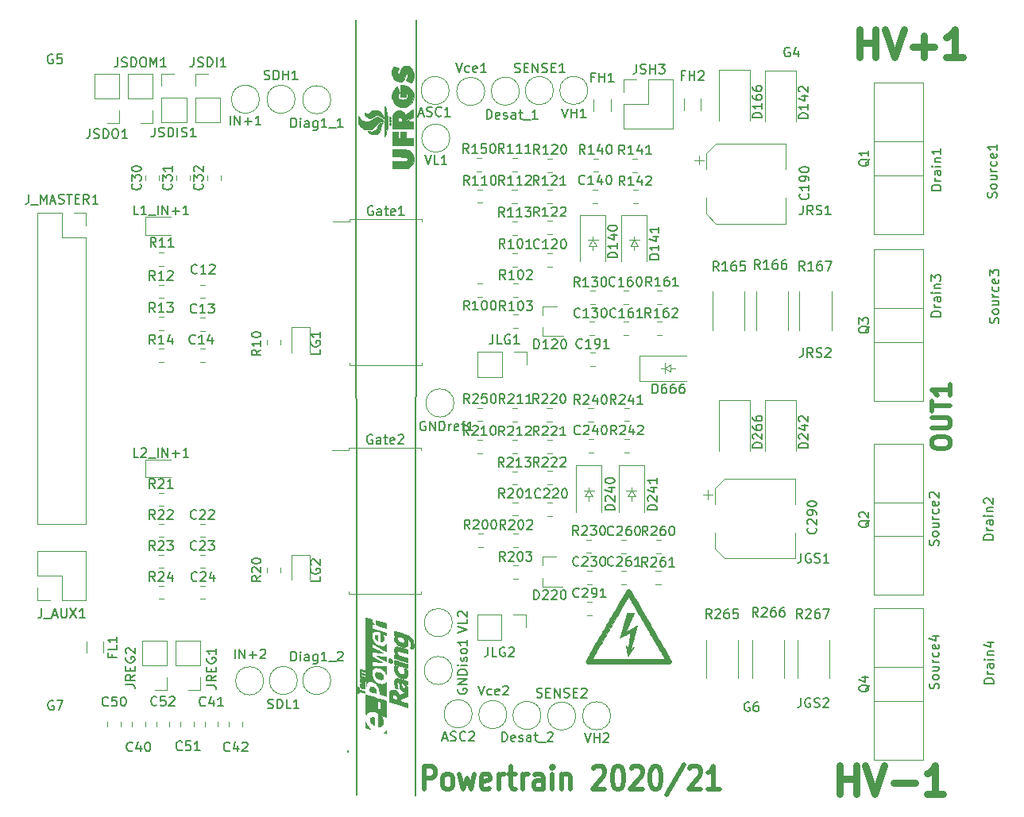
<source format=gbr>
G04 #@! TF.GenerationSoftware,KiCad,Pcbnew,(5.1.5)-3*
G04 #@! TF.CreationDate,2020-09-25T18:54:32-03:00*
G04 #@! TF.ProjectId,Gate_Driver_V2,47617465-5f44-4726-9976-65725f56322e,rev?*
G04 #@! TF.SameCoordinates,Original*
G04 #@! TF.FileFunction,Legend,Top*
G04 #@! TF.FilePolarity,Positive*
%FSLAX46Y46*%
G04 Gerber Fmt 4.6, Leading zero omitted, Abs format (unit mm)*
G04 Created by KiCad (PCBNEW (5.1.5)-3) date 2020-09-25 18:54:32*
%MOMM*%
%LPD*%
G04 APERTURE LIST*
%ADD10C,0.150000*%
%ADD11C,0.525000*%
%ADD12C,0.120000*%
%ADD13C,0.010000*%
%ADD14C,0.100000*%
%ADD15C,0.750000*%
%ADD16C,0.500000*%
G04 APERTURE END LIST*
D10*
X72970000Y-119990000D02*
X72970000Y-124330000D01*
X66760000Y-119250000D02*
X66760000Y-124170000D01*
X66650000Y-44130000D02*
X66650000Y-41560000D01*
X73120000Y-44190000D02*
X73120000Y-41600000D01*
X73120000Y-44230000D02*
X72970000Y-119980000D01*
X65820000Y-119440000D02*
X65820000Y-119600000D01*
X66650000Y-44120000D02*
X66780000Y-119220000D01*
D11*
X73900000Y-123640952D02*
X73900000Y-121140952D01*
X74700000Y-121140952D01*
X74900000Y-121260000D01*
X75000000Y-121379047D01*
X75100000Y-121617142D01*
X75100000Y-121974285D01*
X75000000Y-122212380D01*
X74900000Y-122331428D01*
X74700000Y-122450476D01*
X73900000Y-122450476D01*
X76300000Y-123640952D02*
X76100000Y-123521904D01*
X76000000Y-123402857D01*
X75900000Y-123164761D01*
X75900000Y-122450476D01*
X76000000Y-122212380D01*
X76100000Y-122093333D01*
X76300000Y-121974285D01*
X76600000Y-121974285D01*
X76800000Y-122093333D01*
X76900000Y-122212380D01*
X77000000Y-122450476D01*
X77000000Y-123164761D01*
X76900000Y-123402857D01*
X76800000Y-123521904D01*
X76600000Y-123640952D01*
X76300000Y-123640952D01*
X77700000Y-121974285D02*
X78100000Y-123640952D01*
X78500000Y-122450476D01*
X78900000Y-123640952D01*
X79300000Y-121974285D01*
X80900000Y-123521904D02*
X80700000Y-123640952D01*
X80300000Y-123640952D01*
X80100000Y-123521904D01*
X80000000Y-123283809D01*
X80000000Y-122331428D01*
X80100000Y-122093333D01*
X80300000Y-121974285D01*
X80700000Y-121974285D01*
X80900000Y-122093333D01*
X81000000Y-122331428D01*
X81000000Y-122569523D01*
X80000000Y-122807619D01*
X81900000Y-123640952D02*
X81900000Y-121974285D01*
X81900000Y-122450476D02*
X82000000Y-122212380D01*
X82100000Y-122093333D01*
X82300000Y-121974285D01*
X82500000Y-121974285D01*
X82900000Y-121974285D02*
X83700000Y-121974285D01*
X83200000Y-121140952D02*
X83200000Y-123283809D01*
X83300000Y-123521904D01*
X83500000Y-123640952D01*
X83700000Y-123640952D01*
X84400000Y-123640952D02*
X84400000Y-121974285D01*
X84400000Y-122450476D02*
X84500000Y-122212380D01*
X84600000Y-122093333D01*
X84800000Y-121974285D01*
X85000000Y-121974285D01*
X86600000Y-123640952D02*
X86600000Y-122331428D01*
X86500000Y-122093333D01*
X86300000Y-121974285D01*
X85900000Y-121974285D01*
X85700000Y-122093333D01*
X86600000Y-123521904D02*
X86400000Y-123640952D01*
X85900000Y-123640952D01*
X85700000Y-123521904D01*
X85600000Y-123283809D01*
X85600000Y-123045714D01*
X85700000Y-122807619D01*
X85900000Y-122688571D01*
X86400000Y-122688571D01*
X86600000Y-122569523D01*
X87600000Y-123640952D02*
X87600000Y-121974285D01*
X87600000Y-121140952D02*
X87500000Y-121260000D01*
X87600000Y-121379047D01*
X87700000Y-121260000D01*
X87600000Y-121140952D01*
X87600000Y-121379047D01*
X88600000Y-121974285D02*
X88600000Y-123640952D01*
X88600000Y-122212380D02*
X88700000Y-122093333D01*
X88900000Y-121974285D01*
X89200000Y-121974285D01*
X89400000Y-122093333D01*
X89500000Y-122331428D01*
X89500000Y-123640952D01*
X92000000Y-121379047D02*
X92100000Y-121260000D01*
X92300000Y-121140952D01*
X92800000Y-121140952D01*
X93000000Y-121260000D01*
X93100000Y-121379047D01*
X93200000Y-121617142D01*
X93200000Y-121855238D01*
X93100000Y-122212380D01*
X91900000Y-123640952D01*
X93200000Y-123640952D01*
X94500000Y-121140952D02*
X94700000Y-121140952D01*
X94900000Y-121260000D01*
X95000000Y-121379047D01*
X95100000Y-121617142D01*
X95200000Y-122093333D01*
X95200000Y-122688571D01*
X95100000Y-123164761D01*
X95000000Y-123402857D01*
X94900000Y-123521904D01*
X94700000Y-123640952D01*
X94500000Y-123640952D01*
X94300000Y-123521904D01*
X94200000Y-123402857D01*
X94100000Y-123164761D01*
X94000000Y-122688571D01*
X94000000Y-122093333D01*
X94100000Y-121617142D01*
X94200000Y-121379047D01*
X94300000Y-121260000D01*
X94500000Y-121140952D01*
X96000000Y-121379047D02*
X96100000Y-121260000D01*
X96300000Y-121140952D01*
X96800000Y-121140952D01*
X97000000Y-121260000D01*
X97100000Y-121379047D01*
X97200000Y-121617142D01*
X97200000Y-121855238D01*
X97100000Y-122212380D01*
X95900000Y-123640952D01*
X97200000Y-123640952D01*
X98500000Y-121140952D02*
X98700000Y-121140952D01*
X98900000Y-121260000D01*
X99000000Y-121379047D01*
X99100000Y-121617142D01*
X99200000Y-122093333D01*
X99200000Y-122688571D01*
X99100000Y-123164761D01*
X99000000Y-123402857D01*
X98900000Y-123521904D01*
X98700000Y-123640952D01*
X98500000Y-123640952D01*
X98300000Y-123521904D01*
X98200000Y-123402857D01*
X98100000Y-123164761D01*
X98000000Y-122688571D01*
X98000000Y-122093333D01*
X98100000Y-121617142D01*
X98200000Y-121379047D01*
X98300000Y-121260000D01*
X98500000Y-121140952D01*
X101600000Y-121021904D02*
X99800000Y-124236190D01*
X102200000Y-121379047D02*
X102300000Y-121260000D01*
X102500000Y-121140952D01*
X103000000Y-121140952D01*
X103200000Y-121260000D01*
X103300000Y-121379047D01*
X103400000Y-121617142D01*
X103400000Y-121855238D01*
X103300000Y-122212380D01*
X102100000Y-123640952D01*
X103400000Y-123640952D01*
X105400000Y-123640952D02*
X104200000Y-123640952D01*
X104800000Y-123640952D02*
X104800000Y-121140952D01*
X104600000Y-121498095D01*
X104400000Y-121736190D01*
X104200000Y-121855238D01*
D12*
X60428000Y-112014000D02*
G75*
G03X60428000Y-112014000I-1500000J0D01*
G01*
X60174000Y-50038000D02*
G75*
G03X60174000Y-50038000I-1500000J0D01*
G01*
X56830000Y-112050000D02*
G75*
G03X56830000Y-112050000I-1500000J0D01*
G01*
X56380000Y-50030000D02*
G75*
G03X56380000Y-50030000I-1500000J0D01*
G01*
X63984000Y-112014000D02*
G75*
G03X63984000Y-112014000I-1500000J0D01*
G01*
X63984000Y-50090000D02*
G75*
G03X63984000Y-50090000I-1500000J0D01*
G01*
X90090000Y-115810000D02*
G75*
G03X90090000Y-115810000I-1500000J0D01*
G01*
X87700000Y-49110000D02*
G75*
G03X87700000Y-49110000I-1500000J0D01*
G01*
X76940000Y-105850000D02*
G75*
G03X76940000Y-105850000I-1500000J0D01*
G01*
X76670000Y-54180000D02*
G75*
G03X76670000Y-54180000I-1500000J0D01*
G01*
X93810000Y-115780000D02*
G75*
G03X93810000Y-115780000I-1500000J0D01*
G01*
X91380000Y-49090000D02*
G75*
G03X91380000Y-49090000I-1500000J0D01*
G01*
X82750000Y-115650000D02*
G75*
G03X82750000Y-115650000I-1500000J0D01*
G01*
X80390000Y-49200000D02*
G75*
G03X80390000Y-49200000I-1500000J0D01*
G01*
X77110000Y-82420000D02*
G75*
G03X77110000Y-82420000I-1500000J0D01*
G01*
X76940000Y-110950000D02*
G75*
G03X76940000Y-110950000I-1500000J0D01*
G01*
X86390000Y-115740000D02*
G75*
G03X86390000Y-115740000I-1500000J0D01*
G01*
X84080000Y-49170000D02*
G75*
G03X84080000Y-49170000I-1500000J0D01*
G01*
X79050000Y-115570000D02*
G75*
G03X79050000Y-115570000I-1500000J0D01*
G01*
X76600000Y-49100000D02*
G75*
G03X76600000Y-49100000I-1500000J0D01*
G01*
D13*
G36*
X68983917Y-109412706D02*
G01*
X69046570Y-109418035D01*
X69139097Y-109424181D01*
X69249068Y-109430388D01*
X69364052Y-109435897D01*
X69364917Y-109435934D01*
X69481968Y-109441543D01*
X69596120Y-109447974D01*
X69694146Y-109454425D01*
X69761792Y-109459991D01*
X69883500Y-109472157D01*
X69883500Y-109979107D01*
X69761792Y-109910856D01*
X69684846Y-109867071D01*
X69589347Y-109811832D01*
X69493060Y-109755432D01*
X69470750Y-109742240D01*
X69376951Y-109687156D01*
X69263860Y-109621500D01*
X69149080Y-109555466D01*
X69089750Y-109521622D01*
X68878084Y-109401370D01*
X68983917Y-109412706D01*
G37*
X68983917Y-109412706D02*
X69046570Y-109418035D01*
X69139097Y-109424181D01*
X69249068Y-109430388D01*
X69364052Y-109435897D01*
X69364917Y-109435934D01*
X69481968Y-109441543D01*
X69596120Y-109447974D01*
X69694146Y-109454425D01*
X69761792Y-109459991D01*
X69883500Y-109472157D01*
X69883500Y-109979107D01*
X69761792Y-109910856D01*
X69684846Y-109867071D01*
X69589347Y-109811832D01*
X69493060Y-109755432D01*
X69470750Y-109742240D01*
X69376951Y-109687156D01*
X69263860Y-109621500D01*
X69149080Y-109555466D01*
X69089750Y-109521622D01*
X68878084Y-109401370D01*
X68983917Y-109412706D01*
G36*
X68106005Y-113025417D02*
G01*
X68115583Y-112882528D01*
X68143503Y-112775225D01*
X68190625Y-112700538D01*
X68203545Y-112688283D01*
X68275225Y-112652345D01*
X68361944Y-112648119D01*
X68455958Y-112671638D01*
X68549521Y-112718933D01*
X68634888Y-112786038D01*
X68704316Y-112868986D01*
X68750058Y-112963809D01*
X68751664Y-112969056D01*
X68765680Y-113032777D01*
X68775822Y-113110275D01*
X68781647Y-113190716D01*
X68782709Y-113263264D01*
X68778564Y-113317085D01*
X68768767Y-113341344D01*
X68766959Y-113341763D01*
X68742281Y-113335915D01*
X68684406Y-113319590D01*
X68600555Y-113294903D01*
X68497949Y-113263966D01*
X68428292Y-113242639D01*
X68105500Y-113143251D01*
X68106005Y-113025417D01*
G37*
X68106005Y-113025417D02*
X68115583Y-112882528D01*
X68143503Y-112775225D01*
X68190625Y-112700538D01*
X68203545Y-112688283D01*
X68275225Y-112652345D01*
X68361944Y-112648119D01*
X68455958Y-112671638D01*
X68549521Y-112718933D01*
X68634888Y-112786038D01*
X68704316Y-112868986D01*
X68750058Y-112963809D01*
X68751664Y-112969056D01*
X68765680Y-113032777D01*
X68775822Y-113110275D01*
X68781647Y-113190716D01*
X68782709Y-113263264D01*
X68778564Y-113317085D01*
X68768767Y-113341344D01*
X68766959Y-113341763D01*
X68742281Y-113335915D01*
X68684406Y-113319590D01*
X68600555Y-113294903D01*
X68497949Y-113263966D01*
X68428292Y-113242639D01*
X68105500Y-113143251D01*
X68106005Y-113025417D01*
G36*
X67703766Y-116742793D02*
G01*
X67704198Y-116442417D01*
X67795673Y-116632917D01*
X67903473Y-116831561D01*
X68026154Y-117004861D01*
X68123919Y-117116835D01*
X68166354Y-117163236D01*
X68181258Y-117185197D01*
X68170745Y-117188505D01*
X68147834Y-117182343D01*
X68103032Y-117169212D01*
X68030952Y-117148738D01*
X67945145Y-117124759D01*
X67920775Y-117118014D01*
X67838721Y-117094532D01*
X67771789Y-117073854D01*
X67730984Y-117059433D01*
X67724984Y-117056549D01*
X67716167Y-117030220D01*
X67709462Y-116966688D01*
X67705211Y-116871048D01*
X67703760Y-116748394D01*
X67703766Y-116742793D01*
G37*
X67703766Y-116742793D02*
X67704198Y-116442417D01*
X67795673Y-116632917D01*
X67903473Y-116831561D01*
X68026154Y-117004861D01*
X68123919Y-117116835D01*
X68166354Y-117163236D01*
X68181258Y-117185197D01*
X68170745Y-117188505D01*
X68147834Y-117182343D01*
X68103032Y-117169212D01*
X68030952Y-117148738D01*
X67945145Y-117124759D01*
X67920775Y-117118014D01*
X67838721Y-117094532D01*
X67771789Y-117073854D01*
X67730984Y-117059433D01*
X67724984Y-117056549D01*
X67716167Y-117030220D01*
X67709462Y-116966688D01*
X67705211Y-116871048D01*
X67703760Y-116748394D01*
X67703766Y-116742793D01*
G36*
X70736171Y-107461069D02*
G01*
X70765541Y-107358255D01*
X70818975Y-107278774D01*
X70857652Y-107248300D01*
X70898297Y-107219794D01*
X70904080Y-107200403D01*
X70872436Y-107184925D01*
X70820125Y-107172224D01*
X70751334Y-107157470D01*
X70751334Y-106947485D01*
X70752974Y-106843812D01*
X70758293Y-106777595D01*
X70767891Y-106744070D01*
X70777719Y-106737500D01*
X70812307Y-106744024D01*
X70881119Y-106762338D01*
X70978315Y-106790557D01*
X71098057Y-106826797D01*
X71234503Y-106869173D01*
X71381815Y-106915799D01*
X71534153Y-106964790D01*
X71685678Y-107014262D01*
X71830549Y-107062330D01*
X71962927Y-107107108D01*
X72076973Y-107146712D01*
X72166848Y-107179257D01*
X72226710Y-107202857D01*
X72243309Y-107210581D01*
X72399017Y-107314813D01*
X72538117Y-107451524D01*
X72653797Y-107612005D01*
X72739243Y-107787551D01*
X72769920Y-107883632D01*
X72795642Y-108015358D01*
X72810728Y-108162819D01*
X72814015Y-108307485D01*
X72804338Y-108430823D01*
X72804297Y-108431091D01*
X72782992Y-108540045D01*
X72758769Y-108615625D01*
X72732937Y-108654531D01*
X72714248Y-108658047D01*
X72682273Y-108647035D01*
X72622257Y-108627211D01*
X72546493Y-108602631D01*
X72537308Y-108599677D01*
X72386533Y-108551229D01*
X72441919Y-108432823D01*
X72474141Y-108353080D01*
X72491069Y-108276585D01*
X72496683Y-108183236D01*
X72496787Y-108155667D01*
X72478563Y-107987064D01*
X72425298Y-107842141D01*
X72337342Y-107721345D01*
X72215040Y-107625121D01*
X72058739Y-107553915D01*
X72017885Y-107541084D01*
X71988876Y-107533884D01*
X71979508Y-107538797D01*
X71991644Y-107562235D01*
X72027144Y-107610609D01*
X72044809Y-107633798D01*
X72120522Y-107757309D01*
X72168078Y-107887689D01*
X72187933Y-108018233D01*
X72180546Y-108142237D01*
X72146377Y-108252997D01*
X72085883Y-108343807D01*
X71999523Y-108407964D01*
X71991604Y-108411701D01*
X71867875Y-108446190D01*
X71721416Y-108449433D01*
X71639788Y-108435570D01*
X71639788Y-107991578D01*
X71734264Y-107982533D01*
X71774009Y-107967254D01*
X71835501Y-107912529D01*
X71864904Y-107834962D01*
X71861059Y-107740613D01*
X71833244Y-107657069D01*
X71761499Y-107549245D01*
X71653121Y-107457761D01*
X71511519Y-107385214D01*
X71445857Y-107361927D01*
X71328822Y-107330872D01*
X71239809Y-107322399D01*
X71170832Y-107336834D01*
X71113902Y-107374499D01*
X71112889Y-107375439D01*
X71064094Y-107447906D01*
X71050171Y-107537318D01*
X71070788Y-107637103D01*
X71125614Y-107740692D01*
X71131726Y-107749302D01*
X71204728Y-107824768D01*
X71302046Y-107890125D01*
X71413669Y-107941977D01*
X71529586Y-107976927D01*
X71639788Y-107991578D01*
X71639788Y-108435570D01*
X71557821Y-108421648D01*
X71455890Y-108390915D01*
X71250728Y-108303057D01*
X71079014Y-108192875D01*
X70936476Y-108057257D01*
X70859047Y-107956350D01*
X70792305Y-107834857D01*
X70749568Y-107706835D01*
X70730852Y-107579751D01*
X70736171Y-107461069D01*
G37*
X70736171Y-107461069D02*
X70765541Y-107358255D01*
X70818975Y-107278774D01*
X70857652Y-107248300D01*
X70898297Y-107219794D01*
X70904080Y-107200403D01*
X70872436Y-107184925D01*
X70820125Y-107172224D01*
X70751334Y-107157470D01*
X70751334Y-106947485D01*
X70752974Y-106843812D01*
X70758293Y-106777595D01*
X70767891Y-106744070D01*
X70777719Y-106737500D01*
X70812307Y-106744024D01*
X70881119Y-106762338D01*
X70978315Y-106790557D01*
X71098057Y-106826797D01*
X71234503Y-106869173D01*
X71381815Y-106915799D01*
X71534153Y-106964790D01*
X71685678Y-107014262D01*
X71830549Y-107062330D01*
X71962927Y-107107108D01*
X72076973Y-107146712D01*
X72166848Y-107179257D01*
X72226710Y-107202857D01*
X72243309Y-107210581D01*
X72399017Y-107314813D01*
X72538117Y-107451524D01*
X72653797Y-107612005D01*
X72739243Y-107787551D01*
X72769920Y-107883632D01*
X72795642Y-108015358D01*
X72810728Y-108162819D01*
X72814015Y-108307485D01*
X72804338Y-108430823D01*
X72804297Y-108431091D01*
X72782992Y-108540045D01*
X72758769Y-108615625D01*
X72732937Y-108654531D01*
X72714248Y-108658047D01*
X72682273Y-108647035D01*
X72622257Y-108627211D01*
X72546493Y-108602631D01*
X72537308Y-108599677D01*
X72386533Y-108551229D01*
X72441919Y-108432823D01*
X72474141Y-108353080D01*
X72491069Y-108276585D01*
X72496683Y-108183236D01*
X72496787Y-108155667D01*
X72478563Y-107987064D01*
X72425298Y-107842141D01*
X72337342Y-107721345D01*
X72215040Y-107625121D01*
X72058739Y-107553915D01*
X72017885Y-107541084D01*
X71988876Y-107533884D01*
X71979508Y-107538797D01*
X71991644Y-107562235D01*
X72027144Y-107610609D01*
X72044809Y-107633798D01*
X72120522Y-107757309D01*
X72168078Y-107887689D01*
X72187933Y-108018233D01*
X72180546Y-108142237D01*
X72146377Y-108252997D01*
X72085883Y-108343807D01*
X71999523Y-108407964D01*
X71991604Y-108411701D01*
X71867875Y-108446190D01*
X71721416Y-108449433D01*
X71639788Y-108435570D01*
X71639788Y-107991578D01*
X71734264Y-107982533D01*
X71774009Y-107967254D01*
X71835501Y-107912529D01*
X71864904Y-107834962D01*
X71861059Y-107740613D01*
X71833244Y-107657069D01*
X71761499Y-107549245D01*
X71653121Y-107457761D01*
X71511519Y-107385214D01*
X71445857Y-107361927D01*
X71328822Y-107330872D01*
X71239809Y-107322399D01*
X71170832Y-107336834D01*
X71113902Y-107374499D01*
X71112889Y-107375439D01*
X71064094Y-107447906D01*
X71050171Y-107537318D01*
X71070788Y-107637103D01*
X71125614Y-107740692D01*
X71131726Y-107749302D01*
X71204728Y-107824768D01*
X71302046Y-107890125D01*
X71413669Y-107941977D01*
X71529586Y-107976927D01*
X71639788Y-107991578D01*
X71639788Y-108435570D01*
X71557821Y-108421648D01*
X71455890Y-108390915D01*
X71250728Y-108303057D01*
X71079014Y-108192875D01*
X70936476Y-108057257D01*
X70859047Y-107956350D01*
X70792305Y-107834857D01*
X70749568Y-107706835D01*
X70730852Y-107579751D01*
X70736171Y-107461069D01*
G36*
X70738277Y-112117789D02*
G01*
X70758878Y-112007020D01*
X70785044Y-111943788D01*
X70829024Y-111879572D01*
X70878938Y-111831912D01*
X70939141Y-111800743D01*
X71013985Y-111785998D01*
X71107825Y-111787610D01*
X71225013Y-111805515D01*
X71369903Y-111839645D01*
X71546849Y-111889934D01*
X71677779Y-111930208D01*
X71808465Y-111971086D01*
X71925155Y-112007325D01*
X72021953Y-112037114D01*
X72092961Y-112058644D01*
X72132285Y-112070106D01*
X72138154Y-112071500D01*
X72142506Y-112091142D01*
X72145929Y-112143973D01*
X72147967Y-112220853D01*
X72148334Y-112274878D01*
X72148819Y-112370050D01*
X72146413Y-112429389D01*
X72135322Y-112459293D01*
X72109755Y-112466163D01*
X72063919Y-112456399D01*
X72000167Y-112438576D01*
X71969153Y-112431431D01*
X71963836Y-112437684D01*
X71985717Y-112463823D01*
X72012474Y-112491697D01*
X72089463Y-112593229D01*
X72146234Y-112712511D01*
X72180342Y-112838961D01*
X72189344Y-112961996D01*
X72170795Y-113071033D01*
X72154955Y-113108667D01*
X72092104Y-113188886D01*
X72005803Y-113235390D01*
X71898853Y-113247680D01*
X71774049Y-113225256D01*
X71766813Y-113222558D01*
X71766813Y-112819641D01*
X71830662Y-112808742D01*
X71872950Y-112773048D01*
X71880537Y-112755327D01*
X71887290Y-112674822D01*
X71871547Y-112581223D01*
X71836995Y-112494704D01*
X71831085Y-112484658D01*
X71771179Y-112416119D01*
X71685640Y-112352729D01*
X71590746Y-112305593D01*
X71549732Y-112292742D01*
X71512091Y-112285791D01*
X71497405Y-112296986D01*
X71498481Y-112336359D01*
X71501435Y-112360086D01*
X71511094Y-112435931D01*
X71521682Y-112520366D01*
X71523851Y-112537856D01*
X71553298Y-112651272D01*
X71608127Y-112740709D01*
X71683684Y-112798862D01*
X71692701Y-112802885D01*
X71766813Y-112819641D01*
X71766813Y-113222558D01*
X71686040Y-113192431D01*
X71572495Y-113128466D01*
X71480459Y-113044071D01*
X71407488Y-112934866D01*
X71351136Y-112796472D01*
X71308960Y-112624507D01*
X71285709Y-112475197D01*
X71270807Y-112362695D01*
X71258589Y-112285301D01*
X71247055Y-112236048D01*
X71234205Y-112207971D01*
X71218039Y-112194104D01*
X71203553Y-112189090D01*
X71128294Y-112186429D01*
X71071675Y-112218143D01*
X71034388Y-112280265D01*
X71017127Y-112368829D01*
X71020585Y-112479868D01*
X71045454Y-112609418D01*
X71092427Y-112753510D01*
X71101129Y-112775413D01*
X71125723Y-112843292D01*
X71133670Y-112883243D01*
X71126375Y-112891190D01*
X71093567Y-112880327D01*
X71033883Y-112861849D01*
X70970172Y-112842715D01*
X70899013Y-112820181D01*
X70856853Y-112798890D01*
X70831923Y-112768669D01*
X70812459Y-112719345D01*
X70806557Y-112701255D01*
X70767404Y-112552605D01*
X70742800Y-112399719D01*
X70733004Y-112251734D01*
X70738277Y-112117789D01*
G37*
X70738277Y-112117789D02*
X70758878Y-112007020D01*
X70785044Y-111943788D01*
X70829024Y-111879572D01*
X70878938Y-111831912D01*
X70939141Y-111800743D01*
X71013985Y-111785998D01*
X71107825Y-111787610D01*
X71225013Y-111805515D01*
X71369903Y-111839645D01*
X71546849Y-111889934D01*
X71677779Y-111930208D01*
X71808465Y-111971086D01*
X71925155Y-112007325D01*
X72021953Y-112037114D01*
X72092961Y-112058644D01*
X72132285Y-112070106D01*
X72138154Y-112071500D01*
X72142506Y-112091142D01*
X72145929Y-112143973D01*
X72147967Y-112220853D01*
X72148334Y-112274878D01*
X72148819Y-112370050D01*
X72146413Y-112429389D01*
X72135322Y-112459293D01*
X72109755Y-112466163D01*
X72063919Y-112456399D01*
X72000167Y-112438576D01*
X71969153Y-112431431D01*
X71963836Y-112437684D01*
X71985717Y-112463823D01*
X72012474Y-112491697D01*
X72089463Y-112593229D01*
X72146234Y-112712511D01*
X72180342Y-112838961D01*
X72189344Y-112961996D01*
X72170795Y-113071033D01*
X72154955Y-113108667D01*
X72092104Y-113188886D01*
X72005803Y-113235390D01*
X71898853Y-113247680D01*
X71774049Y-113225256D01*
X71766813Y-113222558D01*
X71766813Y-112819641D01*
X71830662Y-112808742D01*
X71872950Y-112773048D01*
X71880537Y-112755327D01*
X71887290Y-112674822D01*
X71871547Y-112581223D01*
X71836995Y-112494704D01*
X71831085Y-112484658D01*
X71771179Y-112416119D01*
X71685640Y-112352729D01*
X71590746Y-112305593D01*
X71549732Y-112292742D01*
X71512091Y-112285791D01*
X71497405Y-112296986D01*
X71498481Y-112336359D01*
X71501435Y-112360086D01*
X71511094Y-112435931D01*
X71521682Y-112520366D01*
X71523851Y-112537856D01*
X71553298Y-112651272D01*
X71608127Y-112740709D01*
X71683684Y-112798862D01*
X71692701Y-112802885D01*
X71766813Y-112819641D01*
X71766813Y-113222558D01*
X71686040Y-113192431D01*
X71572495Y-113128466D01*
X71480459Y-113044071D01*
X71407488Y-112934866D01*
X71351136Y-112796472D01*
X71308960Y-112624507D01*
X71285709Y-112475197D01*
X71270807Y-112362695D01*
X71258589Y-112285301D01*
X71247055Y-112236048D01*
X71234205Y-112207971D01*
X71218039Y-112194104D01*
X71203553Y-112189090D01*
X71128294Y-112186429D01*
X71071675Y-112218143D01*
X71034388Y-112280265D01*
X71017127Y-112368829D01*
X71020585Y-112479868D01*
X71045454Y-112609418D01*
X71092427Y-112753510D01*
X71101129Y-112775413D01*
X71125723Y-112843292D01*
X71133670Y-112883243D01*
X71126375Y-112891190D01*
X71093567Y-112880327D01*
X71033883Y-112861849D01*
X70970172Y-112842715D01*
X70899013Y-112820181D01*
X70856853Y-112798890D01*
X70831923Y-112768669D01*
X70812459Y-112719345D01*
X70806557Y-112701255D01*
X70767404Y-112552605D01*
X70742800Y-112399719D01*
X70733004Y-112251734D01*
X70738277Y-112117789D01*
G36*
X70735977Y-110616914D02*
G01*
X70746508Y-110528682D01*
X70762861Y-110462001D01*
X70784554Y-110425156D01*
X70796668Y-110420500D01*
X70824041Y-110426029D01*
X70878640Y-110440232D01*
X70948015Y-110459532D01*
X71019715Y-110480353D01*
X71081291Y-110499119D01*
X71120293Y-110512254D01*
X71127299Y-110515475D01*
X71122642Y-110535417D01*
X71104735Y-110582020D01*
X71087668Y-110621925D01*
X71053994Y-110749139D01*
X71060751Y-110884259D01*
X71107633Y-111023686D01*
X71124921Y-111057573D01*
X71197801Y-111163654D01*
X71290386Y-111243360D01*
X71413072Y-111305398D01*
X71427643Y-111311059D01*
X71556104Y-111345229D01*
X71665566Y-111343970D01*
X71753880Y-111308068D01*
X71818898Y-111238313D01*
X71853810Y-111154612D01*
X71863799Y-111059173D01*
X71851892Y-110946111D01*
X71820707Y-110832315D01*
X71794473Y-110771956D01*
X71775855Y-110731169D01*
X71778845Y-110718639D01*
X71792768Y-110722064D01*
X71827785Y-110733485D01*
X71889470Y-110751902D01*
X71955298Y-110770733D01*
X72044391Y-110802236D01*
X72102289Y-110836843D01*
X72116120Y-110852375D01*
X72146847Y-110925635D01*
X72169711Y-111028432D01*
X72183757Y-111148539D01*
X72188031Y-111273727D01*
X72181576Y-111391768D01*
X72165401Y-111483317D01*
X72139343Y-111543468D01*
X72094696Y-111614095D01*
X72060037Y-111657850D01*
X71956879Y-111745718D01*
X71835553Y-111795511D01*
X71695974Y-111807232D01*
X71538060Y-111780885D01*
X71361724Y-111716472D01*
X71299896Y-111687073D01*
X71125417Y-111576700D01*
X70978073Y-111435553D01*
X70861377Y-111267985D01*
X70778837Y-111078351D01*
X70761740Y-111019659D01*
X70744151Y-110928069D01*
X70734316Y-110824892D01*
X70731752Y-110718412D01*
X70735977Y-110616914D01*
G37*
X70735977Y-110616914D02*
X70746508Y-110528682D01*
X70762861Y-110462001D01*
X70784554Y-110425156D01*
X70796668Y-110420500D01*
X70824041Y-110426029D01*
X70878640Y-110440232D01*
X70948015Y-110459532D01*
X71019715Y-110480353D01*
X71081291Y-110499119D01*
X71120293Y-110512254D01*
X71127299Y-110515475D01*
X71122642Y-110535417D01*
X71104735Y-110582020D01*
X71087668Y-110621925D01*
X71053994Y-110749139D01*
X71060751Y-110884259D01*
X71107633Y-111023686D01*
X71124921Y-111057573D01*
X71197801Y-111163654D01*
X71290386Y-111243360D01*
X71413072Y-111305398D01*
X71427643Y-111311059D01*
X71556104Y-111345229D01*
X71665566Y-111343970D01*
X71753880Y-111308068D01*
X71818898Y-111238313D01*
X71853810Y-111154612D01*
X71863799Y-111059173D01*
X71851892Y-110946111D01*
X71820707Y-110832315D01*
X71794473Y-110771956D01*
X71775855Y-110731169D01*
X71778845Y-110718639D01*
X71792768Y-110722064D01*
X71827785Y-110733485D01*
X71889470Y-110751902D01*
X71955298Y-110770733D01*
X72044391Y-110802236D01*
X72102289Y-110836843D01*
X72116120Y-110852375D01*
X72146847Y-110925635D01*
X72169711Y-111028432D01*
X72183757Y-111148539D01*
X72188031Y-111273727D01*
X72181576Y-111391768D01*
X72165401Y-111483317D01*
X72139343Y-111543468D01*
X72094696Y-111614095D01*
X72060037Y-111657850D01*
X71956879Y-111745718D01*
X71835553Y-111795511D01*
X71695974Y-111807232D01*
X71538060Y-111780885D01*
X71361724Y-111716472D01*
X71299896Y-111687073D01*
X71125417Y-111576700D01*
X70978073Y-111435553D01*
X70861377Y-111267985D01*
X70778837Y-111078351D01*
X70761740Y-111019659D01*
X70744151Y-110928069D01*
X70734316Y-110824892D01*
X70731752Y-110718412D01*
X70735977Y-110616914D01*
G36*
X70205312Y-113778542D02*
G01*
X70208287Y-113615808D01*
X70211803Y-113489411D01*
X70216337Y-113393357D01*
X70222369Y-113321650D01*
X70230378Y-113268295D01*
X70240843Y-113227298D01*
X70251657Y-113198546D01*
X70314900Y-113093850D01*
X70399103Y-113025789D01*
X70504521Y-112994257D01*
X70631410Y-112999146D01*
X70693116Y-113012545D01*
X70828687Y-113061024D01*
X70946291Y-113133491D01*
X71059415Y-113238353D01*
X71065059Y-113244450D01*
X71118818Y-113311418D01*
X71171672Y-113391465D01*
X71217048Y-113472880D01*
X71248371Y-113543948D01*
X71259127Y-113590208D01*
X71269113Y-113614890D01*
X71293369Y-113605288D01*
X71317611Y-113574831D01*
X71347530Y-113541878D01*
X71399185Y-113507213D01*
X71476758Y-113468902D01*
X71584433Y-113425017D01*
X71726393Y-113373624D01*
X71830040Y-113338291D01*
X71936317Y-113302789D01*
X72027381Y-113272610D01*
X72096175Y-113250073D01*
X72135639Y-113237499D01*
X72142248Y-113235667D01*
X72144612Y-113255461D01*
X72146548Y-113309351D01*
X72147855Y-113389103D01*
X72148334Y-113486258D01*
X72148334Y-113736849D01*
X71910209Y-113806879D01*
X71808668Y-113836641D01*
X71715620Y-113863735D01*
X71642327Y-113884890D01*
X71603949Y-113895768D01*
X71540767Y-113922883D01*
X71477419Y-113963906D01*
X71471657Y-113968612D01*
X71428621Y-114013318D01*
X71410430Y-114062962D01*
X71407500Y-114114321D01*
X71407500Y-114206046D01*
X71624459Y-114272327D01*
X71734722Y-114306313D01*
X71849137Y-114342071D01*
X71949843Y-114374000D01*
X71989584Y-114386815D01*
X72137750Y-114435022D01*
X72143782Y-114650261D01*
X72145143Y-114739894D01*
X72144035Y-114811253D01*
X72140730Y-114855461D01*
X72137217Y-114865500D01*
X72114198Y-114859487D01*
X72056730Y-114842646D01*
X71970771Y-114816777D01*
X71862278Y-114783679D01*
X71737209Y-114745153D01*
X71676101Y-114726212D01*
X71521338Y-114678149D01*
X71357905Y-114627390D01*
X71197909Y-114577697D01*
X71073107Y-114538933D01*
X71073107Y-114101771D01*
X71065678Y-113926434D01*
X71059549Y-113831554D01*
X71048429Y-113764773D01*
X71028775Y-113711882D01*
X71000018Y-113663134D01*
X70919635Y-113574523D01*
X70820093Y-113516120D01*
X70711318Y-113493196D01*
X70681134Y-113493810D01*
X70620707Y-113503028D01*
X70584390Y-113527002D01*
X70555575Y-113574333D01*
X70528262Y-113664170D01*
X70518540Y-113786073D01*
X70518533Y-113789650D01*
X70519314Y-113865024D01*
X70524774Y-113908975D01*
X70539522Y-113932412D01*
X70568168Y-113946244D01*
X70587292Y-113952390D01*
X70652546Y-113972666D01*
X70742681Y-114000521D01*
X70842095Y-114031148D01*
X70935188Y-114059742D01*
X71006357Y-114081499D01*
X71012762Y-114083445D01*
X71073107Y-114101771D01*
X71073107Y-114538933D01*
X71053458Y-114532829D01*
X70936659Y-114496547D01*
X70931250Y-114494866D01*
X70801272Y-114454546D01*
X70662430Y-114411574D01*
X70530788Y-114370916D01*
X70422408Y-114337538D01*
X70416277Y-114335655D01*
X70197637Y-114268501D01*
X70205312Y-113778542D01*
G37*
X70205312Y-113778542D02*
X70208287Y-113615808D01*
X70211803Y-113489411D01*
X70216337Y-113393357D01*
X70222369Y-113321650D01*
X70230378Y-113268295D01*
X70240843Y-113227298D01*
X70251657Y-113198546D01*
X70314900Y-113093850D01*
X70399103Y-113025789D01*
X70504521Y-112994257D01*
X70631410Y-112999146D01*
X70693116Y-113012545D01*
X70828687Y-113061024D01*
X70946291Y-113133491D01*
X71059415Y-113238353D01*
X71065059Y-113244450D01*
X71118818Y-113311418D01*
X71171672Y-113391465D01*
X71217048Y-113472880D01*
X71248371Y-113543948D01*
X71259127Y-113590208D01*
X71269113Y-113614890D01*
X71293369Y-113605288D01*
X71317611Y-113574831D01*
X71347530Y-113541878D01*
X71399185Y-113507213D01*
X71476758Y-113468902D01*
X71584433Y-113425017D01*
X71726393Y-113373624D01*
X71830040Y-113338291D01*
X71936317Y-113302789D01*
X72027381Y-113272610D01*
X72096175Y-113250073D01*
X72135639Y-113237499D01*
X72142248Y-113235667D01*
X72144612Y-113255461D01*
X72146548Y-113309351D01*
X72147855Y-113389103D01*
X72148334Y-113486258D01*
X72148334Y-113736849D01*
X71910209Y-113806879D01*
X71808668Y-113836641D01*
X71715620Y-113863735D01*
X71642327Y-113884890D01*
X71603949Y-113895768D01*
X71540767Y-113922883D01*
X71477419Y-113963906D01*
X71471657Y-113968612D01*
X71428621Y-114013318D01*
X71410430Y-114062962D01*
X71407500Y-114114321D01*
X71407500Y-114206046D01*
X71624459Y-114272327D01*
X71734722Y-114306313D01*
X71849137Y-114342071D01*
X71949843Y-114374000D01*
X71989584Y-114386815D01*
X72137750Y-114435022D01*
X72143782Y-114650261D01*
X72145143Y-114739894D01*
X72144035Y-114811253D01*
X72140730Y-114855461D01*
X72137217Y-114865500D01*
X72114198Y-114859487D01*
X72056730Y-114842646D01*
X71970771Y-114816777D01*
X71862278Y-114783679D01*
X71737209Y-114745153D01*
X71676101Y-114726212D01*
X71521338Y-114678149D01*
X71357905Y-114627390D01*
X71197909Y-114577697D01*
X71073107Y-114538933D01*
X71073107Y-114101771D01*
X71065678Y-113926434D01*
X71059549Y-113831554D01*
X71048429Y-113764773D01*
X71028775Y-113711882D01*
X71000018Y-113663134D01*
X70919635Y-113574523D01*
X70820093Y-113516120D01*
X70711318Y-113493196D01*
X70681134Y-113493810D01*
X70620707Y-113503028D01*
X70584390Y-113527002D01*
X70555575Y-113574333D01*
X70528262Y-113664170D01*
X70518540Y-113786073D01*
X70518533Y-113789650D01*
X70519314Y-113865024D01*
X70524774Y-113908975D01*
X70539522Y-113932412D01*
X70568168Y-113946244D01*
X70587292Y-113952390D01*
X70652546Y-113972666D01*
X70742681Y-114000521D01*
X70842095Y-114031148D01*
X70935188Y-114059742D01*
X71006357Y-114081499D01*
X71012762Y-114083445D01*
X71073107Y-114101771D01*
X71073107Y-114538933D01*
X71053458Y-114532829D01*
X70936659Y-114496547D01*
X70931250Y-114494866D01*
X70801272Y-114454546D01*
X70662430Y-114411574D01*
X70530788Y-114370916D01*
X70422408Y-114337538D01*
X70416277Y-114335655D01*
X70197637Y-114268501D01*
X70205312Y-113778542D01*
G36*
X70752588Y-109971182D02*
G01*
X70755969Y-109900900D01*
X70760905Y-109857980D01*
X70764780Y-109849000D01*
X70789553Y-109855167D01*
X70849513Y-109872614D01*
X70939515Y-109899761D01*
X71054412Y-109935025D01*
X71189059Y-109976827D01*
X71338311Y-110023585D01*
X71497022Y-110073717D01*
X71523917Y-110082253D01*
X71632785Y-110116486D01*
X71760624Y-110156168D01*
X71885845Y-110194613D01*
X71931375Y-110208454D01*
X72148334Y-110274151D01*
X72148334Y-110484909D01*
X72147368Y-110573556D01*
X72144764Y-110643816D01*
X72140964Y-110686709D01*
X72137984Y-110695667D01*
X72115897Y-110689644D01*
X72058522Y-110672617D01*
X71970996Y-110646149D01*
X71858458Y-110611804D01*
X71726045Y-110571145D01*
X71578893Y-110525735D01*
X71540026Y-110513706D01*
X71384324Y-110465512D01*
X71237002Y-110419951D01*
X71104294Y-110378948D01*
X70992431Y-110344426D01*
X70907644Y-110318310D01*
X70856167Y-110302525D01*
X70851875Y-110301220D01*
X70751334Y-110270693D01*
X70751334Y-110059847D01*
X70752588Y-109971182D01*
G37*
X70752588Y-109971182D02*
X70755969Y-109900900D01*
X70760905Y-109857980D01*
X70764780Y-109849000D01*
X70789553Y-109855167D01*
X70849513Y-109872614D01*
X70939515Y-109899761D01*
X71054412Y-109935025D01*
X71189059Y-109976827D01*
X71338311Y-110023585D01*
X71497022Y-110073717D01*
X71523917Y-110082253D01*
X71632785Y-110116486D01*
X71760624Y-110156168D01*
X71885845Y-110194613D01*
X71931375Y-110208454D01*
X72148334Y-110274151D01*
X72148334Y-110484909D01*
X72147368Y-110573556D01*
X72144764Y-110643816D01*
X72140964Y-110686709D01*
X72137984Y-110695667D01*
X72115897Y-110689644D01*
X72058522Y-110672617D01*
X71970996Y-110646149D01*
X71858458Y-110611804D01*
X71726045Y-110571145D01*
X71578893Y-110525735D01*
X71540026Y-110513706D01*
X71384324Y-110465512D01*
X71237002Y-110419951D01*
X71104294Y-110378948D01*
X70992431Y-110344426D01*
X70907644Y-110318310D01*
X70856167Y-110302525D01*
X70851875Y-110301220D01*
X70751334Y-110270693D01*
X70751334Y-110059847D01*
X70752588Y-109971182D01*
G36*
X70737725Y-108642378D02*
G01*
X70767095Y-108539120D01*
X70824109Y-108466887D01*
X70909936Y-108424226D01*
X71025740Y-108409684D01*
X71030522Y-108409667D01*
X71082740Y-108412825D01*
X71149156Y-108423017D01*
X71233924Y-108441323D01*
X71341197Y-108468822D01*
X71475128Y-108506592D01*
X71639869Y-108555713D01*
X71839575Y-108617264D01*
X71889042Y-108632714D01*
X72148334Y-108713858D01*
X72148334Y-108921596D01*
X72146763Y-109009546D01*
X72142533Y-109079046D01*
X72136367Y-109121053D01*
X72131736Y-109129333D01*
X72107331Y-109123366D01*
X72048819Y-109106710D01*
X71962520Y-109081237D01*
X71854754Y-109048817D01*
X71731842Y-109011319D01*
X71703111Y-109002486D01*
X71572863Y-108963543D01*
X71451580Y-108929424D01*
X71346828Y-108902090D01*
X71266172Y-108883502D01*
X71217178Y-108875624D01*
X71213220Y-108875486D01*
X71132882Y-108891116D01*
X71078934Y-108934045D01*
X71052264Y-108997782D01*
X71053761Y-109075837D01*
X71084313Y-109161721D01*
X71144807Y-109248942D01*
X71159898Y-109265273D01*
X71196922Y-109301469D01*
X71233998Y-109330457D01*
X71278934Y-109355906D01*
X71339536Y-109381487D01*
X71423612Y-109410866D01*
X71538968Y-109447713D01*
X71566250Y-109456230D01*
X71688152Y-109494314D01*
X71807524Y-109531795D01*
X71913175Y-109565147D01*
X71993911Y-109590842D01*
X72016042Y-109597965D01*
X72148334Y-109640785D01*
X72148334Y-109852152D01*
X72147686Y-109948294D01*
X72144864Y-110009232D01*
X72138551Y-110042086D01*
X72127430Y-110053975D01*
X72111292Y-110052362D01*
X72082191Y-110043435D01*
X72018076Y-110023669D01*
X71924370Y-109994737D01*
X71806501Y-109958317D01*
X71669892Y-109916084D01*
X71519970Y-109869714D01*
X71481584Y-109857838D01*
X71327262Y-109810150D01*
X71183149Y-109765725D01*
X71055046Y-109726345D01*
X70948756Y-109693788D01*
X70870082Y-109669835D01*
X70824826Y-109656267D01*
X70820125Y-109654908D01*
X70751334Y-109635344D01*
X70751334Y-109424672D01*
X70753061Y-109336050D01*
X70757717Y-109265814D01*
X70764514Y-109222943D01*
X70769839Y-109214000D01*
X70799772Y-109220549D01*
X70852898Y-109236991D01*
X70875672Y-109244811D01*
X70928177Y-109260880D01*
X70959313Y-109265664D01*
X70963000Y-109263481D01*
X70950246Y-109241671D01*
X70918024Y-109200639D01*
X70899630Y-109179164D01*
X70810044Y-109054139D01*
X70756540Y-108919798D01*
X70734834Y-108778116D01*
X70737725Y-108642378D01*
G37*
X70737725Y-108642378D02*
X70767095Y-108539120D01*
X70824109Y-108466887D01*
X70909936Y-108424226D01*
X71025740Y-108409684D01*
X71030522Y-108409667D01*
X71082740Y-108412825D01*
X71149156Y-108423017D01*
X71233924Y-108441323D01*
X71341197Y-108468822D01*
X71475128Y-108506592D01*
X71639869Y-108555713D01*
X71839575Y-108617264D01*
X71889042Y-108632714D01*
X72148334Y-108713858D01*
X72148334Y-108921596D01*
X72146763Y-109009546D01*
X72142533Y-109079046D01*
X72136367Y-109121053D01*
X72131736Y-109129333D01*
X72107331Y-109123366D01*
X72048819Y-109106710D01*
X71962520Y-109081237D01*
X71854754Y-109048817D01*
X71731842Y-109011319D01*
X71703111Y-109002486D01*
X71572863Y-108963543D01*
X71451580Y-108929424D01*
X71346828Y-108902090D01*
X71266172Y-108883502D01*
X71217178Y-108875624D01*
X71213220Y-108875486D01*
X71132882Y-108891116D01*
X71078934Y-108934045D01*
X71052264Y-108997782D01*
X71053761Y-109075837D01*
X71084313Y-109161721D01*
X71144807Y-109248942D01*
X71159898Y-109265273D01*
X71196922Y-109301469D01*
X71233998Y-109330457D01*
X71278934Y-109355906D01*
X71339536Y-109381487D01*
X71423612Y-109410866D01*
X71538968Y-109447713D01*
X71566250Y-109456230D01*
X71688152Y-109494314D01*
X71807524Y-109531795D01*
X71913175Y-109565147D01*
X71993911Y-109590842D01*
X72016042Y-109597965D01*
X72148334Y-109640785D01*
X72148334Y-109852152D01*
X72147686Y-109948294D01*
X72144864Y-110009232D01*
X72138551Y-110042086D01*
X72127430Y-110053975D01*
X72111292Y-110052362D01*
X72082191Y-110043435D01*
X72018076Y-110023669D01*
X71924370Y-109994737D01*
X71806501Y-109958317D01*
X71669892Y-109916084D01*
X71519970Y-109869714D01*
X71481584Y-109857838D01*
X71327262Y-109810150D01*
X71183149Y-109765725D01*
X71055046Y-109726345D01*
X70948756Y-109693788D01*
X70870082Y-109669835D01*
X70824826Y-109656267D01*
X70820125Y-109654908D01*
X70751334Y-109635344D01*
X70751334Y-109424672D01*
X70753061Y-109336050D01*
X70757717Y-109265814D01*
X70764514Y-109222943D01*
X70769839Y-109214000D01*
X70799772Y-109220549D01*
X70852898Y-109236991D01*
X70875672Y-109244811D01*
X70928177Y-109260880D01*
X70959313Y-109265664D01*
X70963000Y-109263481D01*
X70950246Y-109241671D01*
X70918024Y-109200639D01*
X70899630Y-109179164D01*
X70810044Y-109054139D01*
X70756540Y-108919798D01*
X70734834Y-108778116D01*
X70737725Y-108642378D01*
G36*
X70120614Y-109746644D02*
G01*
X70167223Y-109692042D01*
X70231849Y-109665035D01*
X70279264Y-109665662D01*
X70368198Y-109699998D01*
X70443769Y-109765815D01*
X70499408Y-109852812D01*
X70528546Y-109950684D01*
X70524612Y-110049128D01*
X70524383Y-110050083D01*
X70490878Y-110117774D01*
X70435601Y-110156230D01*
X70366342Y-110166514D01*
X70290894Y-110149692D01*
X70217048Y-110106826D01*
X70152595Y-110038982D01*
X70126157Y-109995697D01*
X70096354Y-109906505D01*
X70095749Y-109820810D01*
X70120614Y-109746644D01*
G37*
X70120614Y-109746644D02*
X70167223Y-109692042D01*
X70231849Y-109665035D01*
X70279264Y-109665662D01*
X70368198Y-109699998D01*
X70443769Y-109765815D01*
X70499408Y-109852812D01*
X70528546Y-109950684D01*
X70524612Y-110049128D01*
X70524383Y-110050083D01*
X70490878Y-110117774D01*
X70435601Y-110156230D01*
X70366342Y-110166514D01*
X70290894Y-110149692D01*
X70217048Y-110106826D01*
X70152595Y-110038982D01*
X70126157Y-109995697D01*
X70096354Y-109906505D01*
X70095749Y-109820810D01*
X70120614Y-109746644D01*
G36*
X69665008Y-117557922D02*
G01*
X69716296Y-117524855D01*
X69777448Y-117475963D01*
X69804125Y-117451690D01*
X69883500Y-117375742D01*
X69883500Y-117517621D01*
X69882014Y-117588911D01*
X69878116Y-117639851D01*
X69872647Y-117659499D01*
X69872597Y-117659500D01*
X69848025Y-117654247D01*
X69794855Y-117640561D01*
X69733480Y-117623854D01*
X69605266Y-117588207D01*
X69665008Y-117557922D01*
G37*
X69665008Y-117557922D02*
X69716296Y-117524855D01*
X69777448Y-117475963D01*
X69804125Y-117451690D01*
X69883500Y-117375742D01*
X69883500Y-117517621D01*
X69882014Y-117588911D01*
X69878116Y-117639851D01*
X69872647Y-117659499D01*
X69872597Y-117659500D01*
X69848025Y-117654247D01*
X69794855Y-117640561D01*
X69733480Y-117623854D01*
X69605266Y-117588207D01*
X69665008Y-117557922D01*
G36*
X67704602Y-114397441D02*
G01*
X67705136Y-114202059D01*
X67706136Y-114024040D01*
X67707554Y-113867361D01*
X67709343Y-113736002D01*
X67711456Y-113633938D01*
X67713846Y-113565150D01*
X67716467Y-113533613D01*
X67717228Y-113532000D01*
X67740032Y-113538046D01*
X67798502Y-113555222D01*
X67887881Y-113582083D01*
X68003414Y-113617186D01*
X68140342Y-113659088D01*
X68293910Y-113706343D01*
X68421020Y-113745630D01*
X68606584Y-113803059D01*
X68798921Y-113862528D01*
X68989209Y-113921314D01*
X69168625Y-113976692D01*
X69328348Y-114025938D01*
X69459555Y-114066329D01*
X69497209Y-114077900D01*
X69883500Y-114196541D01*
X69883500Y-115062779D01*
X69883264Y-115283723D01*
X69882489Y-115465477D01*
X69881077Y-115611184D01*
X69878931Y-115723984D01*
X69875951Y-115807019D01*
X69872040Y-115863430D01*
X69867098Y-115896360D01*
X69861028Y-115908949D01*
X69857042Y-115908240D01*
X69827050Y-115894012D01*
X69767048Y-115871561D01*
X69687725Y-115844319D01*
X69599768Y-115815721D01*
X69513865Y-115789198D01*
X69440703Y-115768184D01*
X69390971Y-115756111D01*
X69378415Y-115754500D01*
X69370303Y-115771019D01*
X69386712Y-115818590D01*
X69397541Y-115840880D01*
X69447227Y-115964375D01*
X69485941Y-116112194D01*
X69512142Y-116271754D01*
X69524290Y-116430473D01*
X69520844Y-116575770D01*
X69501569Y-116690468D01*
X69453088Y-116795615D01*
X69377313Y-116874828D01*
X69281684Y-116923229D01*
X69222042Y-116930247D01*
X69222042Y-115117652D01*
X69231540Y-115108516D01*
X69238640Y-115076779D01*
X69243612Y-115018205D01*
X69246722Y-114928562D01*
X69248240Y-114803615D01*
X69248500Y-114700337D01*
X69248500Y-114281175D01*
X69099643Y-114234671D01*
X69024310Y-114211973D01*
X68964241Y-114195414D01*
X68931305Y-114188243D01*
X68929863Y-114188167D01*
X68922394Y-114208906D01*
X68917149Y-114269524D01*
X68914216Y-114367618D01*
X68913681Y-114500788D01*
X68914678Y-114606208D01*
X68920417Y-115024250D01*
X69058000Y-115070027D01*
X69131368Y-115093474D01*
X69190477Y-115110613D01*
X69222042Y-115117652D01*
X69222042Y-116930247D01*
X69173645Y-116935942D01*
X69134399Y-116931081D01*
X69058547Y-116916851D01*
X69047417Y-115451073D01*
X68899250Y-115402487D01*
X68681169Y-115339027D01*
X68491495Y-115301867D01*
X68325619Y-115290813D01*
X68178931Y-115305672D01*
X68046819Y-115346248D01*
X68006238Y-115364948D01*
X67920378Y-115416696D01*
X67846162Y-115483566D01*
X67773785Y-115575370D01*
X67731037Y-115640317D01*
X67725168Y-115641100D01*
X67720192Y-115621531D01*
X67716041Y-115578971D01*
X67712650Y-115510781D01*
X67709948Y-115414322D01*
X67707870Y-115286957D01*
X67706348Y-115126046D01*
X67705314Y-114928951D01*
X67704700Y-114693033D01*
X67704578Y-114606208D01*
X67704602Y-114397441D01*
G37*
X67704602Y-114397441D02*
X67705136Y-114202059D01*
X67706136Y-114024040D01*
X67707554Y-113867361D01*
X67709343Y-113736002D01*
X67711456Y-113633938D01*
X67713846Y-113565150D01*
X67716467Y-113533613D01*
X67717228Y-113532000D01*
X67740032Y-113538046D01*
X67798502Y-113555222D01*
X67887881Y-113582083D01*
X68003414Y-113617186D01*
X68140342Y-113659088D01*
X68293910Y-113706343D01*
X68421020Y-113745630D01*
X68606584Y-113803059D01*
X68798921Y-113862528D01*
X68989209Y-113921314D01*
X69168625Y-113976692D01*
X69328348Y-114025938D01*
X69459555Y-114066329D01*
X69497209Y-114077900D01*
X69883500Y-114196541D01*
X69883500Y-115062779D01*
X69883264Y-115283723D01*
X69882489Y-115465477D01*
X69881077Y-115611184D01*
X69878931Y-115723984D01*
X69875951Y-115807019D01*
X69872040Y-115863430D01*
X69867098Y-115896360D01*
X69861028Y-115908949D01*
X69857042Y-115908240D01*
X69827050Y-115894012D01*
X69767048Y-115871561D01*
X69687725Y-115844319D01*
X69599768Y-115815721D01*
X69513865Y-115789198D01*
X69440703Y-115768184D01*
X69390971Y-115756111D01*
X69378415Y-115754500D01*
X69370303Y-115771019D01*
X69386712Y-115818590D01*
X69397541Y-115840880D01*
X69447227Y-115964375D01*
X69485941Y-116112194D01*
X69512142Y-116271754D01*
X69524290Y-116430473D01*
X69520844Y-116575770D01*
X69501569Y-116690468D01*
X69453088Y-116795615D01*
X69377313Y-116874828D01*
X69281684Y-116923229D01*
X69222042Y-116930247D01*
X69222042Y-115117652D01*
X69231540Y-115108516D01*
X69238640Y-115076779D01*
X69243612Y-115018205D01*
X69246722Y-114928562D01*
X69248240Y-114803615D01*
X69248500Y-114700337D01*
X69248500Y-114281175D01*
X69099643Y-114234671D01*
X69024310Y-114211973D01*
X68964241Y-114195414D01*
X68931305Y-114188243D01*
X68929863Y-114188167D01*
X68922394Y-114208906D01*
X68917149Y-114269524D01*
X68914216Y-114367618D01*
X68913681Y-114500788D01*
X68914678Y-114606208D01*
X68920417Y-115024250D01*
X69058000Y-115070027D01*
X69131368Y-115093474D01*
X69190477Y-115110613D01*
X69222042Y-115117652D01*
X69222042Y-116930247D01*
X69173645Y-116935942D01*
X69134399Y-116931081D01*
X69058547Y-116916851D01*
X69047417Y-115451073D01*
X68899250Y-115402487D01*
X68681169Y-115339027D01*
X68491495Y-115301867D01*
X68325619Y-115290813D01*
X68178931Y-115305672D01*
X68046819Y-115346248D01*
X68006238Y-115364948D01*
X67920378Y-115416696D01*
X67846162Y-115483566D01*
X67773785Y-115575370D01*
X67731037Y-115640317D01*
X67725168Y-115641100D01*
X67720192Y-115621531D01*
X67716041Y-115578971D01*
X67712650Y-115510781D01*
X67709948Y-115414322D01*
X67707870Y-115286957D01*
X67706348Y-115126046D01*
X67705314Y-114928951D01*
X67704700Y-114693033D01*
X67704578Y-114606208D01*
X67704602Y-114397441D01*
G36*
X67803875Y-105330332D02*
G01*
X67869578Y-105348783D01*
X67960709Y-105374294D01*
X68061915Y-105402567D01*
X68108158Y-105415466D01*
X68311899Y-105472267D01*
X68325515Y-105588123D01*
X68345820Y-105695447D01*
X68383259Y-105785919D01*
X68445109Y-105873837D01*
X68503856Y-105938458D01*
X68551129Y-105988967D01*
X68581685Y-106025063D01*
X68588968Y-106038999D01*
X68588907Y-106039000D01*
X68563084Y-106032532D01*
X68512410Y-106016213D01*
X68486500Y-106007250D01*
X68423444Y-105985653D01*
X68381259Y-105977384D01*
X68356002Y-105988048D01*
X68343731Y-106023251D01*
X68340503Y-106088598D01*
X68342376Y-106189694D01*
X68342932Y-106211368D01*
X68347013Y-106320979D01*
X68353333Y-106394879D01*
X68362874Y-106439672D01*
X68376620Y-106461960D01*
X68380667Y-106464702D01*
X68405376Y-106473577D01*
X68464989Y-106493106D01*
X68553930Y-106521556D01*
X68666621Y-106557194D01*
X68797486Y-106598287D01*
X68940948Y-106643101D01*
X69091432Y-106689903D01*
X69243360Y-106736960D01*
X69391157Y-106782539D01*
X69529244Y-106824905D01*
X69652046Y-106862327D01*
X69753987Y-106893070D01*
X69829489Y-106915402D01*
X69846459Y-106920290D01*
X69866365Y-106932910D01*
X69877726Y-106962736D01*
X69882687Y-107019012D01*
X69883500Y-107079938D01*
X69882937Y-107156709D01*
X69879748Y-107197620D01*
X69871685Y-107209145D01*
X69856499Y-107197755D01*
X69846459Y-107186553D01*
X69814710Y-107164696D01*
X69758212Y-107137524D01*
X69688552Y-107109283D01*
X69617317Y-107084218D01*
X69556093Y-107066573D01*
X69516469Y-107060593D01*
X69508772Y-107062839D01*
X69511435Y-107085047D01*
X69525355Y-107137342D01*
X69547813Y-107209854D01*
X69556679Y-107236671D01*
X69591187Y-107369977D01*
X69607232Y-107502640D01*
X69604879Y-107624850D01*
X69584187Y-107726795D01*
X69553171Y-107788939D01*
X69486412Y-107846570D01*
X69401665Y-107875541D01*
X69324386Y-107872261D01*
X69270418Y-107858716D01*
X69264751Y-107348215D01*
X69259084Y-106837715D01*
X69132084Y-106795733D01*
X69045330Y-106773279D01*
X68938974Y-106754456D01*
X68835744Y-106743269D01*
X68833821Y-106743148D01*
X68736861Y-106739507D01*
X68666501Y-106744074D01*
X68607493Y-106758660D01*
X68566942Y-106774840D01*
X68463871Y-106839556D01*
X68389050Y-106931060D01*
X68341649Y-107051283D01*
X68320836Y-107202155D01*
X68322519Y-107342267D01*
X68355640Y-107539220D01*
X68428920Y-107725696D01*
X68540911Y-107899021D01*
X68690162Y-108056521D01*
X68726286Y-108087487D01*
X68871036Y-108188556D01*
X69032345Y-108269225D01*
X69201153Y-108326933D01*
X69368399Y-108359118D01*
X69525022Y-108363219D01*
X69636166Y-108344674D01*
X69698506Y-108316147D01*
X69767207Y-108268497D01*
X69800208Y-108238959D01*
X69883500Y-108155667D01*
X69883500Y-108536667D01*
X69883050Y-108658377D01*
X69881801Y-108764001D01*
X69879901Y-108846859D01*
X69877502Y-108900272D01*
X69874954Y-108917667D01*
X69855537Y-108907174D01*
X69803655Y-108877214D01*
X69723162Y-108830062D01*
X69617916Y-108767995D01*
X69491771Y-108693290D01*
X69348585Y-108608223D01*
X69192214Y-108515070D01*
X69122001Y-108473167D01*
X68960700Y-108377128D01*
X68810475Y-108288218D01*
X68675254Y-108208721D01*
X68558964Y-108140922D01*
X68465533Y-108087106D01*
X68398887Y-108049558D01*
X68362954Y-108030563D01*
X68357964Y-108028667D01*
X68349829Y-108048357D01*
X68343338Y-108101538D01*
X68339290Y-108179375D01*
X68338334Y-108246337D01*
X68338334Y-108464007D01*
X68918363Y-108759629D01*
X69061805Y-108832894D01*
X69192134Y-108899767D01*
X69304828Y-108957901D01*
X69395361Y-109004951D01*
X69459209Y-109038571D01*
X69491849Y-109056415D01*
X69495155Y-109058670D01*
X69474398Y-109057516D01*
X69424832Y-109050826D01*
X69386084Y-109044751D01*
X69334330Y-109038378D01*
X69248632Y-109030161D01*
X69137306Y-109020714D01*
X69008669Y-109010655D01*
X68871039Y-109000601D01*
X68732732Y-108991168D01*
X68602065Y-108982972D01*
X68487355Y-108976630D01*
X68433584Y-108974135D01*
X68348917Y-108970583D01*
X68348917Y-109431960D01*
X68677000Y-109621715D01*
X68806578Y-109696388D01*
X68945724Y-109776120D01*
X69081237Y-109853373D01*
X69199917Y-109920614D01*
X69248500Y-109947946D01*
X69345790Y-110002826D01*
X69409472Y-110040169D01*
X69443010Y-110062879D01*
X69449868Y-110073860D01*
X69433510Y-110076016D01*
X69397399Y-110072250D01*
X69396667Y-110072155D01*
X69336954Y-110065183D01*
X69247948Y-110055704D01*
X69137262Y-110044442D01*
X69012507Y-110032119D01*
X68881297Y-110019459D01*
X68751243Y-110007186D01*
X68629958Y-109996022D01*
X68525053Y-109986692D01*
X68444142Y-109979919D01*
X68394837Y-109976426D01*
X68385959Y-109976109D01*
X68365439Y-109977744D01*
X68351863Y-109987587D01*
X68343798Y-110012879D01*
X68339811Y-110060859D01*
X68338468Y-110138767D01*
X68338334Y-110216647D01*
X68338334Y-110457295D01*
X68417709Y-110470414D01*
X68473602Y-110476143D01*
X68557900Y-110480657D01*
X68656674Y-110483321D01*
X68710621Y-110483767D01*
X68797191Y-110484487D01*
X68916023Y-110486362D01*
X69057065Y-110489188D01*
X69210269Y-110492757D01*
X69365584Y-110496865D01*
X69403829Y-110497960D01*
X69883500Y-110511920D01*
X69882515Y-110916002D01*
X69881529Y-111320083D01*
X69826578Y-111214250D01*
X69762166Y-111115760D01*
X69670724Y-111009235D01*
X69563262Y-110905218D01*
X69450789Y-110814254D01*
X69344313Y-110746887D01*
X69332207Y-110740764D01*
X69146090Y-110664336D01*
X68970092Y-110621084D01*
X68807811Y-110611102D01*
X68662847Y-110634482D01*
X68538797Y-110691319D01*
X68500897Y-110719206D01*
X68421792Y-110805317D01*
X68366682Y-110915754D01*
X68333559Y-111055612D01*
X68322475Y-111171917D01*
X68322507Y-111359194D01*
X68345771Y-111524579D01*
X68395085Y-111683266D01*
X68433792Y-111772058D01*
X68520257Y-111918821D01*
X68629970Y-112049658D01*
X68757888Y-112162881D01*
X68898968Y-112256804D01*
X69048167Y-112329737D01*
X69200443Y-112379994D01*
X69350752Y-112405888D01*
X69494052Y-112405731D01*
X69625300Y-112377834D01*
X69739453Y-112320512D01*
X69826746Y-112238185D01*
X69883031Y-112166750D01*
X69883265Y-112923458D01*
X69882820Y-113099230D01*
X69881448Y-113260187D01*
X69879260Y-113401678D01*
X69876369Y-113519057D01*
X69872888Y-113607674D01*
X69868930Y-113662881D01*
X69864965Y-113680167D01*
X69839448Y-113674224D01*
X69780642Y-113657779D01*
X69695681Y-113632912D01*
X69591698Y-113601699D01*
X69510423Y-113576884D01*
X69174417Y-113473601D01*
X69161616Y-113222342D01*
X69144688Y-113031026D01*
X69113317Y-112869936D01*
X69064540Y-112728553D01*
X68995394Y-112596356D01*
X68977107Y-112567390D01*
X68845735Y-112398202D01*
X68696365Y-112266847D01*
X68529797Y-112173787D01*
X68346829Y-112119486D01*
X68178008Y-112104144D01*
X68089784Y-112105038D01*
X68030466Y-112110984D01*
X67986667Y-112125197D01*
X67944999Y-112150893D01*
X67926742Y-112164486D01*
X67845809Y-112251084D01*
X67782661Y-112371491D01*
X67739897Y-112519996D01*
X67726946Y-112603225D01*
X67724830Y-112600801D01*
X67722779Y-112557583D01*
X67720801Y-112475109D01*
X67718905Y-112354920D01*
X67717100Y-112198554D01*
X67715396Y-112007551D01*
X67713801Y-111783450D01*
X67712323Y-111527789D01*
X67710973Y-111242108D01*
X67709759Y-110927946D01*
X67708690Y-110586843D01*
X67707776Y-110220337D01*
X67707024Y-109829968D01*
X67706445Y-109417274D01*
X67706080Y-109030708D01*
X67703334Y-105301999D01*
X67803875Y-105330332D01*
G37*
X67803875Y-105330332D02*
X67869578Y-105348783D01*
X67960709Y-105374294D01*
X68061915Y-105402567D01*
X68108158Y-105415466D01*
X68311899Y-105472267D01*
X68325515Y-105588123D01*
X68345820Y-105695447D01*
X68383259Y-105785919D01*
X68445109Y-105873837D01*
X68503856Y-105938458D01*
X68551129Y-105988967D01*
X68581685Y-106025063D01*
X68588968Y-106038999D01*
X68588907Y-106039000D01*
X68563084Y-106032532D01*
X68512410Y-106016213D01*
X68486500Y-106007250D01*
X68423444Y-105985653D01*
X68381259Y-105977384D01*
X68356002Y-105988048D01*
X68343731Y-106023251D01*
X68340503Y-106088598D01*
X68342376Y-106189694D01*
X68342932Y-106211368D01*
X68347013Y-106320979D01*
X68353333Y-106394879D01*
X68362874Y-106439672D01*
X68376620Y-106461960D01*
X68380667Y-106464702D01*
X68405376Y-106473577D01*
X68464989Y-106493106D01*
X68553930Y-106521556D01*
X68666621Y-106557194D01*
X68797486Y-106598287D01*
X68940948Y-106643101D01*
X69091432Y-106689903D01*
X69243360Y-106736960D01*
X69391157Y-106782539D01*
X69529244Y-106824905D01*
X69652046Y-106862327D01*
X69753987Y-106893070D01*
X69829489Y-106915402D01*
X69846459Y-106920290D01*
X69866365Y-106932910D01*
X69877726Y-106962736D01*
X69882687Y-107019012D01*
X69883500Y-107079938D01*
X69882937Y-107156709D01*
X69879748Y-107197620D01*
X69871685Y-107209145D01*
X69856499Y-107197755D01*
X69846459Y-107186553D01*
X69814710Y-107164696D01*
X69758212Y-107137524D01*
X69688552Y-107109283D01*
X69617317Y-107084218D01*
X69556093Y-107066573D01*
X69516469Y-107060593D01*
X69508772Y-107062839D01*
X69511435Y-107085047D01*
X69525355Y-107137342D01*
X69547813Y-107209854D01*
X69556679Y-107236671D01*
X69591187Y-107369977D01*
X69607232Y-107502640D01*
X69604879Y-107624850D01*
X69584187Y-107726795D01*
X69553171Y-107788939D01*
X69486412Y-107846570D01*
X69401665Y-107875541D01*
X69324386Y-107872261D01*
X69270418Y-107858716D01*
X69264751Y-107348215D01*
X69259084Y-106837715D01*
X69132084Y-106795733D01*
X69045330Y-106773279D01*
X68938974Y-106754456D01*
X68835744Y-106743269D01*
X68833821Y-106743148D01*
X68736861Y-106739507D01*
X68666501Y-106744074D01*
X68607493Y-106758660D01*
X68566942Y-106774840D01*
X68463871Y-106839556D01*
X68389050Y-106931060D01*
X68341649Y-107051283D01*
X68320836Y-107202155D01*
X68322519Y-107342267D01*
X68355640Y-107539220D01*
X68428920Y-107725696D01*
X68540911Y-107899021D01*
X68690162Y-108056521D01*
X68726286Y-108087487D01*
X68871036Y-108188556D01*
X69032345Y-108269225D01*
X69201153Y-108326933D01*
X69368399Y-108359118D01*
X69525022Y-108363219D01*
X69636166Y-108344674D01*
X69698506Y-108316147D01*
X69767207Y-108268497D01*
X69800208Y-108238959D01*
X69883500Y-108155667D01*
X69883500Y-108536667D01*
X69883050Y-108658377D01*
X69881801Y-108764001D01*
X69879901Y-108846859D01*
X69877502Y-108900272D01*
X69874954Y-108917667D01*
X69855537Y-108907174D01*
X69803655Y-108877214D01*
X69723162Y-108830062D01*
X69617916Y-108767995D01*
X69491771Y-108693290D01*
X69348585Y-108608223D01*
X69192214Y-108515070D01*
X69122001Y-108473167D01*
X68960700Y-108377128D01*
X68810475Y-108288218D01*
X68675254Y-108208721D01*
X68558964Y-108140922D01*
X68465533Y-108087106D01*
X68398887Y-108049558D01*
X68362954Y-108030563D01*
X68357964Y-108028667D01*
X68349829Y-108048357D01*
X68343338Y-108101538D01*
X68339290Y-108179375D01*
X68338334Y-108246337D01*
X68338334Y-108464007D01*
X68918363Y-108759629D01*
X69061805Y-108832894D01*
X69192134Y-108899767D01*
X69304828Y-108957901D01*
X69395361Y-109004951D01*
X69459209Y-109038571D01*
X69491849Y-109056415D01*
X69495155Y-109058670D01*
X69474398Y-109057516D01*
X69424832Y-109050826D01*
X69386084Y-109044751D01*
X69334330Y-109038378D01*
X69248632Y-109030161D01*
X69137306Y-109020714D01*
X69008669Y-109010655D01*
X68871039Y-109000601D01*
X68732732Y-108991168D01*
X68602065Y-108982972D01*
X68487355Y-108976630D01*
X68433584Y-108974135D01*
X68348917Y-108970583D01*
X68348917Y-109431960D01*
X68677000Y-109621715D01*
X68806578Y-109696388D01*
X68945724Y-109776120D01*
X69081237Y-109853373D01*
X69199917Y-109920614D01*
X69248500Y-109947946D01*
X69345790Y-110002826D01*
X69409472Y-110040169D01*
X69443010Y-110062879D01*
X69449868Y-110073860D01*
X69433510Y-110076016D01*
X69397399Y-110072250D01*
X69396667Y-110072155D01*
X69336954Y-110065183D01*
X69247948Y-110055704D01*
X69137262Y-110044442D01*
X69012507Y-110032119D01*
X68881297Y-110019459D01*
X68751243Y-110007186D01*
X68629958Y-109996022D01*
X68525053Y-109986692D01*
X68444142Y-109979919D01*
X68394837Y-109976426D01*
X68385959Y-109976109D01*
X68365439Y-109977744D01*
X68351863Y-109987587D01*
X68343798Y-110012879D01*
X68339811Y-110060859D01*
X68338468Y-110138767D01*
X68338334Y-110216647D01*
X68338334Y-110457295D01*
X68417709Y-110470414D01*
X68473602Y-110476143D01*
X68557900Y-110480657D01*
X68656674Y-110483321D01*
X68710621Y-110483767D01*
X68797191Y-110484487D01*
X68916023Y-110486362D01*
X69057065Y-110489188D01*
X69210269Y-110492757D01*
X69365584Y-110496865D01*
X69403829Y-110497960D01*
X69883500Y-110511920D01*
X69882515Y-110916002D01*
X69881529Y-111320083D01*
X69826578Y-111214250D01*
X69762166Y-111115760D01*
X69670724Y-111009235D01*
X69563262Y-110905218D01*
X69450789Y-110814254D01*
X69344313Y-110746887D01*
X69332207Y-110740764D01*
X69146090Y-110664336D01*
X68970092Y-110621084D01*
X68807811Y-110611102D01*
X68662847Y-110634482D01*
X68538797Y-110691319D01*
X68500897Y-110719206D01*
X68421792Y-110805317D01*
X68366682Y-110915754D01*
X68333559Y-111055612D01*
X68322475Y-111171917D01*
X68322507Y-111359194D01*
X68345771Y-111524579D01*
X68395085Y-111683266D01*
X68433792Y-111772058D01*
X68520257Y-111918821D01*
X68629970Y-112049658D01*
X68757888Y-112162881D01*
X68898968Y-112256804D01*
X69048167Y-112329737D01*
X69200443Y-112379994D01*
X69350752Y-112405888D01*
X69494052Y-112405731D01*
X69625300Y-112377834D01*
X69739453Y-112320512D01*
X69826746Y-112238185D01*
X69883031Y-112166750D01*
X69883265Y-112923458D01*
X69882820Y-113099230D01*
X69881448Y-113260187D01*
X69879260Y-113401678D01*
X69876369Y-113519057D01*
X69872888Y-113607674D01*
X69868930Y-113662881D01*
X69864965Y-113680167D01*
X69839448Y-113674224D01*
X69780642Y-113657779D01*
X69695681Y-113632912D01*
X69591698Y-113601699D01*
X69510423Y-113576884D01*
X69174417Y-113473601D01*
X69161616Y-113222342D01*
X69144688Y-113031026D01*
X69113317Y-112869936D01*
X69064540Y-112728553D01*
X68995394Y-112596356D01*
X68977107Y-112567390D01*
X68845735Y-112398202D01*
X68696365Y-112266847D01*
X68529797Y-112173787D01*
X68346829Y-112119486D01*
X68178008Y-112104144D01*
X68089784Y-112105038D01*
X68030466Y-112110984D01*
X67986667Y-112125197D01*
X67944999Y-112150893D01*
X67926742Y-112164486D01*
X67845809Y-112251084D01*
X67782661Y-112371491D01*
X67739897Y-112519996D01*
X67726946Y-112603225D01*
X67724830Y-112600801D01*
X67722779Y-112557583D01*
X67720801Y-112475109D01*
X67718905Y-112354920D01*
X67717100Y-112198554D01*
X67715396Y-112007551D01*
X67713801Y-111783450D01*
X67712323Y-111527789D01*
X67710973Y-111242108D01*
X67709759Y-110927946D01*
X67708690Y-110586843D01*
X67707776Y-110220337D01*
X67707024Y-109829968D01*
X67706445Y-109417274D01*
X67706080Y-109030708D01*
X67703334Y-105301999D01*
X67803875Y-105330332D01*
G36*
X68756444Y-105663836D02*
G01*
X68768632Y-105624304D01*
X68779897Y-105615717D01*
X68803053Y-105621370D01*
X68861407Y-105637278D01*
X68949499Y-105661903D01*
X69061870Y-105693709D01*
X69193059Y-105731160D01*
X69333167Y-105771437D01*
X69872917Y-105927107D01*
X69878857Y-106183721D01*
X69880507Y-106295329D01*
X69879047Y-106370128D01*
X69874011Y-106413560D01*
X69864934Y-106431068D01*
X69857690Y-106431506D01*
X69828452Y-106422365D01*
X69766883Y-106403358D01*
X69681136Y-106376996D01*
X69579367Y-106345788D01*
X69544834Y-106335214D01*
X69393542Y-106288805D01*
X69276834Y-106252528D01*
X69188795Y-106224195D01*
X69123506Y-106201616D01*
X69075052Y-106182603D01*
X69037515Y-106164968D01*
X69004980Y-106146522D01*
X68971529Y-106125076D01*
X68964918Y-106120704D01*
X68868594Y-106044492D01*
X68804783Y-105960799D01*
X68763976Y-105857034D01*
X68762955Y-105853284D01*
X68752680Y-105791295D01*
X68750818Y-105723823D01*
X68756444Y-105663836D01*
G37*
X68756444Y-105663836D02*
X68768632Y-105624304D01*
X68779897Y-105615717D01*
X68803053Y-105621370D01*
X68861407Y-105637278D01*
X68949499Y-105661903D01*
X69061870Y-105693709D01*
X69193059Y-105731160D01*
X69333167Y-105771437D01*
X69872917Y-105927107D01*
X69878857Y-106183721D01*
X69880507Y-106295329D01*
X69879047Y-106370128D01*
X69874011Y-106413560D01*
X69864934Y-106431068D01*
X69857690Y-106431506D01*
X69828452Y-106422365D01*
X69766883Y-106403358D01*
X69681136Y-106376996D01*
X69579367Y-106345788D01*
X69544834Y-106335214D01*
X69393542Y-106288805D01*
X69276834Y-106252528D01*
X69188795Y-106224195D01*
X69123506Y-106201616D01*
X69075052Y-106182603D01*
X69037515Y-106164968D01*
X69004980Y-106146522D01*
X68971529Y-106125076D01*
X68964918Y-106120704D01*
X68868594Y-106044492D01*
X68804783Y-105960799D01*
X68763976Y-105857034D01*
X68762955Y-105853284D01*
X68752680Y-105791295D01*
X68750818Y-105723823D01*
X68756444Y-105663836D01*
G36*
X68701227Y-111288120D02*
G01*
X68714523Y-111239235D01*
X68744226Y-111197466D01*
X68762869Y-111178041D01*
X68803177Y-111141341D01*
X68839468Y-111123620D01*
X68888072Y-111120171D01*
X68948078Y-111124643D01*
X69092610Y-111150967D01*
X69231381Y-111199611D01*
X69355406Y-111265729D01*
X69455703Y-111344476D01*
X69523287Y-111431006D01*
X69526188Y-111436500D01*
X69563553Y-111540097D01*
X69577274Y-111649653D01*
X69565334Y-111745138D01*
X69531148Y-111819671D01*
X69478659Y-111865190D01*
X69400237Y-111886271D01*
X69325540Y-111888930D01*
X69175135Y-111869211D01*
X69031381Y-111819553D01*
X68903260Y-111744968D01*
X68799754Y-111650468D01*
X68739770Y-111562069D01*
X68706572Y-111458639D01*
X68698167Y-111361632D01*
X68701227Y-111288120D01*
G37*
X68701227Y-111288120D02*
X68714523Y-111239235D01*
X68744226Y-111197466D01*
X68762869Y-111178041D01*
X68803177Y-111141341D01*
X68839468Y-111123620D01*
X68888072Y-111120171D01*
X68948078Y-111124643D01*
X69092610Y-111150967D01*
X69231381Y-111199611D01*
X69355406Y-111265729D01*
X69455703Y-111344476D01*
X69523287Y-111431006D01*
X69526188Y-111436500D01*
X69563553Y-111540097D01*
X69577274Y-111649653D01*
X69565334Y-111745138D01*
X69531148Y-111819671D01*
X69478659Y-111865190D01*
X69400237Y-111886271D01*
X69325540Y-111888930D01*
X69175135Y-111869211D01*
X69031381Y-111819553D01*
X68903260Y-111744968D01*
X68799754Y-111650468D01*
X68739770Y-111562069D01*
X68706572Y-111458639D01*
X68698167Y-111361632D01*
X68701227Y-111288120D01*
G36*
X68661450Y-107289638D02*
G01*
X68691085Y-107228025D01*
X68718868Y-107203416D01*
X68785283Y-107185211D01*
X68870043Y-107185167D01*
X68925709Y-107195341D01*
X68944869Y-107202166D01*
X68958051Y-107215216D01*
X68966371Y-107241462D01*
X68970946Y-107287876D01*
X68972893Y-107361429D01*
X68973329Y-107469090D01*
X68973334Y-107492582D01*
X68973334Y-107777060D01*
X68907959Y-107738822D01*
X68832434Y-107682745D01*
X68758735Y-107608231D01*
X68697961Y-107528215D01*
X68661207Y-107455631D01*
X68659147Y-107448800D01*
X68649642Y-107368006D01*
X68661450Y-107289638D01*
G37*
X68661450Y-107289638D02*
X68691085Y-107228025D01*
X68718868Y-107203416D01*
X68785283Y-107185211D01*
X68870043Y-107185167D01*
X68925709Y-107195341D01*
X68944869Y-107202166D01*
X68958051Y-107215216D01*
X68966371Y-107241462D01*
X68970946Y-107287876D01*
X68972893Y-107361429D01*
X68973329Y-107469090D01*
X68973334Y-107492582D01*
X68973334Y-107777060D01*
X68907959Y-107738822D01*
X68832434Y-107682745D01*
X68758735Y-107608231D01*
X68697961Y-107528215D01*
X68661207Y-107455631D01*
X68659147Y-107448800D01*
X68649642Y-107368006D01*
X68661450Y-107289638D01*
G36*
X68170896Y-116067136D02*
G01*
X68211280Y-115993231D01*
X68276750Y-115950391D01*
X68370821Y-115935005D01*
X68386440Y-115934836D01*
X68463036Y-115938161D01*
X68531416Y-115946117D01*
X68555292Y-115951115D01*
X68613500Y-115966973D01*
X68613500Y-116380065D01*
X68613336Y-116521675D01*
X68612488Y-116626172D01*
X68610420Y-116698775D01*
X68606597Y-116744704D01*
X68600482Y-116769179D01*
X68591541Y-116777419D01*
X68579239Y-116774644D01*
X68573327Y-116771656D01*
X68515113Y-116734555D01*
X68441069Y-116679614D01*
X68365786Y-116618427D01*
X68303860Y-116562591D01*
X68283177Y-116541109D01*
X68199997Y-116421703D01*
X68157411Y-116295179D01*
X68152085Y-116175717D01*
X68170896Y-116067136D01*
G37*
X68170896Y-116067136D02*
X68211280Y-115993231D01*
X68276750Y-115950391D01*
X68370821Y-115935005D01*
X68386440Y-115934836D01*
X68463036Y-115938161D01*
X68531416Y-115946117D01*
X68555292Y-115951115D01*
X68613500Y-115966973D01*
X68613500Y-116380065D01*
X68613336Y-116521675D01*
X68612488Y-116626172D01*
X68610420Y-116698775D01*
X68606597Y-116744704D01*
X68600482Y-116769179D01*
X68591541Y-116777419D01*
X68579239Y-116774644D01*
X68573327Y-116771656D01*
X68515113Y-116734555D01*
X68441069Y-116679614D01*
X68365786Y-116618427D01*
X68303860Y-116562591D01*
X68283177Y-116541109D01*
X68199997Y-116421703D01*
X68157411Y-116295179D01*
X68152085Y-116175717D01*
X68170896Y-116067136D01*
G36*
X66899000Y-112730839D02*
G01*
X66936274Y-112747132D01*
X66955121Y-112770827D01*
X66961769Y-112814931D01*
X66962500Y-112863455D01*
X66962500Y-112973936D01*
X67073625Y-113008127D01*
X67142559Y-113029318D01*
X67236966Y-113058317D01*
X67341849Y-113090516D01*
X67401709Y-113108886D01*
X67618667Y-113175454D01*
X67618667Y-113260946D01*
X67615706Y-113315301D01*
X67603758Y-113336852D01*
X67581625Y-113335916D01*
X67547864Y-113325804D01*
X67482874Y-113305922D01*
X67395842Y-113279092D01*
X67295954Y-113248139D01*
X67290584Y-113246470D01*
X67190276Y-113215362D01*
X67102347Y-113188201D01*
X67035986Y-113167820D01*
X67000378Y-113157048D01*
X66999542Y-113156805D01*
X66977803Y-113156100D01*
X66966639Y-113176231D01*
X66962754Y-113226102D01*
X66962500Y-113256833D01*
X66961176Y-113320921D01*
X66954192Y-113351981D01*
X66937035Y-113359307D01*
X66914875Y-113354841D01*
X66870940Y-113344619D01*
X66851375Y-113341789D01*
X66845841Y-113321741D01*
X66841147Y-113266699D01*
X66837661Y-113184003D01*
X66835750Y-113080989D01*
X66835500Y-113025101D01*
X66835500Y-112708702D01*
X66899000Y-112730839D01*
G37*
X66899000Y-112730839D02*
X66936274Y-112747132D01*
X66955121Y-112770827D01*
X66961769Y-112814931D01*
X66962500Y-112863455D01*
X66962500Y-112973936D01*
X67073625Y-113008127D01*
X67142559Y-113029318D01*
X67236966Y-113058317D01*
X67341849Y-113090516D01*
X67401709Y-113108886D01*
X67618667Y-113175454D01*
X67618667Y-113260946D01*
X67615706Y-113315301D01*
X67603758Y-113336852D01*
X67581625Y-113335916D01*
X67547864Y-113325804D01*
X67482874Y-113305922D01*
X67395842Y-113279092D01*
X67295954Y-113248139D01*
X67290584Y-113246470D01*
X67190276Y-113215362D01*
X67102347Y-113188201D01*
X67035986Y-113167820D01*
X67000378Y-113157048D01*
X66999542Y-113156805D01*
X66977803Y-113156100D01*
X66966639Y-113176231D01*
X66962754Y-113226102D01*
X66962500Y-113256833D01*
X66961176Y-113320921D01*
X66954192Y-113351981D01*
X66937035Y-113359307D01*
X66914875Y-113354841D01*
X66870940Y-113344619D01*
X66851375Y-113341789D01*
X66845841Y-113321741D01*
X66841147Y-113266699D01*
X66837661Y-113184003D01*
X66835750Y-113080989D01*
X66835500Y-113025101D01*
X66835500Y-112708702D01*
X66899000Y-112730839D01*
G36*
X67052603Y-112419474D02*
G01*
X67073802Y-112375597D01*
X67102938Y-112348203D01*
X67168551Y-112312334D01*
X67241739Y-112307766D01*
X67319175Y-112327571D01*
X67385834Y-112350808D01*
X67385834Y-112527405D01*
X67388123Y-112609873D01*
X67394219Y-112675094D01*
X67402961Y-112712307D01*
X67406228Y-112716606D01*
X67434820Y-112712897D01*
X67470390Y-112684453D01*
X67500528Y-112644169D01*
X67512834Y-112605819D01*
X67507121Y-112559942D01*
X67493329Y-112500639D01*
X67492842Y-112498932D01*
X67481668Y-112452872D01*
X67488255Y-112437338D01*
X67517218Y-112442617D01*
X67519301Y-112443243D01*
X67565244Y-112462392D01*
X67585917Y-112476105D01*
X67599503Y-112509624D01*
X67608292Y-112571120D01*
X67611916Y-112646466D01*
X67610009Y-112721539D01*
X67602203Y-112782212D01*
X67594487Y-112805925D01*
X67548733Y-112852908D01*
X67477824Y-112875949D01*
X67391249Y-112875437D01*
X67298494Y-112851762D01*
X67260235Y-112831894D01*
X67260235Y-112675502D01*
X67274335Y-112671855D01*
X67279361Y-112640453D01*
X67280000Y-112581418D01*
X67275679Y-112509028D01*
X67261244Y-112470171D01*
X67246609Y-112459525D01*
X67206723Y-112462808D01*
X67178906Y-112481023D01*
X67158319Y-112528084D01*
X67169284Y-112585268D01*
X67207896Y-112639572D01*
X67232375Y-112659030D01*
X67260235Y-112675502D01*
X67260235Y-112831894D01*
X67209049Y-112805312D01*
X67187071Y-112789211D01*
X67117733Y-112711267D01*
X67068645Y-112609476D01*
X67047470Y-112500409D01*
X67047167Y-112486630D01*
X67052603Y-112419474D01*
G37*
X67052603Y-112419474D02*
X67073802Y-112375597D01*
X67102938Y-112348203D01*
X67168551Y-112312334D01*
X67241739Y-112307766D01*
X67319175Y-112327571D01*
X67385834Y-112350808D01*
X67385834Y-112527405D01*
X67388123Y-112609873D01*
X67394219Y-112675094D01*
X67402961Y-112712307D01*
X67406228Y-112716606D01*
X67434820Y-112712897D01*
X67470390Y-112684453D01*
X67500528Y-112644169D01*
X67512834Y-112605819D01*
X67507121Y-112559942D01*
X67493329Y-112500639D01*
X67492842Y-112498932D01*
X67481668Y-112452872D01*
X67488255Y-112437338D01*
X67517218Y-112442617D01*
X67519301Y-112443243D01*
X67565244Y-112462392D01*
X67585917Y-112476105D01*
X67599503Y-112509624D01*
X67608292Y-112571120D01*
X67611916Y-112646466D01*
X67610009Y-112721539D01*
X67602203Y-112782212D01*
X67594487Y-112805925D01*
X67548733Y-112852908D01*
X67477824Y-112875949D01*
X67391249Y-112875437D01*
X67298494Y-112851762D01*
X67260235Y-112831894D01*
X67260235Y-112675502D01*
X67274335Y-112671855D01*
X67279361Y-112640453D01*
X67280000Y-112581418D01*
X67275679Y-112509028D01*
X67261244Y-112470171D01*
X67246609Y-112459525D01*
X67206723Y-112462808D01*
X67178906Y-112481023D01*
X67158319Y-112528084D01*
X67169284Y-112585268D01*
X67207896Y-112639572D01*
X67232375Y-112659030D01*
X67260235Y-112675502D01*
X67260235Y-112831894D01*
X67209049Y-112805312D01*
X67187071Y-112789211D01*
X67117733Y-112711267D01*
X67068645Y-112609476D01*
X67047470Y-112500409D01*
X67047167Y-112486630D01*
X67052603Y-112419474D01*
G36*
X67054864Y-111898342D02*
G01*
X67080033Y-111839396D01*
X67126707Y-111806763D01*
X67198610Y-111799222D01*
X67299463Y-111815552D01*
X67432989Y-111854531D01*
X67438750Y-111856440D01*
X67608084Y-111912750D01*
X67614764Y-111993992D01*
X67616949Y-112045826D01*
X67607815Y-112065402D01*
X67581397Y-112062457D01*
X67574180Y-112060233D01*
X67526915Y-112045232D01*
X67572791Y-112103554D01*
X67604007Y-112164527D01*
X67618020Y-112236368D01*
X67613412Y-112302518D01*
X67593267Y-112342433D01*
X67543080Y-112365682D01*
X67475235Y-112364064D01*
X67444586Y-112353324D01*
X67444586Y-112209470D01*
X67479929Y-112199458D01*
X67509010Y-112159347D01*
X67501849Y-112113107D01*
X67457386Y-112055231D01*
X67450962Y-112048705D01*
X67395559Y-112000526D01*
X67361269Y-111988633D01*
X67347147Y-112013180D01*
X67350637Y-112064943D01*
X67371915Y-112136008D01*
X67405533Y-112186578D01*
X67444586Y-112209470D01*
X67444586Y-112353324D01*
X67404920Y-112339422D01*
X67368878Y-112315212D01*
X67317618Y-112249806D01*
X67279497Y-112157782D01*
X67260144Y-112054182D01*
X67258834Y-112021043D01*
X67247886Y-111969080D01*
X67218927Y-111951266D01*
X67181628Y-111968258D01*
X67161359Y-112009521D01*
X67159143Y-112075727D01*
X67174734Y-112153644D01*
X67185644Y-112184488D01*
X67190367Y-112212586D01*
X67165340Y-112217905D01*
X67151218Y-112216238D01*
X67098559Y-112188404D01*
X67064130Y-112123276D01*
X67048450Y-112022009D01*
X67047479Y-111984822D01*
X67054864Y-111898342D01*
G37*
X67054864Y-111898342D02*
X67080033Y-111839396D01*
X67126707Y-111806763D01*
X67198610Y-111799222D01*
X67299463Y-111815552D01*
X67432989Y-111854531D01*
X67438750Y-111856440D01*
X67608084Y-111912750D01*
X67614764Y-111993992D01*
X67616949Y-112045826D01*
X67607815Y-112065402D01*
X67581397Y-112062457D01*
X67574180Y-112060233D01*
X67526915Y-112045232D01*
X67572791Y-112103554D01*
X67604007Y-112164527D01*
X67618020Y-112236368D01*
X67613412Y-112302518D01*
X67593267Y-112342433D01*
X67543080Y-112365682D01*
X67475235Y-112364064D01*
X67444586Y-112353324D01*
X67444586Y-112209470D01*
X67479929Y-112199458D01*
X67509010Y-112159347D01*
X67501849Y-112113107D01*
X67457386Y-112055231D01*
X67450962Y-112048705D01*
X67395559Y-112000526D01*
X67361269Y-111988633D01*
X67347147Y-112013180D01*
X67350637Y-112064943D01*
X67371915Y-112136008D01*
X67405533Y-112186578D01*
X67444586Y-112209470D01*
X67444586Y-112353324D01*
X67404920Y-112339422D01*
X67368878Y-112315212D01*
X67317618Y-112249806D01*
X67279497Y-112157782D01*
X67260144Y-112054182D01*
X67258834Y-112021043D01*
X67247886Y-111969080D01*
X67218927Y-111951266D01*
X67181628Y-111968258D01*
X67161359Y-112009521D01*
X67159143Y-112075727D01*
X67174734Y-112153644D01*
X67185644Y-112184488D01*
X67190367Y-112212586D01*
X67165340Y-112217905D01*
X67151218Y-112216238D01*
X67098559Y-112188404D01*
X67064130Y-112123276D01*
X67048450Y-112022009D01*
X67047479Y-111984822D01*
X67054864Y-111898342D01*
G36*
X67049889Y-111524855D02*
G01*
X67062042Y-111504350D01*
X67089609Y-111506162D01*
X67090099Y-111506290D01*
X67133030Y-111517517D01*
X67090099Y-111448052D01*
X67056490Y-111369760D01*
X67047798Y-111292228D01*
X67063992Y-111227816D01*
X67090689Y-111196750D01*
X67134211Y-111166266D01*
X67090768Y-111095008D01*
X67061011Y-111024912D01*
X67048420Y-110949322D01*
X67054116Y-110883472D01*
X67072567Y-110848067D01*
X67110269Y-110828988D01*
X67171844Y-110826557D01*
X67261748Y-110841229D01*
X67384437Y-110873460D01*
X67417584Y-110883351D01*
X67608084Y-110941184D01*
X67614653Y-111019509D01*
X67616675Y-111060816D01*
X67609869Y-111085449D01*
X67587485Y-111094255D01*
X67542776Y-111088078D01*
X67468994Y-111067763D01*
X67399348Y-111046484D01*
X67299843Y-111018496D01*
X67233447Y-111007651D01*
X67194364Y-111014409D01*
X67176796Y-111039227D01*
X67174167Y-111064303D01*
X67182389Y-111112721D01*
X67211059Y-111152317D01*
X67266182Y-111187506D01*
X67353765Y-111222707D01*
X67418069Y-111243711D01*
X67608084Y-111302816D01*
X67614653Y-111380241D01*
X67616654Y-111421147D01*
X67609770Y-111445498D01*
X67587255Y-111454114D01*
X67542365Y-111447809D01*
X67468355Y-111427402D01*
X67399348Y-111406317D01*
X67299843Y-111378329D01*
X67233447Y-111367484D01*
X67194364Y-111374242D01*
X67176796Y-111399061D01*
X67174167Y-111424136D01*
X67182117Y-111471873D01*
X67210002Y-111511054D01*
X67263877Y-111546164D01*
X67349795Y-111581688D01*
X67417725Y-111604580D01*
X67608084Y-111665661D01*
X67614809Y-111744194D01*
X67617021Y-111795204D01*
X67606038Y-111814888D01*
X67573479Y-111813979D01*
X67561892Y-111811956D01*
X67517584Y-111801375D01*
X67444037Y-111781113D01*
X67352356Y-111754312D01*
X67274709Y-111730677D01*
X67047167Y-111660167D01*
X67047167Y-111577615D01*
X67049889Y-111524855D01*
G37*
X67049889Y-111524855D02*
X67062042Y-111504350D01*
X67089609Y-111506162D01*
X67090099Y-111506290D01*
X67133030Y-111517517D01*
X67090099Y-111448052D01*
X67056490Y-111369760D01*
X67047798Y-111292228D01*
X67063992Y-111227816D01*
X67090689Y-111196750D01*
X67134211Y-111166266D01*
X67090768Y-111095008D01*
X67061011Y-111024912D01*
X67048420Y-110949322D01*
X67054116Y-110883472D01*
X67072567Y-110848067D01*
X67110269Y-110828988D01*
X67171844Y-110826557D01*
X67261748Y-110841229D01*
X67384437Y-110873460D01*
X67417584Y-110883351D01*
X67608084Y-110941184D01*
X67614653Y-111019509D01*
X67616675Y-111060816D01*
X67609869Y-111085449D01*
X67587485Y-111094255D01*
X67542776Y-111088078D01*
X67468994Y-111067763D01*
X67399348Y-111046484D01*
X67299843Y-111018496D01*
X67233447Y-111007651D01*
X67194364Y-111014409D01*
X67176796Y-111039227D01*
X67174167Y-111064303D01*
X67182389Y-111112721D01*
X67211059Y-111152317D01*
X67266182Y-111187506D01*
X67353765Y-111222707D01*
X67418069Y-111243711D01*
X67608084Y-111302816D01*
X67614653Y-111380241D01*
X67616654Y-111421147D01*
X67609770Y-111445498D01*
X67587255Y-111454114D01*
X67542365Y-111447809D01*
X67468355Y-111427402D01*
X67399348Y-111406317D01*
X67299843Y-111378329D01*
X67233447Y-111367484D01*
X67194364Y-111374242D01*
X67176796Y-111399061D01*
X67174167Y-111424136D01*
X67182117Y-111471873D01*
X67210002Y-111511054D01*
X67263877Y-111546164D01*
X67349795Y-111581688D01*
X67417725Y-111604580D01*
X67608084Y-111665661D01*
X67614809Y-111744194D01*
X67617021Y-111795204D01*
X67606038Y-111814888D01*
X67573479Y-111813979D01*
X67561892Y-111811956D01*
X67517584Y-111801375D01*
X67444037Y-111781113D01*
X67352356Y-111754312D01*
X67274709Y-111730677D01*
X67047167Y-111660167D01*
X67047167Y-111577615D01*
X67049889Y-111524855D01*
G36*
X71263647Y-56632040D02*
G01*
X71510277Y-56631322D01*
X71698979Y-56628793D01*
X71838393Y-56623893D01*
X71937159Y-56616062D01*
X72003915Y-56604740D01*
X72047302Y-56589366D01*
X72062599Y-56580218D01*
X72121944Y-56502432D01*
X72137011Y-56399929D01*
X72107499Y-56297978D01*
X72066588Y-56246046D01*
X72038339Y-56225060D01*
X71999971Y-56208997D01*
X71942494Y-56197029D01*
X71856921Y-56188329D01*
X71734263Y-56182069D01*
X71565532Y-56177423D01*
X71341738Y-56173563D01*
X71267637Y-56172505D01*
X70538682Y-56162381D01*
X70538682Y-55359294D01*
X71312666Y-55376022D01*
X71541333Y-55382442D01*
X71753708Y-55391178D01*
X71938600Y-55401550D01*
X72084817Y-55412883D01*
X72181170Y-55424499D01*
X72206906Y-55430126D01*
X72399049Y-55523198D01*
X72561212Y-55668137D01*
X72688536Y-55855150D01*
X72776158Y-56074444D01*
X72819218Y-56316226D01*
X72812855Y-56570704D01*
X72803530Y-56632040D01*
X72732092Y-56878643D01*
X72614557Y-57087450D01*
X72456164Y-57251001D01*
X72303033Y-57344483D01*
X72250237Y-57366386D01*
X72192725Y-57383393D01*
X72121115Y-57396296D01*
X72026027Y-57405886D01*
X71898080Y-57412954D01*
X71727893Y-57418291D01*
X71506083Y-57422688D01*
X71345956Y-57425179D01*
X70538682Y-57437039D01*
X70538682Y-56632040D01*
X71263647Y-56632040D01*
G37*
X71263647Y-56632040D02*
X71510277Y-56631322D01*
X71698979Y-56628793D01*
X71838393Y-56623893D01*
X71937159Y-56616062D01*
X72003915Y-56604740D01*
X72047302Y-56589366D01*
X72062599Y-56580218D01*
X72121944Y-56502432D01*
X72137011Y-56399929D01*
X72107499Y-56297978D01*
X72066588Y-56246046D01*
X72038339Y-56225060D01*
X71999971Y-56208997D01*
X71942494Y-56197029D01*
X71856921Y-56188329D01*
X71734263Y-56182069D01*
X71565532Y-56177423D01*
X71341738Y-56173563D01*
X71267637Y-56172505D01*
X70538682Y-56162381D01*
X70538682Y-55359294D01*
X71312666Y-55376022D01*
X71541333Y-55382442D01*
X71753708Y-55391178D01*
X71938600Y-55401550D01*
X72084817Y-55412883D01*
X72181170Y-55424499D01*
X72206906Y-55430126D01*
X72399049Y-55523198D01*
X72561212Y-55668137D01*
X72688536Y-55855150D01*
X72776158Y-56074444D01*
X72819218Y-56316226D01*
X72812855Y-56570704D01*
X72803530Y-56632040D01*
X72732092Y-56878643D01*
X72614557Y-57087450D01*
X72456164Y-57251001D01*
X72303033Y-57344483D01*
X72250237Y-57366386D01*
X72192725Y-57383393D01*
X72121115Y-57396296D01*
X72026027Y-57405886D01*
X71898080Y-57412954D01*
X71727893Y-57418291D01*
X71506083Y-57422688D01*
X71345956Y-57425179D01*
X70538682Y-57437039D01*
X70538682Y-56632040D01*
X71263647Y-56632040D01*
G36*
X70527908Y-49392621D02*
G01*
X70611204Y-49153309D01*
X70683450Y-49032514D01*
X70783917Y-48904968D01*
X70893751Y-48792015D01*
X70994096Y-48715000D01*
X71002610Y-48710243D01*
X71031366Y-48694088D01*
X71052945Y-48688039D01*
X71072479Y-48701038D01*
X71095099Y-48742028D01*
X71125938Y-48819951D01*
X71170127Y-48943751D01*
X71222777Y-49093886D01*
X71317086Y-49362155D01*
X71247525Y-49431716D01*
X71170642Y-49551243D01*
X71147372Y-49689073D01*
X71175263Y-49827600D01*
X71251862Y-49949220D01*
X71328367Y-50011961D01*
X71472548Y-50069225D01*
X71644610Y-50090981D01*
X71817243Y-50076774D01*
X71963138Y-50026149D01*
X71969271Y-50022636D01*
X72071100Y-49932039D01*
X72135824Y-49812250D01*
X72161286Y-49680528D01*
X72145331Y-49554130D01*
X72085803Y-49450316D01*
X72045039Y-49416099D01*
X72002579Y-49390954D01*
X71980262Y-49395493D01*
X71971608Y-49441639D01*
X71970138Y-49541316D01*
X71970137Y-49553930D01*
X71970137Y-49741083D01*
X71437503Y-49741083D01*
X71437503Y-48499853D01*
X71702002Y-48517982D01*
X71986680Y-48567287D01*
X72236969Y-48669990D01*
X72448458Y-48820039D01*
X72616736Y-49011382D01*
X72737393Y-49237968D01*
X72806018Y-49493746D01*
X72818200Y-49772665D01*
X72785287Y-50004174D01*
X72696189Y-50256229D01*
X72551188Y-50480366D01*
X72358690Y-50665913D01*
X72174112Y-50780393D01*
X72076558Y-50820380D01*
X71966632Y-50846165D01*
X71824278Y-50861405D01*
X71695461Y-50867729D01*
X71539933Y-50871597D01*
X71429144Y-50867788D01*
X71341380Y-50852763D01*
X71254931Y-50822985D01*
X71159877Y-50780446D01*
X70921447Y-50636597D01*
X70735148Y-50451939D01*
X70599837Y-50224956D01*
X70514371Y-49954133D01*
X70506521Y-49913757D01*
X70490393Y-49657615D01*
X70527908Y-49392621D01*
G37*
X70527908Y-49392621D02*
X70611204Y-49153309D01*
X70683450Y-49032514D01*
X70783917Y-48904968D01*
X70893751Y-48792015D01*
X70994096Y-48715000D01*
X71002610Y-48710243D01*
X71031366Y-48694088D01*
X71052945Y-48688039D01*
X71072479Y-48701038D01*
X71095099Y-48742028D01*
X71125938Y-48819951D01*
X71170127Y-48943751D01*
X71222777Y-49093886D01*
X71317086Y-49362155D01*
X71247525Y-49431716D01*
X71170642Y-49551243D01*
X71147372Y-49689073D01*
X71175263Y-49827600D01*
X71251862Y-49949220D01*
X71328367Y-50011961D01*
X71472548Y-50069225D01*
X71644610Y-50090981D01*
X71817243Y-50076774D01*
X71963138Y-50026149D01*
X71969271Y-50022636D01*
X72071100Y-49932039D01*
X72135824Y-49812250D01*
X72161286Y-49680528D01*
X72145331Y-49554130D01*
X72085803Y-49450316D01*
X72045039Y-49416099D01*
X72002579Y-49390954D01*
X71980262Y-49395493D01*
X71971608Y-49441639D01*
X71970138Y-49541316D01*
X71970137Y-49553930D01*
X71970137Y-49741083D01*
X71437503Y-49741083D01*
X71437503Y-48499853D01*
X71702002Y-48517982D01*
X71986680Y-48567287D01*
X72236969Y-48669990D01*
X72448458Y-48820039D01*
X72616736Y-49011382D01*
X72737393Y-49237968D01*
X72806018Y-49493746D01*
X72818200Y-49772665D01*
X72785287Y-50004174D01*
X72696189Y-50256229D01*
X72551188Y-50480366D01*
X72358690Y-50665913D01*
X72174112Y-50780393D01*
X72076558Y-50820380D01*
X71966632Y-50846165D01*
X71824278Y-50861405D01*
X71695461Y-50867729D01*
X71539933Y-50871597D01*
X71429144Y-50867788D01*
X71341380Y-50852763D01*
X71254931Y-50822985D01*
X71159877Y-50780446D01*
X70921447Y-50636597D01*
X70735148Y-50451939D01*
X70599837Y-50224956D01*
X70514371Y-49954133D01*
X70506521Y-49913757D01*
X70490393Y-49657615D01*
X70527908Y-49392621D01*
G36*
X70504005Y-47037523D02*
G01*
X70568864Y-46778305D01*
X70610565Y-46665071D01*
X70647659Y-46576788D01*
X70671957Y-46532804D01*
X70709674Y-46534356D01*
X70791161Y-46555463D01*
X70898796Y-46589909D01*
X71014963Y-46631473D01*
X71122040Y-46673939D01*
X71202409Y-46711088D01*
X71233952Y-46731148D01*
X71227147Y-46763879D01*
X71193597Y-46824110D01*
X71133061Y-46945174D01*
X71098515Y-47074059D01*
X71089840Y-47196148D01*
X71106921Y-47296824D01*
X71149640Y-47361471D01*
X71198026Y-47377518D01*
X71248115Y-47361125D01*
X71291852Y-47306164D01*
X71333704Y-47203964D01*
X71378136Y-47045856D01*
X71386621Y-47011332D01*
X71457252Y-46798135D01*
X71554731Y-46643217D01*
X71684521Y-46541807D01*
X71852085Y-46489131D01*
X71996381Y-46478698D01*
X72229097Y-46507497D01*
X72427371Y-46591950D01*
X72588415Y-46729139D01*
X72709444Y-46916145D01*
X72787673Y-47150052D01*
X72815158Y-47336291D01*
X72818913Y-47480244D01*
X72810351Y-47629795D01*
X72801749Y-47693372D01*
X72776685Y-47798195D01*
X72737759Y-47921301D01*
X72691375Y-48046654D01*
X72643937Y-48158223D01*
X72601846Y-48239974D01*
X72571507Y-48275873D01*
X72568933Y-48276339D01*
X72528437Y-48264228D01*
X72442005Y-48231797D01*
X72324920Y-48184897D01*
X72262430Y-48159008D01*
X71982143Y-48041678D01*
X72092654Y-47822104D01*
X72171239Y-47637320D01*
X72199901Y-47492323D01*
X72178982Y-47383243D01*
X72136585Y-47327584D01*
X72083587Y-47287516D01*
X72043467Y-47294175D01*
X72008621Y-47322883D01*
X71967826Y-47385264D01*
X71927528Y-47487337D01*
X71905258Y-47569392D01*
X71835826Y-47797872D01*
X71739109Y-47967467D01*
X71611657Y-48081462D01*
X71450019Y-48143140D01*
X71287699Y-48156956D01*
X71067398Y-48124365D01*
X70877120Y-48037648D01*
X70720521Y-47903816D01*
X70601255Y-47729877D01*
X70522977Y-47522843D01*
X70489342Y-47289722D01*
X70504005Y-47037523D01*
G37*
X70504005Y-47037523D02*
X70568864Y-46778305D01*
X70610565Y-46665071D01*
X70647659Y-46576788D01*
X70671957Y-46532804D01*
X70709674Y-46534356D01*
X70791161Y-46555463D01*
X70898796Y-46589909D01*
X71014963Y-46631473D01*
X71122040Y-46673939D01*
X71202409Y-46711088D01*
X71233952Y-46731148D01*
X71227147Y-46763879D01*
X71193597Y-46824110D01*
X71133061Y-46945174D01*
X71098515Y-47074059D01*
X71089840Y-47196148D01*
X71106921Y-47296824D01*
X71149640Y-47361471D01*
X71198026Y-47377518D01*
X71248115Y-47361125D01*
X71291852Y-47306164D01*
X71333704Y-47203964D01*
X71378136Y-47045856D01*
X71386621Y-47011332D01*
X71457252Y-46798135D01*
X71554731Y-46643217D01*
X71684521Y-46541807D01*
X71852085Y-46489131D01*
X71996381Y-46478698D01*
X72229097Y-46507497D01*
X72427371Y-46591950D01*
X72588415Y-46729139D01*
X72709444Y-46916145D01*
X72787673Y-47150052D01*
X72815158Y-47336291D01*
X72818913Y-47480244D01*
X72810351Y-47629795D01*
X72801749Y-47693372D01*
X72776685Y-47798195D01*
X72737759Y-47921301D01*
X72691375Y-48046654D01*
X72643937Y-48158223D01*
X72601846Y-48239974D01*
X72571507Y-48275873D01*
X72568933Y-48276339D01*
X72528437Y-48264228D01*
X72442005Y-48231797D01*
X72324920Y-48184897D01*
X72262430Y-48159008D01*
X71982143Y-48041678D01*
X72092654Y-47822104D01*
X72171239Y-47637320D01*
X72199901Y-47492323D01*
X72178982Y-47383243D01*
X72136585Y-47327584D01*
X72083587Y-47287516D01*
X72043467Y-47294175D01*
X72008621Y-47322883D01*
X71967826Y-47385264D01*
X71927528Y-47487337D01*
X71905258Y-47569392D01*
X71835826Y-47797872D01*
X71739109Y-47967467D01*
X71611657Y-48081462D01*
X71450019Y-48143140D01*
X71287699Y-48156956D01*
X71067398Y-48124365D01*
X70877120Y-48037648D01*
X70720521Y-47903816D01*
X70601255Y-47729877D01*
X70522977Y-47522843D01*
X70489342Y-47289722D01*
X70504005Y-47037523D01*
G36*
X71137896Y-53469524D02*
G01*
X71137896Y-54168606D01*
X71404213Y-54168606D01*
X71404213Y-53536103D01*
X71970137Y-53536103D01*
X71970137Y-54168606D01*
X72769089Y-54168606D01*
X72769089Y-54967558D01*
X70538682Y-54967558D01*
X70538682Y-53469524D01*
X71137896Y-53469524D01*
G37*
X71137896Y-53469524D02*
X71137896Y-54168606D01*
X71404213Y-54168606D01*
X71404213Y-53536103D01*
X71970137Y-53536103D01*
X71970137Y-54168606D01*
X72769089Y-54168606D01*
X72769089Y-54967558D01*
X70538682Y-54967558D01*
X70538682Y-53469524D01*
X71137896Y-53469524D01*
G36*
X70544046Y-52462512D02*
G01*
X70548360Y-52231591D01*
X70553300Y-52056462D01*
X70560036Y-51926341D01*
X70569738Y-51830440D01*
X70583575Y-51757977D01*
X70602717Y-51698165D01*
X70628335Y-51640220D01*
X70634647Y-51627279D01*
X70754650Y-51452601D01*
X70914861Y-51329104D01*
X71110180Y-51259178D01*
X71335510Y-51245218D01*
X71427865Y-51255073D01*
X71553181Y-51288567D01*
X71659381Y-51356867D01*
X71710827Y-51404740D01*
X71782591Y-51489107D01*
X71828287Y-51567047D01*
X71836978Y-51601387D01*
X71843451Y-51657654D01*
X71853186Y-51671883D01*
X71885139Y-51654519D01*
X71962649Y-51606618D01*
X72075805Y-51534469D01*
X72214693Y-51444360D01*
X72299222Y-51388921D01*
X72448445Y-51291495D01*
X72577811Y-51208565D01*
X72677305Y-51146431D01*
X72736908Y-51111395D01*
X72749070Y-51105959D01*
X72756573Y-51137170D01*
X72762794Y-51222496D01*
X72767149Y-51349478D01*
X72769051Y-51505655D01*
X72769089Y-51531796D01*
X72769089Y-51957632D01*
X72020071Y-52354320D01*
X72769089Y-52373146D01*
X72769089Y-53136627D01*
X71579428Y-53136627D01*
X71579428Y-52370965D01*
X71560953Y-52233227D01*
X71536994Y-52132919D01*
X71500554Y-52055683D01*
X71490466Y-52043476D01*
X71422596Y-52007735D01*
X71328400Y-51991547D01*
X71321680Y-51991463D01*
X71207471Y-52016147D01*
X71136113Y-52090980D01*
X71106613Y-52217131D01*
X71105665Y-52246129D01*
X71104606Y-52370965D01*
X71579428Y-52370965D01*
X71579428Y-53136627D01*
X70532764Y-53136627D01*
X70544046Y-52462512D01*
G37*
X70544046Y-52462512D02*
X70548360Y-52231591D01*
X70553300Y-52056462D01*
X70560036Y-51926341D01*
X70569738Y-51830440D01*
X70583575Y-51757977D01*
X70602717Y-51698165D01*
X70628335Y-51640220D01*
X70634647Y-51627279D01*
X70754650Y-51452601D01*
X70914861Y-51329104D01*
X71110180Y-51259178D01*
X71335510Y-51245218D01*
X71427865Y-51255073D01*
X71553181Y-51288567D01*
X71659381Y-51356867D01*
X71710827Y-51404740D01*
X71782591Y-51489107D01*
X71828287Y-51567047D01*
X71836978Y-51601387D01*
X71843451Y-51657654D01*
X71853186Y-51671883D01*
X71885139Y-51654519D01*
X71962649Y-51606618D01*
X72075805Y-51534469D01*
X72214693Y-51444360D01*
X72299222Y-51388921D01*
X72448445Y-51291495D01*
X72577811Y-51208565D01*
X72677305Y-51146431D01*
X72736908Y-51111395D01*
X72749070Y-51105959D01*
X72756573Y-51137170D01*
X72762794Y-51222496D01*
X72767149Y-51349478D01*
X72769051Y-51505655D01*
X72769089Y-51531796D01*
X72769089Y-51957632D01*
X72020071Y-52354320D01*
X72769089Y-52373146D01*
X72769089Y-53136627D01*
X71579428Y-53136627D01*
X71579428Y-52370965D01*
X71560953Y-52233227D01*
X71536994Y-52132919D01*
X71500554Y-52055683D01*
X71490466Y-52043476D01*
X71422596Y-52007735D01*
X71328400Y-51991547D01*
X71321680Y-51991463D01*
X71207471Y-52016147D01*
X71136113Y-52090980D01*
X71106613Y-52217131D01*
X71105665Y-52246129D01*
X71104606Y-52370965D01*
X71579428Y-52370965D01*
X71579428Y-53136627D01*
X70532764Y-53136627D01*
X70544046Y-52462512D01*
G36*
X70213976Y-52599091D02*
G01*
X70274126Y-52573395D01*
X70348057Y-52598265D01*
X70357188Y-52605320D01*
X70402153Y-52673319D01*
X70381270Y-52743811D01*
X70352799Y-52772757D01*
X70285258Y-52795866D01*
X70225073Y-52765686D01*
X70191284Y-52694475D01*
X70189141Y-52667400D01*
X70213976Y-52599091D01*
G37*
X70213976Y-52599091D02*
X70274126Y-52573395D01*
X70348057Y-52598265D01*
X70357188Y-52605320D01*
X70402153Y-52673319D01*
X70381270Y-52743811D01*
X70352799Y-52772757D01*
X70285258Y-52795866D01*
X70225073Y-52765686D01*
X70191284Y-52694475D01*
X70189141Y-52667400D01*
X70213976Y-52599091D01*
G36*
X70213976Y-52266195D02*
G01*
X70274126Y-52240498D01*
X70348057Y-52265369D01*
X70357188Y-52272424D01*
X70402153Y-52340422D01*
X70381270Y-52410914D01*
X70352799Y-52439860D01*
X70285258Y-52462969D01*
X70225073Y-52432790D01*
X70191284Y-52361579D01*
X70189141Y-52334503D01*
X70213976Y-52266195D01*
G37*
X70213976Y-52266195D02*
X70274126Y-52240498D01*
X70348057Y-52265369D01*
X70357188Y-52272424D01*
X70402153Y-52340422D01*
X70381270Y-52410914D01*
X70352799Y-52439860D01*
X70285258Y-52462969D01*
X70225073Y-52432790D01*
X70191284Y-52361579D01*
X70189141Y-52334503D01*
X70213976Y-52266195D01*
G36*
X70213229Y-51931081D02*
G01*
X70248997Y-51910940D01*
X70315962Y-51919709D01*
X70378500Y-51956544D01*
X70405524Y-52002493D01*
X70387710Y-52044217D01*
X70357539Y-52089963D01*
X70309544Y-52133600D01*
X70256403Y-52121845D01*
X70249348Y-52117665D01*
X70202242Y-52061617D01*
X70190187Y-51990522D01*
X70213229Y-51931081D01*
G37*
X70213229Y-51931081D02*
X70248997Y-51910940D01*
X70315962Y-51919709D01*
X70378500Y-51956544D01*
X70405524Y-52002493D01*
X70387710Y-52044217D01*
X70357539Y-52089963D01*
X70309544Y-52133600D01*
X70256403Y-52121845D01*
X70249348Y-52117665D01*
X70202242Y-52061617D01*
X70190187Y-51990522D01*
X70213229Y-51931081D01*
G36*
X69710714Y-52354320D02*
G01*
X69710970Y-51959880D01*
X69711511Y-51628534D01*
X69712864Y-51356797D01*
X69715560Y-51141185D01*
X69720128Y-50978212D01*
X69727099Y-50864394D01*
X69737000Y-50796247D01*
X69750363Y-50770285D01*
X69767716Y-50783024D01*
X69789590Y-50830979D01*
X69816513Y-50910664D01*
X69849016Y-51018596D01*
X69887628Y-51151290D01*
X69891512Y-51164641D01*
X69991281Y-51586642D01*
X70050645Y-52019298D01*
X70068015Y-52443588D01*
X70041797Y-52840488D01*
X70035557Y-52885980D01*
X70005355Y-53052865D01*
X69960070Y-53254412D01*
X69905681Y-53467646D01*
X69848169Y-53669594D01*
X69793513Y-53837281D01*
X69775369Y-53885644D01*
X69709555Y-54052092D01*
X69710714Y-52354320D01*
G37*
X69710714Y-52354320D02*
X69710970Y-51959880D01*
X69711511Y-51628534D01*
X69712864Y-51356797D01*
X69715560Y-51141185D01*
X69720128Y-50978212D01*
X69727099Y-50864394D01*
X69737000Y-50796247D01*
X69750363Y-50770285D01*
X69767716Y-50783024D01*
X69789590Y-50830979D01*
X69816513Y-50910664D01*
X69849016Y-51018596D01*
X69887628Y-51151290D01*
X69891512Y-51164641D01*
X69991281Y-51586642D01*
X70050645Y-52019298D01*
X70068015Y-52443588D01*
X70041797Y-52840488D01*
X70035557Y-52885980D01*
X70005355Y-53052865D01*
X69960070Y-53254412D01*
X69905681Y-53467646D01*
X69848169Y-53669594D01*
X69793513Y-53837281D01*
X69775369Y-53885644D01*
X69709555Y-54052092D01*
X69710714Y-52354320D01*
G36*
X67575628Y-51451719D02*
G01*
X67633828Y-51501990D01*
X67644090Y-51512163D01*
X67758549Y-51588670D01*
X67884490Y-51600234D01*
X68022598Y-51546765D01*
X68156027Y-51444664D01*
X68305119Y-51319968D01*
X68437560Y-51242385D01*
X68573022Y-51203230D01*
X68724397Y-51193735D01*
X68932125Y-51215509D01*
X69109985Y-51282182D01*
X69280408Y-51402678D01*
X69305700Y-51425027D01*
X69467245Y-51611155D01*
X69567214Y-51821580D01*
X69588350Y-51904910D01*
X69609034Y-52004345D01*
X69627299Y-52085271D01*
X69627969Y-52088003D01*
X69620661Y-52106923D01*
X69577812Y-52073119D01*
X69521799Y-52011831D01*
X69364924Y-51863363D01*
X69195346Y-51774855D01*
X68999200Y-51739697D01*
X68948326Y-51738462D01*
X68837756Y-51743244D01*
X68746028Y-51762933D01*
X68648449Y-51805544D01*
X68526470Y-51875380D01*
X68334572Y-51975824D01*
X68170363Y-52025823D01*
X68021465Y-52028102D01*
X67930990Y-52006609D01*
X67801435Y-51934222D01*
X67684558Y-51816638D01*
X67599345Y-51674937D01*
X67577905Y-51614536D01*
X67550511Y-51503592D01*
X67548804Y-51450786D01*
X67575628Y-51451719D01*
G37*
X67575628Y-51451719D02*
X67633828Y-51501990D01*
X67644090Y-51512163D01*
X67758549Y-51588670D01*
X67884490Y-51600234D01*
X68022598Y-51546765D01*
X68156027Y-51444664D01*
X68305119Y-51319968D01*
X68437560Y-51242385D01*
X68573022Y-51203230D01*
X68724397Y-51193735D01*
X68932125Y-51215509D01*
X69109985Y-51282182D01*
X69280408Y-51402678D01*
X69305700Y-51425027D01*
X69467245Y-51611155D01*
X69567214Y-51821580D01*
X69588350Y-51904910D01*
X69609034Y-52004345D01*
X69627299Y-52085271D01*
X69627969Y-52088003D01*
X69620661Y-52106923D01*
X69577812Y-52073119D01*
X69521799Y-52011831D01*
X69364924Y-51863363D01*
X69195346Y-51774855D01*
X68999200Y-51739697D01*
X68948326Y-51738462D01*
X68837756Y-51743244D01*
X68746028Y-51762933D01*
X68648449Y-51805544D01*
X68526470Y-51875380D01*
X68334572Y-51975824D01*
X68170363Y-52025823D01*
X68021465Y-52028102D01*
X67930990Y-52006609D01*
X67801435Y-51934222D01*
X67684558Y-51816638D01*
X67599345Y-51674937D01*
X67577905Y-51614536D01*
X67550511Y-51503592D01*
X67548804Y-51450786D01*
X67575628Y-51451719D01*
G36*
X66870520Y-52162337D02*
G01*
X66879251Y-52036737D01*
X66894433Y-51928809D01*
X66914392Y-51859631D01*
X66921467Y-51849168D01*
X66944754Y-51867521D01*
X66991946Y-51928679D01*
X67043655Y-52005380D01*
X67204826Y-52203732D01*
X67395132Y-52344239D01*
X67610902Y-52424740D01*
X67789557Y-52444458D01*
X67994883Y-52420281D01*
X68180534Y-52340431D01*
X68332568Y-52225331D01*
X68474896Y-52117993D01*
X68638347Y-52027683D01*
X68801097Y-51964533D01*
X68941322Y-51938678D01*
X68950171Y-51938525D01*
X69136739Y-51968978D01*
X69315333Y-52053610D01*
X69467169Y-52180905D01*
X69560465Y-52312708D01*
X69608282Y-52404255D01*
X69456297Y-52404255D01*
X69281228Y-52429820D01*
X69116807Y-52509695D01*
X68954559Y-52648649D01*
X68885223Y-52725539D01*
X68709098Y-52921666D01*
X68552647Y-53066441D01*
X68403275Y-53166750D01*
X68248387Y-53229478D01*
X68075386Y-53261509D01*
X67889580Y-53269786D01*
X67700009Y-53257787D01*
X67542390Y-53216021D01*
X67397416Y-53135836D01*
X67245779Y-53008578D01*
X67194397Y-52958214D01*
X67047211Y-52789153D01*
X66949608Y-52621041D01*
X66889025Y-52430933D01*
X66879111Y-52382242D01*
X66869915Y-52284532D01*
X66870520Y-52162337D01*
G37*
X66870520Y-52162337D02*
X66879251Y-52036737D01*
X66894433Y-51928809D01*
X66914392Y-51859631D01*
X66921467Y-51849168D01*
X66944754Y-51867521D01*
X66991946Y-51928679D01*
X67043655Y-52005380D01*
X67204826Y-52203732D01*
X67395132Y-52344239D01*
X67610902Y-52424740D01*
X67789557Y-52444458D01*
X67994883Y-52420281D01*
X68180534Y-52340431D01*
X68332568Y-52225331D01*
X68474896Y-52117993D01*
X68638347Y-52027683D01*
X68801097Y-51964533D01*
X68941322Y-51938678D01*
X68950171Y-51938525D01*
X69136739Y-51968978D01*
X69315333Y-52053610D01*
X69467169Y-52180905D01*
X69560465Y-52312708D01*
X69608282Y-52404255D01*
X69456297Y-52404255D01*
X69281228Y-52429820D01*
X69116807Y-52509695D01*
X68954559Y-52648649D01*
X68885223Y-52725539D01*
X68709098Y-52921666D01*
X68552647Y-53066441D01*
X68403275Y-53166750D01*
X68248387Y-53229478D01*
X68075386Y-53261509D01*
X67889580Y-53269786D01*
X67700009Y-53257787D01*
X67542390Y-53216021D01*
X67397416Y-53135836D01*
X67245779Y-53008578D01*
X67194397Y-52958214D01*
X67047211Y-52789153D01*
X66949608Y-52621041D01*
X66889025Y-52430933D01*
X66879111Y-52382242D01*
X66869915Y-52284532D01*
X66870520Y-52162337D01*
G36*
X67973433Y-53444811D02*
G01*
X68064808Y-53445094D01*
X68123889Y-53451277D01*
X68356312Y-53465145D01*
X68541679Y-53438669D01*
X68689368Y-53366838D01*
X68808755Y-53244638D01*
X68909216Y-53067059D01*
X68929457Y-53020662D01*
X69028413Y-52816131D01*
X69130758Y-52671487D01*
X69242276Y-52580084D01*
X69348126Y-52539392D01*
X69448316Y-52526630D01*
X69507990Y-52538515D01*
X69518061Y-52570858D01*
X69489439Y-52604507D01*
X69407029Y-52708075D01*
X69350400Y-52863451D01*
X69323021Y-53020148D01*
X69267453Y-53275353D01*
X69170535Y-53484270D01*
X69036585Y-53643641D01*
X68869921Y-53750212D01*
X68674861Y-53800726D01*
X68455722Y-53791928D01*
X68336853Y-53763786D01*
X68248082Y-53724894D01*
X68147281Y-53663052D01*
X68051470Y-53591222D01*
X67977668Y-53522369D01*
X67942896Y-53469457D01*
X67942090Y-53463094D01*
X67973433Y-53444811D01*
G37*
X67973433Y-53444811D02*
X68064808Y-53445094D01*
X68123889Y-53451277D01*
X68356312Y-53465145D01*
X68541679Y-53438669D01*
X68689368Y-53366838D01*
X68808755Y-53244638D01*
X68909216Y-53067059D01*
X68929457Y-53020662D01*
X69028413Y-52816131D01*
X69130758Y-52671487D01*
X69242276Y-52580084D01*
X69348126Y-52539392D01*
X69448316Y-52526630D01*
X69507990Y-52538515D01*
X69518061Y-52570858D01*
X69489439Y-52604507D01*
X69407029Y-52708075D01*
X69350400Y-52863451D01*
X69323021Y-53020148D01*
X69267453Y-53275353D01*
X69170535Y-53484270D01*
X69036585Y-53643641D01*
X68869921Y-53750212D01*
X68674861Y-53800726D01*
X68455722Y-53791928D01*
X68336853Y-53763786D01*
X68248082Y-53724894D01*
X68147281Y-53663052D01*
X68051470Y-53591222D01*
X67977668Y-53522369D01*
X67942896Y-53469457D01*
X67942090Y-53463094D01*
X67973433Y-53444811D01*
G36*
X95754926Y-102283641D02*
G01*
X95807603Y-102298799D01*
X95854586Y-102327303D01*
X95876377Y-102346652D01*
X95880212Y-102351360D01*
X95886505Y-102360419D01*
X95895419Y-102374108D01*
X95907118Y-102392709D01*
X95921765Y-102416503D01*
X95939523Y-102445770D01*
X95960556Y-102480792D01*
X95985026Y-102521848D01*
X96013097Y-102569222D01*
X96044932Y-102623192D01*
X96080695Y-102684040D01*
X96120548Y-102752047D01*
X96164656Y-102827494D01*
X96213180Y-102910662D01*
X96266286Y-103001831D01*
X96324135Y-103101283D01*
X96386891Y-103209298D01*
X96454717Y-103326157D01*
X96527777Y-103452142D01*
X96606234Y-103587533D01*
X96690251Y-103732610D01*
X96779991Y-103887656D01*
X96875618Y-104052950D01*
X96977295Y-104228774D01*
X97085185Y-104415409D01*
X97199451Y-104613135D01*
X97320257Y-104822234D01*
X97447766Y-105042986D01*
X97582142Y-105275672D01*
X97723547Y-105520573D01*
X97872144Y-105777970D01*
X98028098Y-106048144D01*
X98075688Y-106130596D01*
X98246383Y-106426370D01*
X98410403Y-106710651D01*
X98567708Y-106983371D01*
X98718259Y-107244458D01*
X98862015Y-107493844D01*
X98998936Y-107731459D01*
X99128982Y-107957233D01*
X99252114Y-108171096D01*
X99368291Y-108372979D01*
X99477473Y-108562812D01*
X99579621Y-108740525D01*
X99674694Y-108906049D01*
X99762652Y-109059314D01*
X99843455Y-109200250D01*
X99917063Y-109328788D01*
X99983437Y-109444857D01*
X100042536Y-109548388D01*
X100094320Y-109639312D01*
X100138749Y-109717559D01*
X100175783Y-109783058D01*
X100205383Y-109835741D01*
X100227507Y-109875538D01*
X100242117Y-109902378D01*
X100249171Y-109916193D01*
X100249827Y-109917850D01*
X100257151Y-109972771D01*
X100250722Y-110027790D01*
X100231727Y-110080422D01*
X100201354Y-110128179D01*
X100160792Y-110168575D01*
X100116656Y-110196533D01*
X100081075Y-110214059D01*
X91345217Y-110217889D01*
X91298695Y-110194642D01*
X91248678Y-110161870D01*
X91209027Y-110119881D01*
X91180649Y-110070865D01*
X91164451Y-110017010D01*
X91161338Y-109960508D01*
X91172218Y-109903549D01*
X91174927Y-109895611D01*
X91179793Y-109886053D01*
X91191988Y-109863853D01*
X91211251Y-109829462D01*
X91237323Y-109783330D01*
X91266141Y-109732597D01*
X91826529Y-109732597D01*
X99593471Y-109732597D01*
X99572336Y-109696582D01*
X99567233Y-109687808D01*
X99554753Y-109666312D01*
X99535126Y-109632493D01*
X99508583Y-109586745D01*
X99475353Y-109529467D01*
X99435668Y-109461055D01*
X99389756Y-109381905D01*
X99337849Y-109292416D01*
X99280177Y-109192983D01*
X99216969Y-109084004D01*
X99148455Y-108965874D01*
X99074867Y-108838993D01*
X98996434Y-108703755D01*
X98913385Y-108560558D01*
X98825953Y-108409799D01*
X98734366Y-108251874D01*
X98638854Y-108087181D01*
X98539649Y-107916116D01*
X98436979Y-107739077D01*
X98331076Y-107556459D01*
X98222169Y-107368660D01*
X98110489Y-107176078D01*
X97996265Y-106979107D01*
X97879728Y-106778147D01*
X97761109Y-106573592D01*
X97640636Y-106365841D01*
X97634220Y-106354776D01*
X97513815Y-106147166D01*
X97395301Y-105942864D01*
X97278904Y-105742259D01*
X97164853Y-105545745D01*
X97053374Y-105353711D01*
X96944696Y-105166549D01*
X96839047Y-104984651D01*
X96736654Y-104808408D01*
X96637745Y-104638210D01*
X96542548Y-104474450D01*
X96451291Y-104317518D01*
X96364201Y-104167806D01*
X96281505Y-104025705D01*
X96203433Y-103891606D01*
X96130211Y-103765901D01*
X96062068Y-103648981D01*
X95999230Y-103541237D01*
X95941927Y-103443061D01*
X95890385Y-103354843D01*
X95844832Y-103276975D01*
X95805497Y-103209848D01*
X95772606Y-103153854D01*
X95746388Y-103109384D01*
X95727070Y-103076829D01*
X95714880Y-103056580D01*
X95710046Y-103049028D01*
X95709984Y-103048985D01*
X95705761Y-103055480D01*
X95694165Y-103074705D01*
X95675422Y-103106268D01*
X95649760Y-103149778D01*
X95617406Y-103204844D01*
X95578589Y-103271075D01*
X95533537Y-103348079D01*
X95482476Y-103435465D01*
X95425635Y-103532842D01*
X95363242Y-103639818D01*
X95295524Y-103756002D01*
X95222709Y-103881003D01*
X95145025Y-104014430D01*
X95062700Y-104155891D01*
X94975961Y-104304996D01*
X94885036Y-104461352D01*
X94790153Y-104624568D01*
X94691539Y-104794254D01*
X94589423Y-104970018D01*
X94484031Y-105151468D01*
X94375593Y-105338214D01*
X94264335Y-105529864D01*
X94150486Y-105726027D01*
X94034272Y-105926311D01*
X93915923Y-106130326D01*
X93795665Y-106337679D01*
X93785751Y-106354776D01*
X93665187Y-106562685D01*
X93546464Y-106767418D01*
X93429811Y-106968579D01*
X93315460Y-107165770D01*
X93203640Y-107358595D01*
X93094581Y-107546656D01*
X92988514Y-107729558D01*
X92885668Y-107906902D01*
X92786274Y-108078293D01*
X92690562Y-108243333D01*
X92598763Y-108401625D01*
X92511105Y-108552773D01*
X92427820Y-108696380D01*
X92349138Y-108832048D01*
X92275288Y-108959382D01*
X92206502Y-109077984D01*
X92143008Y-109187457D01*
X92085038Y-109287404D01*
X92032821Y-109377430D01*
X91986588Y-109457135D01*
X91946568Y-109526125D01*
X91912993Y-109584002D01*
X91886091Y-109630369D01*
X91866094Y-109664829D01*
X91853231Y-109686986D01*
X91847732Y-109696443D01*
X91847651Y-109696582D01*
X91826529Y-109732597D01*
X91266141Y-109732597D01*
X91269941Y-109725908D01*
X91308847Y-109657648D01*
X91353779Y-109578999D01*
X91404477Y-109490413D01*
X91460681Y-109392341D01*
X91522129Y-109285233D01*
X91588562Y-109169539D01*
X91659719Y-109045712D01*
X91735339Y-108914201D01*
X91815162Y-108775458D01*
X91898928Y-108629932D01*
X91986375Y-108478076D01*
X92077243Y-108320339D01*
X92171273Y-108157172D01*
X92268203Y-107989027D01*
X92367772Y-107816354D01*
X92469721Y-107639604D01*
X92573788Y-107459227D01*
X92679714Y-107275675D01*
X92787238Y-107089398D01*
X92896099Y-106900846D01*
X93006036Y-106710472D01*
X93116790Y-106518725D01*
X93228099Y-106326056D01*
X93339704Y-106132916D01*
X93451343Y-105939756D01*
X93562757Y-105747027D01*
X93673684Y-105555179D01*
X93783864Y-105364663D01*
X93893037Y-105175930D01*
X94000942Y-104989431D01*
X94107319Y-104805616D01*
X94211906Y-104624937D01*
X94314444Y-104447843D01*
X94414673Y-104274787D01*
X94512331Y-104106218D01*
X94607158Y-103942587D01*
X94698893Y-103784346D01*
X94787276Y-103631945D01*
X94872047Y-103485834D01*
X94952945Y-103346465D01*
X95029710Y-103214288D01*
X95102080Y-103089755D01*
X95169796Y-102973315D01*
X95232597Y-102865420D01*
X95290222Y-102766520D01*
X95342411Y-102677066D01*
X95388903Y-102597510D01*
X95429439Y-102528301D01*
X95463757Y-102469891D01*
X95491596Y-102422730D01*
X95512697Y-102387269D01*
X95526799Y-102363959D01*
X95533641Y-102353250D01*
X95534103Y-102352673D01*
X95578287Y-102316183D01*
X95628520Y-102292831D01*
X95686678Y-102281782D01*
X95694836Y-102281210D01*
X95754926Y-102283641D01*
G37*
X95754926Y-102283641D02*
X95807603Y-102298799D01*
X95854586Y-102327303D01*
X95876377Y-102346652D01*
X95880212Y-102351360D01*
X95886505Y-102360419D01*
X95895419Y-102374108D01*
X95907118Y-102392709D01*
X95921765Y-102416503D01*
X95939523Y-102445770D01*
X95960556Y-102480792D01*
X95985026Y-102521848D01*
X96013097Y-102569222D01*
X96044932Y-102623192D01*
X96080695Y-102684040D01*
X96120548Y-102752047D01*
X96164656Y-102827494D01*
X96213180Y-102910662D01*
X96266286Y-103001831D01*
X96324135Y-103101283D01*
X96386891Y-103209298D01*
X96454717Y-103326157D01*
X96527777Y-103452142D01*
X96606234Y-103587533D01*
X96690251Y-103732610D01*
X96779991Y-103887656D01*
X96875618Y-104052950D01*
X96977295Y-104228774D01*
X97085185Y-104415409D01*
X97199451Y-104613135D01*
X97320257Y-104822234D01*
X97447766Y-105042986D01*
X97582142Y-105275672D01*
X97723547Y-105520573D01*
X97872144Y-105777970D01*
X98028098Y-106048144D01*
X98075688Y-106130596D01*
X98246383Y-106426370D01*
X98410403Y-106710651D01*
X98567708Y-106983371D01*
X98718259Y-107244458D01*
X98862015Y-107493844D01*
X98998936Y-107731459D01*
X99128982Y-107957233D01*
X99252114Y-108171096D01*
X99368291Y-108372979D01*
X99477473Y-108562812D01*
X99579621Y-108740525D01*
X99674694Y-108906049D01*
X99762652Y-109059314D01*
X99843455Y-109200250D01*
X99917063Y-109328788D01*
X99983437Y-109444857D01*
X100042536Y-109548388D01*
X100094320Y-109639312D01*
X100138749Y-109717559D01*
X100175783Y-109783058D01*
X100205383Y-109835741D01*
X100227507Y-109875538D01*
X100242117Y-109902378D01*
X100249171Y-109916193D01*
X100249827Y-109917850D01*
X100257151Y-109972771D01*
X100250722Y-110027790D01*
X100231727Y-110080422D01*
X100201354Y-110128179D01*
X100160792Y-110168575D01*
X100116656Y-110196533D01*
X100081075Y-110214059D01*
X91345217Y-110217889D01*
X91298695Y-110194642D01*
X91248678Y-110161870D01*
X91209027Y-110119881D01*
X91180649Y-110070865D01*
X91164451Y-110017010D01*
X91161338Y-109960508D01*
X91172218Y-109903549D01*
X91174927Y-109895611D01*
X91179793Y-109886053D01*
X91191988Y-109863853D01*
X91211251Y-109829462D01*
X91237323Y-109783330D01*
X91266141Y-109732597D01*
X91826529Y-109732597D01*
X99593471Y-109732597D01*
X99572336Y-109696582D01*
X99567233Y-109687808D01*
X99554753Y-109666312D01*
X99535126Y-109632493D01*
X99508583Y-109586745D01*
X99475353Y-109529467D01*
X99435668Y-109461055D01*
X99389756Y-109381905D01*
X99337849Y-109292416D01*
X99280177Y-109192983D01*
X99216969Y-109084004D01*
X99148455Y-108965874D01*
X99074867Y-108838993D01*
X98996434Y-108703755D01*
X98913385Y-108560558D01*
X98825953Y-108409799D01*
X98734366Y-108251874D01*
X98638854Y-108087181D01*
X98539649Y-107916116D01*
X98436979Y-107739077D01*
X98331076Y-107556459D01*
X98222169Y-107368660D01*
X98110489Y-107176078D01*
X97996265Y-106979107D01*
X97879728Y-106778147D01*
X97761109Y-106573592D01*
X97640636Y-106365841D01*
X97634220Y-106354776D01*
X97513815Y-106147166D01*
X97395301Y-105942864D01*
X97278904Y-105742259D01*
X97164853Y-105545745D01*
X97053374Y-105353711D01*
X96944696Y-105166549D01*
X96839047Y-104984651D01*
X96736654Y-104808408D01*
X96637745Y-104638210D01*
X96542548Y-104474450D01*
X96451291Y-104317518D01*
X96364201Y-104167806D01*
X96281505Y-104025705D01*
X96203433Y-103891606D01*
X96130211Y-103765901D01*
X96062068Y-103648981D01*
X95999230Y-103541237D01*
X95941927Y-103443061D01*
X95890385Y-103354843D01*
X95844832Y-103276975D01*
X95805497Y-103209848D01*
X95772606Y-103153854D01*
X95746388Y-103109384D01*
X95727070Y-103076829D01*
X95714880Y-103056580D01*
X95710046Y-103049028D01*
X95709984Y-103048985D01*
X95705761Y-103055480D01*
X95694165Y-103074705D01*
X95675422Y-103106268D01*
X95649760Y-103149778D01*
X95617406Y-103204844D01*
X95578589Y-103271075D01*
X95533537Y-103348079D01*
X95482476Y-103435465D01*
X95425635Y-103532842D01*
X95363242Y-103639818D01*
X95295524Y-103756002D01*
X95222709Y-103881003D01*
X95145025Y-104014430D01*
X95062700Y-104155891D01*
X94975961Y-104304996D01*
X94885036Y-104461352D01*
X94790153Y-104624568D01*
X94691539Y-104794254D01*
X94589423Y-104970018D01*
X94484031Y-105151468D01*
X94375593Y-105338214D01*
X94264335Y-105529864D01*
X94150486Y-105726027D01*
X94034272Y-105926311D01*
X93915923Y-106130326D01*
X93795665Y-106337679D01*
X93785751Y-106354776D01*
X93665187Y-106562685D01*
X93546464Y-106767418D01*
X93429811Y-106968579D01*
X93315460Y-107165770D01*
X93203640Y-107358595D01*
X93094581Y-107546656D01*
X92988514Y-107729558D01*
X92885668Y-107906902D01*
X92786274Y-108078293D01*
X92690562Y-108243333D01*
X92598763Y-108401625D01*
X92511105Y-108552773D01*
X92427820Y-108696380D01*
X92349138Y-108832048D01*
X92275288Y-108959382D01*
X92206502Y-109077984D01*
X92143008Y-109187457D01*
X92085038Y-109287404D01*
X92032821Y-109377430D01*
X91986588Y-109457135D01*
X91946568Y-109526125D01*
X91912993Y-109584002D01*
X91886091Y-109630369D01*
X91866094Y-109664829D01*
X91853231Y-109686986D01*
X91847732Y-109696443D01*
X91847651Y-109696582D01*
X91826529Y-109732597D01*
X91266141Y-109732597D01*
X91269941Y-109725908D01*
X91308847Y-109657648D01*
X91353779Y-109578999D01*
X91404477Y-109490413D01*
X91460681Y-109392341D01*
X91522129Y-109285233D01*
X91588562Y-109169539D01*
X91659719Y-109045712D01*
X91735339Y-108914201D01*
X91815162Y-108775458D01*
X91898928Y-108629932D01*
X91986375Y-108478076D01*
X92077243Y-108320339D01*
X92171273Y-108157172D01*
X92268203Y-107989027D01*
X92367772Y-107816354D01*
X92469721Y-107639604D01*
X92573788Y-107459227D01*
X92679714Y-107275675D01*
X92787238Y-107089398D01*
X92896099Y-106900846D01*
X93006036Y-106710472D01*
X93116790Y-106518725D01*
X93228099Y-106326056D01*
X93339704Y-106132916D01*
X93451343Y-105939756D01*
X93562757Y-105747027D01*
X93673684Y-105555179D01*
X93783864Y-105364663D01*
X93893037Y-105175930D01*
X94000942Y-104989431D01*
X94107319Y-104805616D01*
X94211906Y-104624937D01*
X94314444Y-104447843D01*
X94414673Y-104274787D01*
X94512331Y-104106218D01*
X94607158Y-103942587D01*
X94698893Y-103784346D01*
X94787276Y-103631945D01*
X94872047Y-103485834D01*
X94952945Y-103346465D01*
X95029710Y-103214288D01*
X95102080Y-103089755D01*
X95169796Y-102973315D01*
X95232597Y-102865420D01*
X95290222Y-102766520D01*
X95342411Y-102677066D01*
X95388903Y-102597510D01*
X95429439Y-102528301D01*
X95463757Y-102469891D01*
X95491596Y-102422730D01*
X95512697Y-102387269D01*
X95526799Y-102363959D01*
X95533641Y-102353250D01*
X95534103Y-102352673D01*
X95578287Y-102316183D01*
X95628520Y-102292831D01*
X95686678Y-102281782D01*
X95694836Y-102281210D01*
X95754926Y-102283641D01*
G36*
X96288776Y-104870582D02*
G01*
X96276317Y-104898672D01*
X96258842Y-104938155D01*
X96236775Y-104988067D01*
X96210543Y-105047441D01*
X96180572Y-105115312D01*
X96147286Y-105190714D01*
X96111112Y-105272682D01*
X96072474Y-105360251D01*
X96031800Y-105452455D01*
X95989513Y-105548328D01*
X95946041Y-105646905D01*
X95901808Y-105747220D01*
X95857240Y-105848308D01*
X95812764Y-105949203D01*
X95768803Y-106048940D01*
X95725784Y-106146553D01*
X95684134Y-106241078D01*
X95644276Y-106331547D01*
X95606637Y-106416996D01*
X95571643Y-106496459D01*
X95539719Y-106568971D01*
X95511290Y-106633566D01*
X95486783Y-106689279D01*
X95466623Y-106735143D01*
X95451235Y-106770195D01*
X95441046Y-106793467D01*
X95436480Y-106803996D01*
X95436294Y-106804448D01*
X95433138Y-106816298D01*
X95435172Y-106818652D01*
X95442440Y-106814628D01*
X95461813Y-106803944D01*
X95492108Y-106787250D01*
X95532145Y-106765196D01*
X95580743Y-106738433D01*
X95636719Y-106707610D01*
X95698893Y-106673379D01*
X95766084Y-106636389D01*
X95837109Y-106597290D01*
X95910788Y-106556733D01*
X95985939Y-106515368D01*
X96061381Y-106473846D01*
X96135933Y-106432815D01*
X96208413Y-106392928D01*
X96277640Y-106354833D01*
X96342432Y-106319182D01*
X96401609Y-106286624D01*
X96453988Y-106257809D01*
X96498389Y-106233389D01*
X96533630Y-106214012D01*
X96558530Y-106200330D01*
X96561963Y-106198445D01*
X96592240Y-106182058D01*
X96611557Y-106172505D01*
X96622119Y-106169097D01*
X96626135Y-106171144D01*
X96625810Y-106177959D01*
X96625692Y-106178548D01*
X96623353Y-106187609D01*
X96617242Y-106210529D01*
X96607570Y-106246536D01*
X96594546Y-106294857D01*
X96578379Y-106354720D01*
X96559279Y-106425350D01*
X96537454Y-106505977D01*
X96513115Y-106595826D01*
X96486470Y-106694125D01*
X96457729Y-106800101D01*
X96427102Y-106912981D01*
X96394796Y-107031993D01*
X96361023Y-107156363D01*
X96325991Y-107285320D01*
X96290711Y-107415141D01*
X96254735Y-107547570D01*
X96219878Y-107676017D01*
X96186345Y-107799720D01*
X96154341Y-107917918D01*
X96124071Y-108029851D01*
X96095738Y-108134759D01*
X96069549Y-108231880D01*
X96045708Y-108320455D01*
X96024419Y-108399721D01*
X96005887Y-108468920D01*
X95990317Y-108527290D01*
X95977915Y-108574070D01*
X95968883Y-108608499D01*
X95963428Y-108629818D01*
X95961754Y-108637265D01*
X95968624Y-108634173D01*
X95986487Y-108624112D01*
X96013496Y-108608179D01*
X96047802Y-108587474D01*
X96087558Y-108563093D01*
X96109810Y-108549303D01*
X96160809Y-108517760D01*
X96200332Y-108493792D01*
X96229642Y-108476756D01*
X96250005Y-108466004D01*
X96262687Y-108460893D01*
X96268951Y-108460776D01*
X96270063Y-108465007D01*
X96269298Y-108467927D01*
X96264537Y-108475712D01*
X96252010Y-108494653D01*
X96232533Y-108523564D01*
X96206926Y-108561260D01*
X96176006Y-108606559D01*
X96140592Y-108658274D01*
X96101502Y-108715223D01*
X96059553Y-108776219D01*
X96015565Y-108840078D01*
X95970356Y-108905617D01*
X95924743Y-108971650D01*
X95879545Y-109036993D01*
X95835580Y-109100462D01*
X95793666Y-109160872D01*
X95754621Y-109217038D01*
X95719265Y-109267776D01*
X95688414Y-109311902D01*
X95662886Y-109348230D01*
X95643501Y-109375577D01*
X95631077Y-109392759D01*
X95626445Y-109398591D01*
X95624631Y-109391365D01*
X95620642Y-109370344D01*
X95614675Y-109336707D01*
X95606928Y-109291638D01*
X95597600Y-109236316D01*
X95586888Y-109171925D01*
X95574991Y-109099644D01*
X95562106Y-109020656D01*
X95548431Y-108936141D01*
X95536310Y-108860684D01*
X95522068Y-108771792D01*
X95508462Y-108686961D01*
X95495690Y-108607427D01*
X95483952Y-108534430D01*
X95473447Y-108469208D01*
X95464376Y-108413000D01*
X95456938Y-108367043D01*
X95451332Y-108332577D01*
X95447758Y-108310838D01*
X95446488Y-108303401D01*
X95446436Y-108289212D01*
X95450877Y-108284417D01*
X95457254Y-108290420D01*
X95470791Y-108307262D01*
X95490197Y-108333192D01*
X95514179Y-108366462D01*
X95541444Y-108405320D01*
X95558693Y-108430373D01*
X95587592Y-108472456D01*
X95614128Y-108510752D01*
X95636949Y-108543339D01*
X95654705Y-108568296D01*
X95666045Y-108583701D01*
X95669081Y-108587430D01*
X95677327Y-108594419D01*
X95679617Y-108589025D01*
X95679672Y-108585786D01*
X95680680Y-108576717D01*
X95683616Y-108553597D01*
X95688350Y-108517401D01*
X95694750Y-108469100D01*
X95702686Y-108409668D01*
X95712026Y-108340079D01*
X95722640Y-108261306D01*
X95734397Y-108174322D01*
X95747165Y-108080101D01*
X95760815Y-107979614D01*
X95775214Y-107873837D01*
X95790231Y-107763741D01*
X95793775Y-107737800D01*
X95808891Y-107626905D01*
X95823382Y-107520142D01*
X95837118Y-107418478D01*
X95849971Y-107322884D01*
X95861812Y-107234328D01*
X95872515Y-107153781D01*
X95881950Y-107082212D01*
X95889990Y-107020590D01*
X95896505Y-106969885D01*
X95901368Y-106931066D01*
X95904451Y-106905102D01*
X95905625Y-106892964D01*
X95905610Y-106892222D01*
X95898836Y-106893345D01*
X95879443Y-106901255D01*
X95847339Y-106915996D01*
X95802435Y-106937614D01*
X95744639Y-106966154D01*
X95673862Y-107001660D01*
X95590012Y-107044176D01*
X95492998Y-107093749D01*
X95382731Y-107150422D01*
X95351084Y-107166737D01*
X95266053Y-107210532D01*
X95184938Y-107252190D01*
X95108743Y-107291201D01*
X95038469Y-107327057D01*
X94975123Y-107359250D01*
X94919706Y-107387273D01*
X94873222Y-107410616D01*
X94836676Y-107428772D01*
X94811070Y-107441233D01*
X94797408Y-107447490D01*
X94795360Y-107448125D01*
X94796476Y-107442561D01*
X94800694Y-107426554D01*
X94808073Y-107399895D01*
X94818675Y-107362373D01*
X94832562Y-107313778D01*
X94849795Y-107253901D01*
X94870435Y-107182530D01*
X94894544Y-107099457D01*
X94922183Y-107004470D01*
X94953413Y-106897361D01*
X94988296Y-106777918D01*
X95026893Y-106645931D01*
X95069265Y-106501191D01*
X95115474Y-106343487D01*
X95165582Y-106172610D01*
X95219648Y-105988348D01*
X95277735Y-105790493D01*
X95339904Y-105578834D01*
X95406217Y-105353160D01*
X95476734Y-105113262D01*
X95514647Y-104984313D01*
X95560908Y-104826985D01*
X96308151Y-104826985D01*
X96288776Y-104870582D01*
G37*
X96288776Y-104870582D02*
X96276317Y-104898672D01*
X96258842Y-104938155D01*
X96236775Y-104988067D01*
X96210543Y-105047441D01*
X96180572Y-105115312D01*
X96147286Y-105190714D01*
X96111112Y-105272682D01*
X96072474Y-105360251D01*
X96031800Y-105452455D01*
X95989513Y-105548328D01*
X95946041Y-105646905D01*
X95901808Y-105747220D01*
X95857240Y-105848308D01*
X95812764Y-105949203D01*
X95768803Y-106048940D01*
X95725784Y-106146553D01*
X95684134Y-106241078D01*
X95644276Y-106331547D01*
X95606637Y-106416996D01*
X95571643Y-106496459D01*
X95539719Y-106568971D01*
X95511290Y-106633566D01*
X95486783Y-106689279D01*
X95466623Y-106735143D01*
X95451235Y-106770195D01*
X95441046Y-106793467D01*
X95436480Y-106803996D01*
X95436294Y-106804448D01*
X95433138Y-106816298D01*
X95435172Y-106818652D01*
X95442440Y-106814628D01*
X95461813Y-106803944D01*
X95492108Y-106787250D01*
X95532145Y-106765196D01*
X95580743Y-106738433D01*
X95636719Y-106707610D01*
X95698893Y-106673379D01*
X95766084Y-106636389D01*
X95837109Y-106597290D01*
X95910788Y-106556733D01*
X95985939Y-106515368D01*
X96061381Y-106473846D01*
X96135933Y-106432815D01*
X96208413Y-106392928D01*
X96277640Y-106354833D01*
X96342432Y-106319182D01*
X96401609Y-106286624D01*
X96453988Y-106257809D01*
X96498389Y-106233389D01*
X96533630Y-106214012D01*
X96558530Y-106200330D01*
X96561963Y-106198445D01*
X96592240Y-106182058D01*
X96611557Y-106172505D01*
X96622119Y-106169097D01*
X96626135Y-106171144D01*
X96625810Y-106177959D01*
X96625692Y-106178548D01*
X96623353Y-106187609D01*
X96617242Y-106210529D01*
X96607570Y-106246536D01*
X96594546Y-106294857D01*
X96578379Y-106354720D01*
X96559279Y-106425350D01*
X96537454Y-106505977D01*
X96513115Y-106595826D01*
X96486470Y-106694125D01*
X96457729Y-106800101D01*
X96427102Y-106912981D01*
X96394796Y-107031993D01*
X96361023Y-107156363D01*
X96325991Y-107285320D01*
X96290711Y-107415141D01*
X96254735Y-107547570D01*
X96219878Y-107676017D01*
X96186345Y-107799720D01*
X96154341Y-107917918D01*
X96124071Y-108029851D01*
X96095738Y-108134759D01*
X96069549Y-108231880D01*
X96045708Y-108320455D01*
X96024419Y-108399721D01*
X96005887Y-108468920D01*
X95990317Y-108527290D01*
X95977915Y-108574070D01*
X95968883Y-108608499D01*
X95963428Y-108629818D01*
X95961754Y-108637265D01*
X95968624Y-108634173D01*
X95986487Y-108624112D01*
X96013496Y-108608179D01*
X96047802Y-108587474D01*
X96087558Y-108563093D01*
X96109810Y-108549303D01*
X96160809Y-108517760D01*
X96200332Y-108493792D01*
X96229642Y-108476756D01*
X96250005Y-108466004D01*
X96262687Y-108460893D01*
X96268951Y-108460776D01*
X96270063Y-108465007D01*
X96269298Y-108467927D01*
X96264537Y-108475712D01*
X96252010Y-108494653D01*
X96232533Y-108523564D01*
X96206926Y-108561260D01*
X96176006Y-108606559D01*
X96140592Y-108658274D01*
X96101502Y-108715223D01*
X96059553Y-108776219D01*
X96015565Y-108840078D01*
X95970356Y-108905617D01*
X95924743Y-108971650D01*
X95879545Y-109036993D01*
X95835580Y-109100462D01*
X95793666Y-109160872D01*
X95754621Y-109217038D01*
X95719265Y-109267776D01*
X95688414Y-109311902D01*
X95662886Y-109348230D01*
X95643501Y-109375577D01*
X95631077Y-109392759D01*
X95626445Y-109398591D01*
X95624631Y-109391365D01*
X95620642Y-109370344D01*
X95614675Y-109336707D01*
X95606928Y-109291638D01*
X95597600Y-109236316D01*
X95586888Y-109171925D01*
X95574991Y-109099644D01*
X95562106Y-109020656D01*
X95548431Y-108936141D01*
X95536310Y-108860684D01*
X95522068Y-108771792D01*
X95508462Y-108686961D01*
X95495690Y-108607427D01*
X95483952Y-108534430D01*
X95473447Y-108469208D01*
X95464376Y-108413000D01*
X95456938Y-108367043D01*
X95451332Y-108332577D01*
X95447758Y-108310838D01*
X95446488Y-108303401D01*
X95446436Y-108289212D01*
X95450877Y-108284417D01*
X95457254Y-108290420D01*
X95470791Y-108307262D01*
X95490197Y-108333192D01*
X95514179Y-108366462D01*
X95541444Y-108405320D01*
X95558693Y-108430373D01*
X95587592Y-108472456D01*
X95614128Y-108510752D01*
X95636949Y-108543339D01*
X95654705Y-108568296D01*
X95666045Y-108583701D01*
X95669081Y-108587430D01*
X95677327Y-108594419D01*
X95679617Y-108589025D01*
X95679672Y-108585786D01*
X95680680Y-108576717D01*
X95683616Y-108553597D01*
X95688350Y-108517401D01*
X95694750Y-108469100D01*
X95702686Y-108409668D01*
X95712026Y-108340079D01*
X95722640Y-108261306D01*
X95734397Y-108174322D01*
X95747165Y-108080101D01*
X95760815Y-107979614D01*
X95775214Y-107873837D01*
X95790231Y-107763741D01*
X95793775Y-107737800D01*
X95808891Y-107626905D01*
X95823382Y-107520142D01*
X95837118Y-107418478D01*
X95849971Y-107322884D01*
X95861812Y-107234328D01*
X95872515Y-107153781D01*
X95881950Y-107082212D01*
X95889990Y-107020590D01*
X95896505Y-106969885D01*
X95901368Y-106931066D01*
X95904451Y-106905102D01*
X95905625Y-106892964D01*
X95905610Y-106892222D01*
X95898836Y-106893345D01*
X95879443Y-106901255D01*
X95847339Y-106915996D01*
X95802435Y-106937614D01*
X95744639Y-106966154D01*
X95673862Y-107001660D01*
X95590012Y-107044176D01*
X95492998Y-107093749D01*
X95382731Y-107150422D01*
X95351084Y-107166737D01*
X95266053Y-107210532D01*
X95184938Y-107252190D01*
X95108743Y-107291201D01*
X95038469Y-107327057D01*
X94975123Y-107359250D01*
X94919706Y-107387273D01*
X94873222Y-107410616D01*
X94836676Y-107428772D01*
X94811070Y-107441233D01*
X94797408Y-107447490D01*
X94795360Y-107448125D01*
X94796476Y-107442561D01*
X94800694Y-107426554D01*
X94808073Y-107399895D01*
X94818675Y-107362373D01*
X94832562Y-107313778D01*
X94849795Y-107253901D01*
X94870435Y-107182530D01*
X94894544Y-107099457D01*
X94922183Y-107004470D01*
X94953413Y-106897361D01*
X94988296Y-106777918D01*
X95026893Y-106645931D01*
X95069265Y-106501191D01*
X95115474Y-106343487D01*
X95165582Y-106172610D01*
X95219648Y-105988348D01*
X95277735Y-105790493D01*
X95339904Y-105578834D01*
X95406217Y-105353160D01*
X95476734Y-105113262D01*
X95514647Y-104984313D01*
X95560908Y-104826985D01*
X96308151Y-104826985D01*
X96288776Y-104870582D01*
D12*
X113550000Y-82140000D02*
X113550000Y-87540000D01*
X110250000Y-82140000D02*
X110250000Y-87540000D01*
X113550000Y-82140000D02*
X110250000Y-82140000D01*
X113550000Y-46990000D02*
X113550000Y-52390000D01*
X110250000Y-46990000D02*
X110250000Y-52390000D01*
X113550000Y-46990000D02*
X110250000Y-46990000D01*
X45926222Y-47286000D02*
X47256222Y-47286000D01*
X45926222Y-48616000D02*
X45926222Y-47286000D01*
X45926222Y-49886000D02*
X48586222Y-49886000D01*
X48586222Y-49886000D02*
X48586222Y-52486000D01*
X45926222Y-49886000D02*
X45926222Y-52486000D01*
X45926222Y-52486000D02*
X48586222Y-52486000D01*
X95698578Y-73760000D02*
X95181422Y-73760000D01*
X95698578Y-75180000D02*
X95181422Y-75180000D01*
X95678578Y-70430000D02*
X95161422Y-70430000D01*
X95678578Y-71850000D02*
X95161422Y-71850000D01*
X92388578Y-59670000D02*
X91871422Y-59670000D01*
X92388578Y-61090000D02*
X91871422Y-61090000D01*
X91581422Y-75180000D02*
X92098578Y-75180000D01*
X91581422Y-73760000D02*
X92098578Y-73760000D01*
X87061422Y-66440000D02*
X87578578Y-66440000D01*
X87061422Y-67860000D02*
X87578578Y-67860000D01*
X45365600Y-116413422D02*
X45365600Y-116930578D01*
X46785600Y-116413422D02*
X46785600Y-116930578D01*
X47956400Y-116413422D02*
X47956400Y-116930578D01*
X49376400Y-116413422D02*
X49376400Y-116930578D01*
X40184000Y-116413422D02*
X40184000Y-116930578D01*
X41604000Y-116413422D02*
X41604000Y-116930578D01*
X53138000Y-116413422D02*
X53138000Y-116930578D01*
X54558000Y-116413422D02*
X54558000Y-116930578D01*
X65920000Y-87470000D02*
X64130000Y-87470000D01*
X65920000Y-87180000D02*
X65920000Y-87470000D01*
X69780000Y-87180000D02*
X65920000Y-87180000D01*
X73640000Y-87180000D02*
X73640000Y-87470000D01*
X69780000Y-87180000D02*
X73640000Y-87180000D01*
X65920000Y-102800000D02*
X65920000Y-102510000D01*
X69780000Y-102800000D02*
X65920000Y-102800000D01*
X73640000Y-102800000D02*
X73640000Y-102510000D01*
X69780000Y-102800000D02*
X73640000Y-102800000D01*
X65990000Y-63092000D02*
X64200000Y-63092000D01*
X65990000Y-62802000D02*
X65990000Y-63092000D01*
X69850000Y-62802000D02*
X65990000Y-62802000D01*
X73710000Y-62802000D02*
X73710000Y-63092000D01*
X69850000Y-62802000D02*
X73710000Y-62802000D01*
X65990000Y-78422000D02*
X65990000Y-78132000D01*
X69850000Y-78422000D02*
X65990000Y-78422000D01*
X73710000Y-78422000D02*
X73710000Y-78132000D01*
X69850000Y-78422000D02*
X73710000Y-78422000D01*
X113700000Y-107667936D02*
X113700000Y-111772064D01*
X117120000Y-107667936D02*
X117120000Y-111772064D01*
X108900000Y-107667936D02*
X108900000Y-111772064D01*
X112320000Y-107667936D02*
X112320000Y-111772064D01*
X103970000Y-107667936D02*
X103970000Y-111772064D01*
X107390000Y-107667936D02*
X107390000Y-111772064D01*
X98611422Y-101770000D02*
X99128578Y-101770000D01*
X98611422Y-100350000D02*
X99128578Y-100350000D01*
X98621422Y-98460000D02*
X99138578Y-98460000D01*
X98621422Y-97040000D02*
X99138578Y-97040000D01*
X79601422Y-84350000D02*
X80118578Y-84350000D01*
X79601422Y-82930000D02*
X80118578Y-82930000D01*
X95281422Y-87710000D02*
X95798578Y-87710000D01*
X95281422Y-86290000D02*
X95798578Y-86290000D01*
X95758578Y-82940000D02*
X95241422Y-82940000D01*
X95758578Y-84360000D02*
X95241422Y-84360000D01*
X91938578Y-82990000D02*
X91421422Y-82990000D01*
X91938578Y-84410000D02*
X91421422Y-84410000D01*
X91241422Y-98420000D02*
X91758578Y-98420000D01*
X91241422Y-97000000D02*
X91758578Y-97000000D01*
X87031422Y-91120000D02*
X87548578Y-91120000D01*
X87031422Y-89700000D02*
X87548578Y-89700000D01*
X87021422Y-87790000D02*
X87538578Y-87790000D01*
X87021422Y-86370000D02*
X87538578Y-86370000D01*
X87011422Y-84370000D02*
X87528578Y-84370000D01*
X87011422Y-82950000D02*
X87528578Y-82950000D01*
X83828578Y-89720000D02*
X83311422Y-89720000D01*
X83828578Y-91140000D02*
X83311422Y-91140000D01*
X83838578Y-86360000D02*
X83321422Y-86360000D01*
X83838578Y-87780000D02*
X83321422Y-87780000D01*
X83848578Y-82950000D02*
X83331422Y-82950000D01*
X83848578Y-84370000D02*
X83331422Y-84370000D01*
X80088578Y-86350000D02*
X79571422Y-86350000D01*
X80088578Y-87770000D02*
X79571422Y-87770000D01*
X83936078Y-99720000D02*
X83418922Y-99720000D01*
X83936078Y-101140000D02*
X83418922Y-101140000D01*
X83918578Y-96350000D02*
X83401422Y-96350000D01*
X83918578Y-97770000D02*
X83401422Y-97770000D01*
X83888578Y-93020000D02*
X83371422Y-93020000D01*
X83888578Y-94440000D02*
X83371422Y-94440000D01*
X80188578Y-96350000D02*
X79671422Y-96350000D01*
X80188578Y-97770000D02*
X79671422Y-97770000D01*
X113920000Y-70537936D02*
X113920000Y-74642064D01*
X117340000Y-70537936D02*
X117340000Y-74642064D01*
X109295000Y-70537936D02*
X109295000Y-74642064D01*
X112715000Y-70537936D02*
X112715000Y-74642064D01*
X104670000Y-70537936D02*
X104670000Y-74642064D01*
X108090000Y-70537936D02*
X108090000Y-74642064D01*
X99258578Y-73760000D02*
X98741422Y-73760000D01*
X99258578Y-75180000D02*
X98741422Y-75180000D01*
X99258578Y-70430000D02*
X98741422Y-70430000D01*
X99258578Y-71850000D02*
X98741422Y-71850000D01*
X79531422Y-57700000D02*
X80048578Y-57700000D01*
X79531422Y-56280000D02*
X80048578Y-56280000D01*
X96696078Y-61110000D02*
X96178922Y-61110000D01*
X96696078Y-59690000D02*
X96178922Y-59690000D01*
X96151422Y-57820000D02*
X96668578Y-57820000D01*
X96151422Y-56400000D02*
X96668578Y-56400000D01*
X91931422Y-57770000D02*
X92448578Y-57770000D01*
X91931422Y-56350000D02*
X92448578Y-56350000D01*
X91601422Y-71840000D02*
X92118578Y-71840000D01*
X91601422Y-70420000D02*
X92118578Y-70420000D01*
X87041422Y-64430000D02*
X87558578Y-64430000D01*
X87041422Y-63010000D02*
X87558578Y-63010000D01*
X87021422Y-61090000D02*
X87538578Y-61090000D01*
X87021422Y-59670000D02*
X87538578Y-59670000D01*
X87081422Y-57790000D02*
X87598578Y-57790000D01*
X87081422Y-56370000D02*
X87598578Y-56370000D01*
X83818578Y-63060000D02*
X83301422Y-63060000D01*
X83818578Y-64480000D02*
X83301422Y-64480000D01*
X83808578Y-59680000D02*
X83291422Y-59680000D01*
X83808578Y-61100000D02*
X83291422Y-61100000D01*
X83828578Y-56300000D02*
X83311422Y-56300000D01*
X83828578Y-57720000D02*
X83311422Y-57720000D01*
X80108578Y-59650000D02*
X79591422Y-59650000D01*
X80108578Y-61070000D02*
X79591422Y-61070000D01*
X83928578Y-73010000D02*
X83411422Y-73010000D01*
X83928578Y-74430000D02*
X83411422Y-74430000D01*
X83918578Y-69710000D02*
X83401422Y-69710000D01*
X83918578Y-71130000D02*
X83401422Y-71130000D01*
X83858578Y-66440000D02*
X83341422Y-66440000D01*
X83858578Y-67860000D02*
X83341422Y-67860000D01*
X80108578Y-69700000D02*
X79591422Y-69700000D01*
X80108578Y-71120000D02*
X79591422Y-71120000D01*
X45636922Y-103326000D02*
X46154078Y-103326000D01*
X45636922Y-101906000D02*
X46154078Y-101906000D01*
X45636922Y-100024000D02*
X46154078Y-100024000D01*
X45636922Y-98604000D02*
X46154078Y-98604000D01*
X45636922Y-96722000D02*
X46154078Y-96722000D01*
X45636922Y-95302000D02*
X46154078Y-95302000D01*
X45636922Y-93420000D02*
X46154078Y-93420000D01*
X45636922Y-92000000D02*
X46154078Y-92000000D01*
X57202000Y-100021422D02*
X57202000Y-100538578D01*
X58622000Y-100021422D02*
X58622000Y-100538578D01*
X45636922Y-78060000D02*
X46154078Y-78060000D01*
X45636922Y-76640000D02*
X46154078Y-76640000D01*
X45636922Y-74660000D02*
X46154078Y-74660000D01*
X45636922Y-73240000D02*
X46154078Y-73240000D01*
X45636922Y-71240000D02*
X46154078Y-71240000D01*
X45636922Y-69820000D02*
X46154078Y-69820000D01*
X46154078Y-66390000D02*
X45636922Y-66390000D01*
X46154078Y-67810000D02*
X45636922Y-67810000D01*
X57202000Y-75687422D02*
X57202000Y-76204578D01*
X58622000Y-75687422D02*
X58622000Y-76204578D01*
X121839000Y-110585000D02*
X127110000Y-110585000D01*
X121839000Y-114194000D02*
X127110000Y-114194000D01*
X121839000Y-104320000D02*
X127110000Y-104320000D01*
X121839000Y-120460000D02*
X127110000Y-120460000D01*
X127110000Y-120460000D02*
X127110000Y-104320000D01*
X121839000Y-120460000D02*
X121839000Y-104320000D01*
X121839000Y-72345000D02*
X127110000Y-72345000D01*
X121839000Y-75954000D02*
X127110000Y-75954000D01*
X121839000Y-66080000D02*
X127110000Y-66080000D01*
X121839000Y-82220000D02*
X127110000Y-82220000D01*
X127110000Y-82220000D02*
X127110000Y-66080000D01*
X121839000Y-82220000D02*
X121839000Y-66080000D01*
X121839000Y-93025000D02*
X127110000Y-93025000D01*
X121839000Y-96634000D02*
X127110000Y-96634000D01*
X121839000Y-86760000D02*
X127110000Y-86760000D01*
X121839000Y-102900000D02*
X127110000Y-102900000D01*
X127110000Y-102900000D02*
X127110000Y-86760000D01*
X121839000Y-102900000D02*
X121839000Y-86760000D01*
X121839000Y-54515000D02*
X127110000Y-54515000D01*
X121839000Y-58124000D02*
X127110000Y-58124000D01*
X121839000Y-48250000D02*
X127110000Y-48250000D01*
X121839000Y-64390000D02*
X127110000Y-64390000D01*
X127110000Y-64390000D02*
X127110000Y-48250000D01*
X121839000Y-64390000D02*
X121839000Y-48250000D01*
X59800000Y-98605000D02*
X59800000Y-101290000D01*
X61720000Y-98605000D02*
X59800000Y-98605000D01*
X61720000Y-101290000D02*
X61720000Y-98605000D01*
X59800000Y-74353000D02*
X59800000Y-77038000D01*
X61720000Y-74353000D02*
X59800000Y-74353000D01*
X61720000Y-77038000D02*
X61720000Y-74353000D01*
X44210500Y-90368000D02*
X46895500Y-90368000D01*
X44210500Y-88448000D02*
X44210500Y-90368000D01*
X46895500Y-88448000D02*
X44210500Y-88448000D01*
X44210500Y-64500000D02*
X46895500Y-64500000D01*
X44210500Y-62580000D02*
X44210500Y-64500000D01*
X46895500Y-62580000D02*
X44210500Y-62580000D01*
X95220000Y-49290000D02*
X95220000Y-47960000D01*
X95220000Y-47960000D02*
X96550000Y-47960000D01*
X95220000Y-50560000D02*
X97820000Y-50560000D01*
X97820000Y-50560000D02*
X97820000Y-47960000D01*
X97820000Y-47960000D02*
X100420000Y-47960000D01*
X100420000Y-53160000D02*
X100420000Y-47960000D01*
X95220000Y-53160000D02*
X100420000Y-53160000D01*
X95220000Y-53160000D02*
X95220000Y-50560000D01*
X45018000Y-52536000D02*
X43688000Y-52536000D01*
X45018000Y-51206000D02*
X45018000Y-52536000D01*
X45018000Y-49936000D02*
X42358000Y-49936000D01*
X42358000Y-49936000D02*
X42358000Y-47336000D01*
X45018000Y-49936000D02*
X45018000Y-47336000D01*
X45018000Y-47336000D02*
X42358000Y-47336000D01*
X41462000Y-52536000D02*
X40132000Y-52536000D01*
X41462000Y-51206000D02*
X41462000Y-52536000D01*
X41462000Y-49936000D02*
X38802000Y-49936000D01*
X38802000Y-49936000D02*
X38802000Y-47336000D01*
X41462000Y-49936000D02*
X41462000Y-47336000D01*
X41462000Y-47336000D02*
X38802000Y-47336000D01*
X49556666Y-47286000D02*
X50886666Y-47286000D01*
X49556666Y-48616000D02*
X49556666Y-47286000D01*
X49556666Y-49886000D02*
X52216666Y-49886000D01*
X52216666Y-49886000D02*
X52216666Y-52486000D01*
X49556666Y-49886000D02*
X49556666Y-52486000D01*
X49556666Y-52486000D02*
X52216666Y-52486000D01*
X46542000Y-113010000D02*
X45212000Y-113010000D01*
X46542000Y-111680000D02*
X46542000Y-113010000D01*
X46542000Y-110410000D02*
X43882000Y-110410000D01*
X43882000Y-110410000D02*
X43882000Y-107810000D01*
X46542000Y-110410000D02*
X46542000Y-107810000D01*
X46542000Y-107810000D02*
X43882000Y-107810000D01*
X50098000Y-113010000D02*
X48768000Y-113010000D01*
X50098000Y-111680000D02*
X50098000Y-113010000D01*
X50098000Y-110410000D02*
X47438000Y-110410000D01*
X47438000Y-110410000D02*
X47438000Y-107810000D01*
X50098000Y-110410000D02*
X50098000Y-107810000D01*
X50098000Y-107810000D02*
X47438000Y-107810000D01*
X84770000Y-105000000D02*
X84770000Y-106330000D01*
X83440000Y-105000000D02*
X84770000Y-105000000D01*
X82170000Y-105000000D02*
X82170000Y-107660000D01*
X82170000Y-107660000D02*
X79570000Y-107660000D01*
X82170000Y-105000000D02*
X79570000Y-105000000D01*
X79570000Y-105000000D02*
X79570000Y-107660000D01*
X79650000Y-76970000D02*
X79650000Y-79630000D01*
X82250000Y-76970000D02*
X79650000Y-76970000D01*
X82250000Y-79630000D02*
X79650000Y-79630000D01*
X82250000Y-76970000D02*
X82250000Y-79630000D01*
X83520000Y-76970000D02*
X84850000Y-76970000D01*
X84850000Y-76970000D02*
X84850000Y-78300000D01*
X32706000Y-62170000D02*
X35306000Y-62170000D01*
X32706000Y-62170000D02*
X32706000Y-95310000D01*
X32706000Y-95310000D02*
X37906000Y-95310000D01*
X37906000Y-64770000D02*
X37906000Y-95310000D01*
X35306000Y-64770000D02*
X37906000Y-64770000D01*
X35306000Y-62170000D02*
X35306000Y-64770000D01*
X37906000Y-62170000D02*
X37906000Y-63500000D01*
X36576000Y-62170000D02*
X37906000Y-62170000D01*
X34036000Y-103438000D02*
X32706000Y-103438000D01*
X32706000Y-103438000D02*
X32706000Y-102108000D01*
X35306000Y-103438000D02*
X35306000Y-100838000D01*
X35306000Y-100838000D02*
X32706000Y-100838000D01*
X32706000Y-100838000D02*
X32706000Y-98238000D01*
X37906000Y-98238000D02*
X32706000Y-98238000D01*
X37906000Y-103438000D02*
X37906000Y-98238000D01*
X37906000Y-103438000D02*
X35306000Y-103438000D01*
X39772000Y-109060064D02*
X39772000Y-107855936D01*
X37952000Y-109060064D02*
X37952000Y-107855936D01*
X101600000Y-49987936D02*
X101600000Y-51192064D01*
X103420000Y-49987936D02*
X103420000Y-51192064D01*
X91990000Y-50077936D02*
X91990000Y-51282064D01*
X93810000Y-50077936D02*
X93810000Y-51282064D01*
D14*
X99610000Y-78710000D02*
X100210000Y-78310000D01*
X99610000Y-78710000D02*
X99610000Y-78160000D01*
X100210000Y-78710000D02*
X100710000Y-78710000D01*
X100210000Y-79110000D02*
X99610000Y-78710000D01*
X100210000Y-78310000D02*
X100210000Y-79110000D01*
X99610000Y-78710000D02*
X99610000Y-79260000D01*
X99210000Y-78710000D02*
X99610000Y-78710000D01*
D12*
X96912000Y-77350000D02*
X96912000Y-80070000D01*
X96912000Y-80070000D02*
X101860000Y-80070000D01*
X96912000Y-77350000D02*
X101860000Y-77350000D01*
D14*
X96020000Y-91800000D02*
X96420000Y-92400000D01*
X96020000Y-91800000D02*
X96570000Y-91800000D01*
X96020000Y-92400000D02*
X96020000Y-92900000D01*
X95620000Y-92400000D02*
X96020000Y-91800000D01*
X96420000Y-92400000D02*
X95620000Y-92400000D01*
X96020000Y-91800000D02*
X95470000Y-91800000D01*
X96020000Y-91400000D02*
X96020000Y-91800000D01*
D12*
X97380000Y-89102000D02*
X94660000Y-89102000D01*
X94660000Y-89102000D02*
X94660000Y-94050000D01*
X97380000Y-89102000D02*
X97380000Y-94050000D01*
D14*
X91480000Y-91800000D02*
X91880000Y-92400000D01*
X91480000Y-91800000D02*
X92030000Y-91800000D01*
X91480000Y-92400000D02*
X91480000Y-92900000D01*
X91080000Y-92400000D02*
X91480000Y-91800000D01*
X91880000Y-92400000D02*
X91080000Y-92400000D01*
X91480000Y-91800000D02*
X90930000Y-91800000D01*
X91480000Y-91400000D02*
X91480000Y-91800000D01*
D12*
X92840000Y-89102000D02*
X90120000Y-89102000D01*
X90120000Y-89102000D02*
X90120000Y-94050000D01*
X92840000Y-89102000D02*
X92840000Y-94050000D01*
X86550000Y-98840000D02*
X88010000Y-98840000D01*
X86550000Y-102000000D02*
X88710000Y-102000000D01*
X86550000Y-102000000D02*
X86550000Y-101070000D01*
X86550000Y-98840000D02*
X86550000Y-99770000D01*
X108640000Y-82120000D02*
X108640000Y-87520000D01*
X105340000Y-82120000D02*
X105340000Y-87520000D01*
X108640000Y-82120000D02*
X105340000Y-82120000D01*
D14*
X96325000Y-65060000D02*
X96725000Y-65660000D01*
X96325000Y-65060000D02*
X96875000Y-65060000D01*
X96325000Y-65660000D02*
X96325000Y-66160000D01*
X95925000Y-65660000D02*
X96325000Y-65060000D01*
X96725000Y-65660000D02*
X95925000Y-65660000D01*
X96325000Y-65060000D02*
X95775000Y-65060000D01*
X96325000Y-64660000D02*
X96325000Y-65060000D01*
D12*
X97685000Y-62362000D02*
X94965000Y-62362000D01*
X94965000Y-62362000D02*
X94965000Y-67310000D01*
X97685000Y-62362000D02*
X97685000Y-67310000D01*
X93250000Y-62362000D02*
X93250000Y-67310000D01*
X90530000Y-62362000D02*
X90530000Y-67310000D01*
X93250000Y-62362000D02*
X90530000Y-62362000D01*
D14*
X91890000Y-64660000D02*
X91890000Y-65060000D01*
X91890000Y-65060000D02*
X91340000Y-65060000D01*
X92290000Y-65660000D02*
X91490000Y-65660000D01*
X91490000Y-65660000D02*
X91890000Y-65060000D01*
X91890000Y-65660000D02*
X91890000Y-66160000D01*
X91890000Y-65060000D02*
X92440000Y-65060000D01*
X91890000Y-65060000D02*
X92290000Y-65660000D01*
D12*
X86580000Y-72100000D02*
X88040000Y-72100000D01*
X86580000Y-75260000D02*
X88740000Y-75260000D01*
X86580000Y-75260000D02*
X86580000Y-74330000D01*
X86580000Y-72100000D02*
X86580000Y-73030000D01*
X108620000Y-46920000D02*
X108620000Y-52320000D01*
X105320000Y-46920000D02*
X105320000Y-52320000D01*
X108620000Y-46920000D02*
X105320000Y-46920000D01*
X91291422Y-105070000D02*
X91808578Y-105070000D01*
X91291422Y-103650000D02*
X91808578Y-103650000D01*
X104180000Y-91730000D02*
X104180000Y-92730000D01*
X103680000Y-92230000D02*
X104680000Y-92230000D01*
X104920000Y-97935563D02*
X105984437Y-99000000D01*
X104920000Y-91544437D02*
X105984437Y-90480000D01*
X104920000Y-91544437D02*
X104920000Y-93230000D01*
X104920000Y-97935563D02*
X104920000Y-96250000D01*
X105984437Y-99000000D02*
X113440000Y-99000000D01*
X105984437Y-90480000D02*
X113440000Y-90480000D01*
X113440000Y-90480000D02*
X113440000Y-93230000D01*
X113440000Y-99000000D02*
X113440000Y-96250000D01*
X94961422Y-101730000D02*
X95478578Y-101730000D01*
X94961422Y-100310000D02*
X95478578Y-100310000D01*
X94961422Y-98450000D02*
X95478578Y-98450000D01*
X94961422Y-97030000D02*
X95478578Y-97030000D01*
X91958578Y-86270000D02*
X91441422Y-86270000D01*
X91958578Y-87690000D02*
X91441422Y-87690000D01*
X91261422Y-101730000D02*
X91778578Y-101730000D01*
X91261422Y-100310000D02*
X91778578Y-100310000D01*
X87031422Y-94460000D02*
X87548578Y-94460000D01*
X87031422Y-93040000D02*
X87548578Y-93040000D01*
X91631422Y-78490000D02*
X92148578Y-78490000D01*
X91631422Y-77070000D02*
X92148578Y-77070000D01*
X103240000Y-56020000D02*
X103240000Y-57020000D01*
X102740000Y-56520000D02*
X103740000Y-56520000D01*
X103980000Y-62225563D02*
X105044437Y-63290000D01*
X103980000Y-55834437D02*
X105044437Y-54770000D01*
X103980000Y-55834437D02*
X103980000Y-57520000D01*
X103980000Y-62225563D02*
X103980000Y-60540000D01*
X105044437Y-63290000D02*
X112500000Y-63290000D01*
X105044437Y-54770000D02*
X112500000Y-54770000D01*
X112500000Y-54770000D02*
X112500000Y-57520000D01*
X112500000Y-63290000D02*
X112500000Y-60540000D01*
X50547200Y-116413422D02*
X50547200Y-116930578D01*
X51967200Y-116413422D02*
X51967200Y-116930578D01*
X42774800Y-116413422D02*
X42774800Y-116930578D01*
X44194800Y-116413422D02*
X44194800Y-116930578D01*
X52272000Y-58678578D02*
X52272000Y-58161422D01*
X50852000Y-58678578D02*
X50852000Y-58161422D01*
X48970000Y-58678578D02*
X48970000Y-58161422D01*
X47550000Y-58678578D02*
X47550000Y-58161422D01*
X45668000Y-58678578D02*
X45668000Y-58161422D01*
X44248000Y-58678578D02*
X44248000Y-58161422D01*
X50033422Y-103326000D02*
X50550578Y-103326000D01*
X50033422Y-101906000D02*
X50550578Y-101906000D01*
X50033422Y-100024000D02*
X50550578Y-100024000D01*
X50033422Y-98604000D02*
X50550578Y-98604000D01*
X50033422Y-96722000D02*
X50550578Y-96722000D01*
X50033422Y-95302000D02*
X50550578Y-95302000D01*
X50033422Y-78060000D02*
X50550578Y-78060000D01*
X50033422Y-76640000D02*
X50550578Y-76640000D01*
X50033422Y-74750000D02*
X50550578Y-74750000D01*
X50033422Y-73330000D02*
X50550578Y-73330000D01*
X50033422Y-71240000D02*
X50550578Y-71240000D01*
X50033422Y-69820000D02*
X50550578Y-69820000D01*
D10*
X34405714Y-114200000D02*
X34310476Y-114152380D01*
X34167619Y-114152380D01*
X34024761Y-114200000D01*
X33929523Y-114295238D01*
X33881904Y-114390476D01*
X33834285Y-114580952D01*
X33834285Y-114723809D01*
X33881904Y-114914285D01*
X33929523Y-115009523D01*
X34024761Y-115104761D01*
X34167619Y-115152380D01*
X34262857Y-115152380D01*
X34405714Y-115104761D01*
X34453333Y-115057142D01*
X34453333Y-114723809D01*
X34262857Y-114723809D01*
X34786666Y-114152380D02*
X35453333Y-114152380D01*
X35024761Y-115152380D01*
X108595714Y-114350000D02*
X108500476Y-114302380D01*
X108357619Y-114302380D01*
X108214761Y-114350000D01*
X108119523Y-114445238D01*
X108071904Y-114540476D01*
X108024285Y-114730952D01*
X108024285Y-114873809D01*
X108071904Y-115064285D01*
X108119523Y-115159523D01*
X108214761Y-115254761D01*
X108357619Y-115302380D01*
X108452857Y-115302380D01*
X108595714Y-115254761D01*
X108643333Y-115207142D01*
X108643333Y-114873809D01*
X108452857Y-114873809D01*
X109500476Y-114302380D02*
X109310000Y-114302380D01*
X109214761Y-114350000D01*
X109167142Y-114397619D01*
X109071904Y-114540476D01*
X109024285Y-114730952D01*
X109024285Y-115111904D01*
X109071904Y-115207142D01*
X109119523Y-115254761D01*
X109214761Y-115302380D01*
X109405238Y-115302380D01*
X109500476Y-115254761D01*
X109548095Y-115207142D01*
X109595714Y-115111904D01*
X109595714Y-114873809D01*
X109548095Y-114778571D01*
X109500476Y-114730952D01*
X109405238Y-114683333D01*
X109214761Y-114683333D01*
X109119523Y-114730952D01*
X109071904Y-114778571D01*
X109024285Y-114873809D01*
X34355714Y-45290000D02*
X34260476Y-45242380D01*
X34117619Y-45242380D01*
X33974761Y-45290000D01*
X33879523Y-45385238D01*
X33831904Y-45480476D01*
X33784285Y-45670952D01*
X33784285Y-45813809D01*
X33831904Y-46004285D01*
X33879523Y-46099523D01*
X33974761Y-46194761D01*
X34117619Y-46242380D01*
X34212857Y-46242380D01*
X34355714Y-46194761D01*
X34403333Y-46147142D01*
X34403333Y-45813809D01*
X34212857Y-45813809D01*
X35308095Y-45242380D02*
X34831904Y-45242380D01*
X34784285Y-45718571D01*
X34831904Y-45670952D01*
X34927142Y-45623333D01*
X35165238Y-45623333D01*
X35260476Y-45670952D01*
X35308095Y-45718571D01*
X35355714Y-45813809D01*
X35355714Y-46051904D01*
X35308095Y-46147142D01*
X35260476Y-46194761D01*
X35165238Y-46242380D01*
X34927142Y-46242380D01*
X34831904Y-46194761D01*
X34784285Y-46147142D01*
X112885714Y-44550000D02*
X112790476Y-44502380D01*
X112647619Y-44502380D01*
X112504761Y-44550000D01*
X112409523Y-44645238D01*
X112361904Y-44740476D01*
X112314285Y-44930952D01*
X112314285Y-45073809D01*
X112361904Y-45264285D01*
X112409523Y-45359523D01*
X112504761Y-45454761D01*
X112647619Y-45502380D01*
X112742857Y-45502380D01*
X112885714Y-45454761D01*
X112933333Y-45407142D01*
X112933333Y-45073809D01*
X112742857Y-45073809D01*
X113790476Y-44835714D02*
X113790476Y-45502380D01*
X113552380Y-44454761D02*
X113314285Y-45169047D01*
X113933333Y-45169047D01*
X57261333Y-114958761D02*
X57404190Y-115006380D01*
X57642285Y-115006380D01*
X57737523Y-114958761D01*
X57785142Y-114911142D01*
X57832761Y-114815904D01*
X57832761Y-114720666D01*
X57785142Y-114625428D01*
X57737523Y-114577809D01*
X57642285Y-114530190D01*
X57451809Y-114482571D01*
X57356571Y-114434952D01*
X57308952Y-114387333D01*
X57261333Y-114292095D01*
X57261333Y-114196857D01*
X57308952Y-114101619D01*
X57356571Y-114054000D01*
X57451809Y-114006380D01*
X57689904Y-114006380D01*
X57832761Y-114054000D01*
X58261333Y-115006380D02*
X58261333Y-114006380D01*
X58499428Y-114006380D01*
X58642285Y-114054000D01*
X58737523Y-114149238D01*
X58785142Y-114244476D01*
X58832761Y-114434952D01*
X58832761Y-114577809D01*
X58785142Y-114768285D01*
X58737523Y-114863523D01*
X58642285Y-114958761D01*
X58499428Y-115006380D01*
X58261333Y-115006380D01*
X59737523Y-115006380D02*
X59261333Y-115006380D01*
X59261333Y-114006380D01*
X60594666Y-115006380D02*
X60023238Y-115006380D01*
X60308952Y-115006380D02*
X60308952Y-114006380D01*
X60213714Y-114149238D01*
X60118476Y-114244476D01*
X60023238Y-114292095D01*
X56888285Y-47902761D02*
X57031142Y-47950380D01*
X57269238Y-47950380D01*
X57364476Y-47902761D01*
X57412095Y-47855142D01*
X57459714Y-47759904D01*
X57459714Y-47664666D01*
X57412095Y-47569428D01*
X57364476Y-47521809D01*
X57269238Y-47474190D01*
X57078761Y-47426571D01*
X56983523Y-47378952D01*
X56935904Y-47331333D01*
X56888285Y-47236095D01*
X56888285Y-47140857D01*
X56935904Y-47045619D01*
X56983523Y-46998000D01*
X57078761Y-46950380D01*
X57316857Y-46950380D01*
X57459714Y-46998000D01*
X57888285Y-47950380D02*
X57888285Y-46950380D01*
X58126380Y-46950380D01*
X58269238Y-46998000D01*
X58364476Y-47093238D01*
X58412095Y-47188476D01*
X58459714Y-47378952D01*
X58459714Y-47521809D01*
X58412095Y-47712285D01*
X58364476Y-47807523D01*
X58269238Y-47902761D01*
X58126380Y-47950380D01*
X57888285Y-47950380D01*
X58888285Y-47950380D02*
X58888285Y-46950380D01*
X58888285Y-47426571D02*
X59459714Y-47426571D01*
X59459714Y-47950380D02*
X59459714Y-46950380D01*
X60459714Y-47950380D02*
X59888285Y-47950380D01*
X60174000Y-47950380D02*
X60174000Y-46950380D01*
X60078761Y-47093238D01*
X59983523Y-47188476D01*
X59888285Y-47236095D01*
X53752952Y-109672380D02*
X53752952Y-108672380D01*
X54229142Y-109672380D02*
X54229142Y-108672380D01*
X54800571Y-109672380D01*
X54800571Y-108672380D01*
X55276761Y-109291428D02*
X56038666Y-109291428D01*
X55657714Y-109672380D02*
X55657714Y-108910476D01*
X56467238Y-108767619D02*
X56514857Y-108720000D01*
X56610095Y-108672380D01*
X56848190Y-108672380D01*
X56943428Y-108720000D01*
X56991047Y-108767619D01*
X57038666Y-108862857D01*
X57038666Y-108958095D01*
X56991047Y-109100952D01*
X56419619Y-109672380D01*
X57038666Y-109672380D01*
X53244952Y-52776380D02*
X53244952Y-51776380D01*
X53721142Y-52776380D02*
X53721142Y-51776380D01*
X54292571Y-52776380D01*
X54292571Y-51776380D01*
X54768761Y-52395428D02*
X55530666Y-52395428D01*
X55149714Y-52776380D02*
X55149714Y-52014476D01*
X56530666Y-52776380D02*
X55959238Y-52776380D01*
X56244952Y-52776380D02*
X56244952Y-51776380D01*
X56149714Y-51919238D01*
X56054476Y-52014476D01*
X55959238Y-52062095D01*
X59745904Y-109926380D02*
X59745904Y-108926380D01*
X59984000Y-108926380D01*
X60126857Y-108974000D01*
X60222095Y-109069238D01*
X60269714Y-109164476D01*
X60317333Y-109354952D01*
X60317333Y-109497809D01*
X60269714Y-109688285D01*
X60222095Y-109783523D01*
X60126857Y-109878761D01*
X59984000Y-109926380D01*
X59745904Y-109926380D01*
X60745904Y-109926380D02*
X60745904Y-109259714D01*
X60745904Y-108926380D02*
X60698285Y-108974000D01*
X60745904Y-109021619D01*
X60793523Y-108974000D01*
X60745904Y-108926380D01*
X60745904Y-109021619D01*
X61650666Y-109926380D02*
X61650666Y-109402571D01*
X61603047Y-109307333D01*
X61507809Y-109259714D01*
X61317333Y-109259714D01*
X61222095Y-109307333D01*
X61650666Y-109878761D02*
X61555428Y-109926380D01*
X61317333Y-109926380D01*
X61222095Y-109878761D01*
X61174476Y-109783523D01*
X61174476Y-109688285D01*
X61222095Y-109593047D01*
X61317333Y-109545428D01*
X61555428Y-109545428D01*
X61650666Y-109497809D01*
X62555428Y-109259714D02*
X62555428Y-110069238D01*
X62507809Y-110164476D01*
X62460190Y-110212095D01*
X62364952Y-110259714D01*
X62222095Y-110259714D01*
X62126857Y-110212095D01*
X62555428Y-109878761D02*
X62460190Y-109926380D01*
X62269714Y-109926380D01*
X62174476Y-109878761D01*
X62126857Y-109831142D01*
X62079238Y-109735904D01*
X62079238Y-109450190D01*
X62126857Y-109354952D01*
X62174476Y-109307333D01*
X62269714Y-109259714D01*
X62460190Y-109259714D01*
X62555428Y-109307333D01*
X63555428Y-109926380D02*
X62984000Y-109926380D01*
X63269714Y-109926380D02*
X63269714Y-108926380D01*
X63174476Y-109069238D01*
X63079238Y-109164476D01*
X62984000Y-109212095D01*
X63745904Y-110021619D02*
X64507809Y-110021619D01*
X64698285Y-109021619D02*
X64745904Y-108974000D01*
X64841142Y-108926380D01*
X65079238Y-108926380D01*
X65174476Y-108974000D01*
X65222095Y-109021619D01*
X65269714Y-109116857D01*
X65269714Y-109212095D01*
X65222095Y-109354952D01*
X64650666Y-109926380D01*
X65269714Y-109926380D01*
X59745904Y-53030380D02*
X59745904Y-52030380D01*
X59984000Y-52030380D01*
X60126857Y-52078000D01*
X60222095Y-52173238D01*
X60269714Y-52268476D01*
X60317333Y-52458952D01*
X60317333Y-52601809D01*
X60269714Y-52792285D01*
X60222095Y-52887523D01*
X60126857Y-52982761D01*
X59984000Y-53030380D01*
X59745904Y-53030380D01*
X60745904Y-53030380D02*
X60745904Y-52363714D01*
X60745904Y-52030380D02*
X60698285Y-52078000D01*
X60745904Y-52125619D01*
X60793523Y-52078000D01*
X60745904Y-52030380D01*
X60745904Y-52125619D01*
X61650666Y-53030380D02*
X61650666Y-52506571D01*
X61603047Y-52411333D01*
X61507809Y-52363714D01*
X61317333Y-52363714D01*
X61222095Y-52411333D01*
X61650666Y-52982761D02*
X61555428Y-53030380D01*
X61317333Y-53030380D01*
X61222095Y-52982761D01*
X61174476Y-52887523D01*
X61174476Y-52792285D01*
X61222095Y-52697047D01*
X61317333Y-52649428D01*
X61555428Y-52649428D01*
X61650666Y-52601809D01*
X62555428Y-52363714D02*
X62555428Y-53173238D01*
X62507809Y-53268476D01*
X62460190Y-53316095D01*
X62364952Y-53363714D01*
X62222095Y-53363714D01*
X62126857Y-53316095D01*
X62555428Y-52982761D02*
X62460190Y-53030380D01*
X62269714Y-53030380D01*
X62174476Y-52982761D01*
X62126857Y-52935142D01*
X62079238Y-52839904D01*
X62079238Y-52554190D01*
X62126857Y-52458952D01*
X62174476Y-52411333D01*
X62269714Y-52363714D01*
X62460190Y-52363714D01*
X62555428Y-52411333D01*
X63555428Y-53030380D02*
X62984000Y-53030380D01*
X63269714Y-53030380D02*
X63269714Y-52030380D01*
X63174476Y-52173238D01*
X63079238Y-52268476D01*
X62984000Y-52316095D01*
X63745904Y-53125619D02*
X64507809Y-53125619D01*
X65269714Y-53030380D02*
X64698285Y-53030380D01*
X64984000Y-53030380D02*
X64984000Y-52030380D01*
X64888761Y-52173238D01*
X64793523Y-52268476D01*
X64698285Y-52316095D01*
X85923333Y-113784761D02*
X86066190Y-113832380D01*
X86304285Y-113832380D01*
X86399523Y-113784761D01*
X86447142Y-113737142D01*
X86494761Y-113641904D01*
X86494761Y-113546666D01*
X86447142Y-113451428D01*
X86399523Y-113403809D01*
X86304285Y-113356190D01*
X86113809Y-113308571D01*
X86018571Y-113260952D01*
X85970952Y-113213333D01*
X85923333Y-113118095D01*
X85923333Y-113022857D01*
X85970952Y-112927619D01*
X86018571Y-112880000D01*
X86113809Y-112832380D01*
X86351904Y-112832380D01*
X86494761Y-112880000D01*
X86923333Y-113308571D02*
X87256666Y-113308571D01*
X87399523Y-113832380D02*
X86923333Y-113832380D01*
X86923333Y-112832380D01*
X87399523Y-112832380D01*
X87828095Y-113832380D02*
X87828095Y-112832380D01*
X88399523Y-113832380D01*
X88399523Y-112832380D01*
X88828095Y-113784761D02*
X88970952Y-113832380D01*
X89209047Y-113832380D01*
X89304285Y-113784761D01*
X89351904Y-113737142D01*
X89399523Y-113641904D01*
X89399523Y-113546666D01*
X89351904Y-113451428D01*
X89304285Y-113403809D01*
X89209047Y-113356190D01*
X89018571Y-113308571D01*
X88923333Y-113260952D01*
X88875714Y-113213333D01*
X88828095Y-113118095D01*
X88828095Y-113022857D01*
X88875714Y-112927619D01*
X88923333Y-112880000D01*
X89018571Y-112832380D01*
X89256666Y-112832380D01*
X89399523Y-112880000D01*
X89828095Y-113308571D02*
X90161428Y-113308571D01*
X90304285Y-113832380D02*
X89828095Y-113832380D01*
X89828095Y-112832380D01*
X90304285Y-112832380D01*
X90685238Y-112927619D02*
X90732857Y-112880000D01*
X90828095Y-112832380D01*
X91066190Y-112832380D01*
X91161428Y-112880000D01*
X91209047Y-112927619D01*
X91256666Y-113022857D01*
X91256666Y-113118095D01*
X91209047Y-113260952D01*
X90637619Y-113832380D01*
X91256666Y-113832380D01*
X83583333Y-47144761D02*
X83726190Y-47192380D01*
X83964285Y-47192380D01*
X84059523Y-47144761D01*
X84107142Y-47097142D01*
X84154761Y-47001904D01*
X84154761Y-46906666D01*
X84107142Y-46811428D01*
X84059523Y-46763809D01*
X83964285Y-46716190D01*
X83773809Y-46668571D01*
X83678571Y-46620952D01*
X83630952Y-46573333D01*
X83583333Y-46478095D01*
X83583333Y-46382857D01*
X83630952Y-46287619D01*
X83678571Y-46240000D01*
X83773809Y-46192380D01*
X84011904Y-46192380D01*
X84154761Y-46240000D01*
X84583333Y-46668571D02*
X84916666Y-46668571D01*
X85059523Y-47192380D02*
X84583333Y-47192380D01*
X84583333Y-46192380D01*
X85059523Y-46192380D01*
X85488095Y-47192380D02*
X85488095Y-46192380D01*
X86059523Y-47192380D01*
X86059523Y-46192380D01*
X86488095Y-47144761D02*
X86630952Y-47192380D01*
X86869047Y-47192380D01*
X86964285Y-47144761D01*
X87011904Y-47097142D01*
X87059523Y-47001904D01*
X87059523Y-46906666D01*
X87011904Y-46811428D01*
X86964285Y-46763809D01*
X86869047Y-46716190D01*
X86678571Y-46668571D01*
X86583333Y-46620952D01*
X86535714Y-46573333D01*
X86488095Y-46478095D01*
X86488095Y-46382857D01*
X86535714Y-46287619D01*
X86583333Y-46240000D01*
X86678571Y-46192380D01*
X86916666Y-46192380D01*
X87059523Y-46240000D01*
X87488095Y-46668571D02*
X87821428Y-46668571D01*
X87964285Y-47192380D02*
X87488095Y-47192380D01*
X87488095Y-46192380D01*
X87964285Y-46192380D01*
X88916666Y-47192380D02*
X88345238Y-47192380D01*
X88630952Y-47192380D02*
X88630952Y-46192380D01*
X88535714Y-46335238D01*
X88440476Y-46430476D01*
X88345238Y-46478095D01*
D15*
X118241428Y-124097142D02*
X118241428Y-121097142D01*
X118241428Y-122525714D02*
X119955714Y-122525714D01*
X119955714Y-124097142D02*
X119955714Y-121097142D01*
X120955714Y-121097142D02*
X121955714Y-124097142D01*
X122955714Y-121097142D01*
X123955714Y-122954285D02*
X126241428Y-122954285D01*
X129241428Y-124097142D02*
X127527142Y-124097142D01*
X128384285Y-124097142D02*
X128384285Y-121097142D01*
X128098571Y-121525714D01*
X127812857Y-121811428D01*
X127527142Y-121954285D01*
X120321428Y-45577142D02*
X120321428Y-42577142D01*
X120321428Y-44005714D02*
X122035714Y-44005714D01*
X122035714Y-45577142D02*
X122035714Y-42577142D01*
X123035714Y-42577142D02*
X124035714Y-45577142D01*
X125035714Y-42577142D01*
X126035714Y-44434285D02*
X128321428Y-44434285D01*
X127178571Y-45577142D02*
X127178571Y-43291428D01*
X131321428Y-45577142D02*
X129607142Y-45577142D01*
X130464285Y-45577142D02*
X130464285Y-42577142D01*
X130178571Y-43005714D01*
X129892857Y-43291428D01*
X129607142Y-43434285D01*
D10*
X77512380Y-106954285D02*
X78512380Y-106620952D01*
X77512380Y-106287619D01*
X78512380Y-105478095D02*
X78512380Y-105954285D01*
X77512380Y-105954285D01*
X77607619Y-105192380D02*
X77560000Y-105144761D01*
X77512380Y-105049523D01*
X77512380Y-104811428D01*
X77560000Y-104716190D01*
X77607619Y-104668571D01*
X77702857Y-104620952D01*
X77798095Y-104620952D01*
X77940952Y-104668571D01*
X78512380Y-105240000D01*
X78512380Y-104620952D01*
X74015714Y-55992380D02*
X74349047Y-56992380D01*
X74682380Y-55992380D01*
X75491904Y-56992380D02*
X75015714Y-56992380D01*
X75015714Y-55992380D01*
X76349047Y-56992380D02*
X75777619Y-56992380D01*
X76063333Y-56992380D02*
X76063333Y-55992380D01*
X75968095Y-56135238D01*
X75872857Y-56230476D01*
X75777619Y-56278095D01*
X91046666Y-117612380D02*
X91380000Y-118612380D01*
X91713333Y-117612380D01*
X92046666Y-118612380D02*
X92046666Y-117612380D01*
X92046666Y-118088571D02*
X92618095Y-118088571D01*
X92618095Y-118612380D02*
X92618095Y-117612380D01*
X93046666Y-117707619D02*
X93094285Y-117660000D01*
X93189523Y-117612380D01*
X93427619Y-117612380D01*
X93522857Y-117660000D01*
X93570476Y-117707619D01*
X93618095Y-117802857D01*
X93618095Y-117898095D01*
X93570476Y-118040952D01*
X92999047Y-118612380D01*
X93618095Y-118612380D01*
X88606666Y-51022380D02*
X88940000Y-52022380D01*
X89273333Y-51022380D01*
X89606666Y-52022380D02*
X89606666Y-51022380D01*
X89606666Y-51498571D02*
X90178095Y-51498571D01*
X90178095Y-52022380D02*
X90178095Y-51022380D01*
X91178095Y-52022380D02*
X90606666Y-52022380D01*
X90892380Y-52022380D02*
X90892380Y-51022380D01*
X90797142Y-51165238D01*
X90701904Y-51260476D01*
X90606666Y-51308095D01*
X79673333Y-112572380D02*
X80006666Y-113572380D01*
X80340000Y-112572380D01*
X81101904Y-113524761D02*
X81006666Y-113572380D01*
X80816190Y-113572380D01*
X80720952Y-113524761D01*
X80673333Y-113477142D01*
X80625714Y-113381904D01*
X80625714Y-113096190D01*
X80673333Y-113000952D01*
X80720952Y-112953333D01*
X80816190Y-112905714D01*
X81006666Y-112905714D01*
X81101904Y-112953333D01*
X81911428Y-113524761D02*
X81816190Y-113572380D01*
X81625714Y-113572380D01*
X81530476Y-113524761D01*
X81482857Y-113429523D01*
X81482857Y-113048571D01*
X81530476Y-112953333D01*
X81625714Y-112905714D01*
X81816190Y-112905714D01*
X81911428Y-112953333D01*
X81959047Y-113048571D01*
X81959047Y-113143809D01*
X81482857Y-113239047D01*
X82340000Y-112667619D02*
X82387619Y-112620000D01*
X82482857Y-112572380D01*
X82720952Y-112572380D01*
X82816190Y-112620000D01*
X82863809Y-112667619D01*
X82911428Y-112762857D01*
X82911428Y-112858095D01*
X82863809Y-113000952D01*
X82292380Y-113572380D01*
X82911428Y-113572380D01*
X77323333Y-46162380D02*
X77656666Y-47162380D01*
X77990000Y-46162380D01*
X78751904Y-47114761D02*
X78656666Y-47162380D01*
X78466190Y-47162380D01*
X78370952Y-47114761D01*
X78323333Y-47067142D01*
X78275714Y-46971904D01*
X78275714Y-46686190D01*
X78323333Y-46590952D01*
X78370952Y-46543333D01*
X78466190Y-46495714D01*
X78656666Y-46495714D01*
X78751904Y-46543333D01*
X79561428Y-47114761D02*
X79466190Y-47162380D01*
X79275714Y-47162380D01*
X79180476Y-47114761D01*
X79132857Y-47019523D01*
X79132857Y-46638571D01*
X79180476Y-46543333D01*
X79275714Y-46495714D01*
X79466190Y-46495714D01*
X79561428Y-46543333D01*
X79609047Y-46638571D01*
X79609047Y-46733809D01*
X79132857Y-46829047D01*
X80561428Y-47162380D02*
X79990000Y-47162380D01*
X80275714Y-47162380D02*
X80275714Y-46162380D01*
X80180476Y-46305238D01*
X80085238Y-46400476D01*
X79990000Y-46448095D01*
X74048095Y-84420000D02*
X73952857Y-84372380D01*
X73810000Y-84372380D01*
X73667142Y-84420000D01*
X73571904Y-84515238D01*
X73524285Y-84610476D01*
X73476666Y-84800952D01*
X73476666Y-84943809D01*
X73524285Y-85134285D01*
X73571904Y-85229523D01*
X73667142Y-85324761D01*
X73810000Y-85372380D01*
X73905238Y-85372380D01*
X74048095Y-85324761D01*
X74095714Y-85277142D01*
X74095714Y-84943809D01*
X73905238Y-84943809D01*
X74524285Y-85372380D02*
X74524285Y-84372380D01*
X75095714Y-85372380D01*
X75095714Y-84372380D01*
X75571904Y-85372380D02*
X75571904Y-84372380D01*
X75810000Y-84372380D01*
X75952857Y-84420000D01*
X76048095Y-84515238D01*
X76095714Y-84610476D01*
X76143333Y-84800952D01*
X76143333Y-84943809D01*
X76095714Y-85134285D01*
X76048095Y-85229523D01*
X75952857Y-85324761D01*
X75810000Y-85372380D01*
X75571904Y-85372380D01*
X76571904Y-85372380D02*
X76571904Y-84705714D01*
X76571904Y-84896190D02*
X76619523Y-84800952D01*
X76667142Y-84753333D01*
X76762380Y-84705714D01*
X76857619Y-84705714D01*
X77571904Y-85324761D02*
X77476666Y-85372380D01*
X77286190Y-85372380D01*
X77190952Y-85324761D01*
X77143333Y-85229523D01*
X77143333Y-84848571D01*
X77190952Y-84753333D01*
X77286190Y-84705714D01*
X77476666Y-84705714D01*
X77571904Y-84753333D01*
X77619523Y-84848571D01*
X77619523Y-84943809D01*
X77143333Y-85039047D01*
X77905238Y-84705714D02*
X78286190Y-84705714D01*
X78048095Y-85372380D02*
X78048095Y-84515238D01*
X78095714Y-84420000D01*
X78190952Y-84372380D01*
X78286190Y-84372380D01*
X79143333Y-85372380D02*
X78571904Y-85372380D01*
X78857619Y-85372380D02*
X78857619Y-84372380D01*
X78762380Y-84515238D01*
X78667142Y-84610476D01*
X78571904Y-84658095D01*
X77560000Y-112913333D02*
X77512380Y-113008571D01*
X77512380Y-113151428D01*
X77560000Y-113294285D01*
X77655238Y-113389523D01*
X77750476Y-113437142D01*
X77940952Y-113484761D01*
X78083809Y-113484761D01*
X78274285Y-113437142D01*
X78369523Y-113389523D01*
X78464761Y-113294285D01*
X78512380Y-113151428D01*
X78512380Y-113056190D01*
X78464761Y-112913333D01*
X78417142Y-112865714D01*
X78083809Y-112865714D01*
X78083809Y-113056190D01*
X78512380Y-112437142D02*
X77512380Y-112437142D01*
X78512380Y-111865714D01*
X77512380Y-111865714D01*
X78512380Y-111389523D02*
X77512380Y-111389523D01*
X77512380Y-111151428D01*
X77560000Y-111008571D01*
X77655238Y-110913333D01*
X77750476Y-110865714D01*
X77940952Y-110818095D01*
X78083809Y-110818095D01*
X78274285Y-110865714D01*
X78369523Y-110913333D01*
X78464761Y-111008571D01*
X78512380Y-111151428D01*
X78512380Y-111389523D01*
X78512380Y-110389523D02*
X77845714Y-110389523D01*
X77512380Y-110389523D02*
X77560000Y-110437142D01*
X77607619Y-110389523D01*
X77560000Y-110341904D01*
X77512380Y-110389523D01*
X77607619Y-110389523D01*
X78464761Y-109960952D02*
X78512380Y-109865714D01*
X78512380Y-109675238D01*
X78464761Y-109580000D01*
X78369523Y-109532380D01*
X78321904Y-109532380D01*
X78226666Y-109580000D01*
X78179047Y-109675238D01*
X78179047Y-109818095D01*
X78131428Y-109913333D01*
X78036190Y-109960952D01*
X77988571Y-109960952D01*
X77893333Y-109913333D01*
X77845714Y-109818095D01*
X77845714Y-109675238D01*
X77893333Y-109580000D01*
X78512380Y-108960952D02*
X78464761Y-109056190D01*
X78417142Y-109103809D01*
X78321904Y-109151428D01*
X78036190Y-109151428D01*
X77940952Y-109103809D01*
X77893333Y-109056190D01*
X77845714Y-108960952D01*
X77845714Y-108818095D01*
X77893333Y-108722857D01*
X77940952Y-108675238D01*
X78036190Y-108627619D01*
X78321904Y-108627619D01*
X78417142Y-108675238D01*
X78464761Y-108722857D01*
X78512380Y-108818095D01*
X78512380Y-108960952D01*
X78512380Y-107675238D02*
X78512380Y-108246666D01*
X78512380Y-107960952D02*
X77512380Y-107960952D01*
X77655238Y-108056190D01*
X77750476Y-108151428D01*
X77798095Y-108246666D01*
X82229523Y-118522380D02*
X82229523Y-117522380D01*
X82467619Y-117522380D01*
X82610476Y-117570000D01*
X82705714Y-117665238D01*
X82753333Y-117760476D01*
X82800952Y-117950952D01*
X82800952Y-118093809D01*
X82753333Y-118284285D01*
X82705714Y-118379523D01*
X82610476Y-118474761D01*
X82467619Y-118522380D01*
X82229523Y-118522380D01*
X83610476Y-118474761D02*
X83515238Y-118522380D01*
X83324761Y-118522380D01*
X83229523Y-118474761D01*
X83181904Y-118379523D01*
X83181904Y-117998571D01*
X83229523Y-117903333D01*
X83324761Y-117855714D01*
X83515238Y-117855714D01*
X83610476Y-117903333D01*
X83658095Y-117998571D01*
X83658095Y-118093809D01*
X83181904Y-118189047D01*
X84039047Y-118474761D02*
X84134285Y-118522380D01*
X84324761Y-118522380D01*
X84420000Y-118474761D01*
X84467619Y-118379523D01*
X84467619Y-118331904D01*
X84420000Y-118236666D01*
X84324761Y-118189047D01*
X84181904Y-118189047D01*
X84086666Y-118141428D01*
X84039047Y-118046190D01*
X84039047Y-117998571D01*
X84086666Y-117903333D01*
X84181904Y-117855714D01*
X84324761Y-117855714D01*
X84420000Y-117903333D01*
X85324761Y-118522380D02*
X85324761Y-117998571D01*
X85277142Y-117903333D01*
X85181904Y-117855714D01*
X84991428Y-117855714D01*
X84896190Y-117903333D01*
X85324761Y-118474761D02*
X85229523Y-118522380D01*
X84991428Y-118522380D01*
X84896190Y-118474761D01*
X84848571Y-118379523D01*
X84848571Y-118284285D01*
X84896190Y-118189047D01*
X84991428Y-118141428D01*
X85229523Y-118141428D01*
X85324761Y-118093809D01*
X85658095Y-117855714D02*
X86039047Y-117855714D01*
X85800952Y-117522380D02*
X85800952Y-118379523D01*
X85848571Y-118474761D01*
X85943809Y-118522380D01*
X86039047Y-118522380D01*
X86134285Y-118617619D02*
X86896190Y-118617619D01*
X87086666Y-117617619D02*
X87134285Y-117570000D01*
X87229523Y-117522380D01*
X87467619Y-117522380D01*
X87562857Y-117570000D01*
X87610476Y-117617619D01*
X87658095Y-117712857D01*
X87658095Y-117808095D01*
X87610476Y-117950952D01*
X87039047Y-118522380D01*
X87658095Y-118522380D01*
X80589523Y-52122380D02*
X80589523Y-51122380D01*
X80827619Y-51122380D01*
X80970476Y-51170000D01*
X81065714Y-51265238D01*
X81113333Y-51360476D01*
X81160952Y-51550952D01*
X81160952Y-51693809D01*
X81113333Y-51884285D01*
X81065714Y-51979523D01*
X80970476Y-52074761D01*
X80827619Y-52122380D01*
X80589523Y-52122380D01*
X81970476Y-52074761D02*
X81875238Y-52122380D01*
X81684761Y-52122380D01*
X81589523Y-52074761D01*
X81541904Y-51979523D01*
X81541904Y-51598571D01*
X81589523Y-51503333D01*
X81684761Y-51455714D01*
X81875238Y-51455714D01*
X81970476Y-51503333D01*
X82018095Y-51598571D01*
X82018095Y-51693809D01*
X81541904Y-51789047D01*
X82399047Y-52074761D02*
X82494285Y-52122380D01*
X82684761Y-52122380D01*
X82780000Y-52074761D01*
X82827619Y-51979523D01*
X82827619Y-51931904D01*
X82780000Y-51836666D01*
X82684761Y-51789047D01*
X82541904Y-51789047D01*
X82446666Y-51741428D01*
X82399047Y-51646190D01*
X82399047Y-51598571D01*
X82446666Y-51503333D01*
X82541904Y-51455714D01*
X82684761Y-51455714D01*
X82780000Y-51503333D01*
X83684761Y-52122380D02*
X83684761Y-51598571D01*
X83637142Y-51503333D01*
X83541904Y-51455714D01*
X83351428Y-51455714D01*
X83256190Y-51503333D01*
X83684761Y-52074761D02*
X83589523Y-52122380D01*
X83351428Y-52122380D01*
X83256190Y-52074761D01*
X83208571Y-51979523D01*
X83208571Y-51884285D01*
X83256190Y-51789047D01*
X83351428Y-51741428D01*
X83589523Y-51741428D01*
X83684761Y-51693809D01*
X84018095Y-51455714D02*
X84399047Y-51455714D01*
X84160952Y-51122380D02*
X84160952Y-51979523D01*
X84208571Y-52074761D01*
X84303809Y-52122380D01*
X84399047Y-52122380D01*
X84494285Y-52217619D02*
X85256190Y-52217619D01*
X86018095Y-52122380D02*
X85446666Y-52122380D01*
X85732380Y-52122380D02*
X85732380Y-51122380D01*
X85637142Y-51265238D01*
X85541904Y-51360476D01*
X85446666Y-51408095D01*
X75899523Y-118176666D02*
X76375714Y-118176666D01*
X75804285Y-118462380D02*
X76137619Y-117462380D01*
X76470952Y-118462380D01*
X76756666Y-118414761D02*
X76899523Y-118462380D01*
X77137619Y-118462380D01*
X77232857Y-118414761D01*
X77280476Y-118367142D01*
X77328095Y-118271904D01*
X77328095Y-118176666D01*
X77280476Y-118081428D01*
X77232857Y-118033809D01*
X77137619Y-117986190D01*
X76947142Y-117938571D01*
X76851904Y-117890952D01*
X76804285Y-117843333D01*
X76756666Y-117748095D01*
X76756666Y-117652857D01*
X76804285Y-117557619D01*
X76851904Y-117510000D01*
X76947142Y-117462380D01*
X77185238Y-117462380D01*
X77328095Y-117510000D01*
X78328095Y-118367142D02*
X78280476Y-118414761D01*
X78137619Y-118462380D01*
X78042380Y-118462380D01*
X77899523Y-118414761D01*
X77804285Y-118319523D01*
X77756666Y-118224285D01*
X77709047Y-118033809D01*
X77709047Y-117890952D01*
X77756666Y-117700476D01*
X77804285Y-117605238D01*
X77899523Y-117510000D01*
X78042380Y-117462380D01*
X78137619Y-117462380D01*
X78280476Y-117510000D01*
X78328095Y-117557619D01*
X78709047Y-117557619D02*
X78756666Y-117510000D01*
X78851904Y-117462380D01*
X79090000Y-117462380D01*
X79185238Y-117510000D01*
X79232857Y-117557619D01*
X79280476Y-117652857D01*
X79280476Y-117748095D01*
X79232857Y-117890952D01*
X78661428Y-118462380D01*
X79280476Y-118462380D01*
X73339523Y-51576666D02*
X73815714Y-51576666D01*
X73244285Y-51862380D02*
X73577619Y-50862380D01*
X73910952Y-51862380D01*
X74196666Y-51814761D02*
X74339523Y-51862380D01*
X74577619Y-51862380D01*
X74672857Y-51814761D01*
X74720476Y-51767142D01*
X74768095Y-51671904D01*
X74768095Y-51576666D01*
X74720476Y-51481428D01*
X74672857Y-51433809D01*
X74577619Y-51386190D01*
X74387142Y-51338571D01*
X74291904Y-51290952D01*
X74244285Y-51243333D01*
X74196666Y-51148095D01*
X74196666Y-51052857D01*
X74244285Y-50957619D01*
X74291904Y-50910000D01*
X74387142Y-50862380D01*
X74625238Y-50862380D01*
X74768095Y-50910000D01*
X75768095Y-51767142D02*
X75720476Y-51814761D01*
X75577619Y-51862380D01*
X75482380Y-51862380D01*
X75339523Y-51814761D01*
X75244285Y-51719523D01*
X75196666Y-51624285D01*
X75149047Y-51433809D01*
X75149047Y-51290952D01*
X75196666Y-51100476D01*
X75244285Y-51005238D01*
X75339523Y-50910000D01*
X75482380Y-50862380D01*
X75577619Y-50862380D01*
X75720476Y-50910000D01*
X75768095Y-50957619D01*
X76720476Y-51862380D02*
X76149047Y-51862380D01*
X76434761Y-51862380D02*
X76434761Y-50862380D01*
X76339523Y-51005238D01*
X76244285Y-51100476D01*
X76149047Y-51148095D01*
X114852380Y-87230476D02*
X113852380Y-87230476D01*
X113852380Y-86992380D01*
X113900000Y-86849523D01*
X113995238Y-86754285D01*
X114090476Y-86706666D01*
X114280952Y-86659047D01*
X114423809Y-86659047D01*
X114614285Y-86706666D01*
X114709523Y-86754285D01*
X114804761Y-86849523D01*
X114852380Y-86992380D01*
X114852380Y-87230476D01*
X113947619Y-86278095D02*
X113900000Y-86230476D01*
X113852380Y-86135238D01*
X113852380Y-85897142D01*
X113900000Y-85801904D01*
X113947619Y-85754285D01*
X114042857Y-85706666D01*
X114138095Y-85706666D01*
X114280952Y-85754285D01*
X114852380Y-86325714D01*
X114852380Y-85706666D01*
X114185714Y-84849523D02*
X114852380Y-84849523D01*
X113804761Y-85087619D02*
X114519047Y-85325714D01*
X114519047Y-84706666D01*
X113947619Y-84373333D02*
X113900000Y-84325714D01*
X113852380Y-84230476D01*
X113852380Y-83992380D01*
X113900000Y-83897142D01*
X113947619Y-83849523D01*
X114042857Y-83801904D01*
X114138095Y-83801904D01*
X114280952Y-83849523D01*
X114852380Y-84420952D01*
X114852380Y-83801904D01*
X114852380Y-52080476D02*
X113852380Y-52080476D01*
X113852380Y-51842380D01*
X113900000Y-51699523D01*
X113995238Y-51604285D01*
X114090476Y-51556666D01*
X114280952Y-51509047D01*
X114423809Y-51509047D01*
X114614285Y-51556666D01*
X114709523Y-51604285D01*
X114804761Y-51699523D01*
X114852380Y-51842380D01*
X114852380Y-52080476D01*
X114852380Y-50556666D02*
X114852380Y-51128095D01*
X114852380Y-50842380D02*
X113852380Y-50842380D01*
X113995238Y-50937619D01*
X114090476Y-51032857D01*
X114138095Y-51128095D01*
X114185714Y-49699523D02*
X114852380Y-49699523D01*
X113804761Y-49937619D02*
X114519047Y-50175714D01*
X114519047Y-49556666D01*
X113947619Y-49223333D02*
X113900000Y-49175714D01*
X113852380Y-49080476D01*
X113852380Y-48842380D01*
X113900000Y-48747142D01*
X113947619Y-48699523D01*
X114042857Y-48651904D01*
X114138095Y-48651904D01*
X114280952Y-48699523D01*
X114852380Y-49270952D01*
X114852380Y-48651904D01*
X45220190Y-53046380D02*
X45220190Y-53760666D01*
X45172571Y-53903523D01*
X45077333Y-53998761D01*
X44934476Y-54046380D01*
X44839238Y-54046380D01*
X45648761Y-53998761D02*
X45791619Y-54046380D01*
X46029714Y-54046380D01*
X46124952Y-53998761D01*
X46172571Y-53951142D01*
X46220190Y-53855904D01*
X46220190Y-53760666D01*
X46172571Y-53665428D01*
X46124952Y-53617809D01*
X46029714Y-53570190D01*
X45839238Y-53522571D01*
X45744000Y-53474952D01*
X45696380Y-53427333D01*
X45648761Y-53332095D01*
X45648761Y-53236857D01*
X45696380Y-53141619D01*
X45744000Y-53094000D01*
X45839238Y-53046380D01*
X46077333Y-53046380D01*
X46220190Y-53094000D01*
X46648761Y-54046380D02*
X46648761Y-53046380D01*
X46886857Y-53046380D01*
X47029714Y-53094000D01*
X47124952Y-53189238D01*
X47172571Y-53284476D01*
X47220190Y-53474952D01*
X47220190Y-53617809D01*
X47172571Y-53808285D01*
X47124952Y-53903523D01*
X47029714Y-53998761D01*
X46886857Y-54046380D01*
X46648761Y-54046380D01*
X47648761Y-54046380D02*
X47648761Y-53046380D01*
X48077333Y-53998761D02*
X48220190Y-54046380D01*
X48458285Y-54046380D01*
X48553523Y-53998761D01*
X48601142Y-53951142D01*
X48648761Y-53855904D01*
X48648761Y-53760666D01*
X48601142Y-53665428D01*
X48553523Y-53617809D01*
X48458285Y-53570190D01*
X48267809Y-53522571D01*
X48172571Y-53474952D01*
X48124952Y-53427333D01*
X48077333Y-53332095D01*
X48077333Y-53236857D01*
X48124952Y-53141619D01*
X48172571Y-53094000D01*
X48267809Y-53046380D01*
X48505904Y-53046380D01*
X48648761Y-53094000D01*
X49601142Y-54046380D02*
X49029714Y-54046380D01*
X49315428Y-54046380D02*
X49315428Y-53046380D01*
X49220190Y-53189238D01*
X49124952Y-53284476D01*
X49029714Y-53332095D01*
X94340952Y-73227142D02*
X94293333Y-73274761D01*
X94150476Y-73322380D01*
X94055238Y-73322380D01*
X93912380Y-73274761D01*
X93817142Y-73179523D01*
X93769523Y-73084285D01*
X93721904Y-72893809D01*
X93721904Y-72750952D01*
X93769523Y-72560476D01*
X93817142Y-72465238D01*
X93912380Y-72370000D01*
X94055238Y-72322380D01*
X94150476Y-72322380D01*
X94293333Y-72370000D01*
X94340952Y-72417619D01*
X95293333Y-73322380D02*
X94721904Y-73322380D01*
X95007619Y-73322380D02*
X95007619Y-72322380D01*
X94912380Y-72465238D01*
X94817142Y-72560476D01*
X94721904Y-72608095D01*
X96150476Y-72322380D02*
X95960000Y-72322380D01*
X95864761Y-72370000D01*
X95817142Y-72417619D01*
X95721904Y-72560476D01*
X95674285Y-72750952D01*
X95674285Y-73131904D01*
X95721904Y-73227142D01*
X95769523Y-73274761D01*
X95864761Y-73322380D01*
X96055238Y-73322380D01*
X96150476Y-73274761D01*
X96198095Y-73227142D01*
X96245714Y-73131904D01*
X96245714Y-72893809D01*
X96198095Y-72798571D01*
X96150476Y-72750952D01*
X96055238Y-72703333D01*
X95864761Y-72703333D01*
X95769523Y-72750952D01*
X95721904Y-72798571D01*
X95674285Y-72893809D01*
X97198095Y-73322380D02*
X96626666Y-73322380D01*
X96912380Y-73322380D02*
X96912380Y-72322380D01*
X96817142Y-72465238D01*
X96721904Y-72560476D01*
X96626666Y-72608095D01*
X94260952Y-69887142D02*
X94213333Y-69934761D01*
X94070476Y-69982380D01*
X93975238Y-69982380D01*
X93832380Y-69934761D01*
X93737142Y-69839523D01*
X93689523Y-69744285D01*
X93641904Y-69553809D01*
X93641904Y-69410952D01*
X93689523Y-69220476D01*
X93737142Y-69125238D01*
X93832380Y-69030000D01*
X93975238Y-68982380D01*
X94070476Y-68982380D01*
X94213333Y-69030000D01*
X94260952Y-69077619D01*
X95213333Y-69982380D02*
X94641904Y-69982380D01*
X94927619Y-69982380D02*
X94927619Y-68982380D01*
X94832380Y-69125238D01*
X94737142Y-69220476D01*
X94641904Y-69268095D01*
X96070476Y-68982380D02*
X95880000Y-68982380D01*
X95784761Y-69030000D01*
X95737142Y-69077619D01*
X95641904Y-69220476D01*
X95594285Y-69410952D01*
X95594285Y-69791904D01*
X95641904Y-69887142D01*
X95689523Y-69934761D01*
X95784761Y-69982380D01*
X95975238Y-69982380D01*
X96070476Y-69934761D01*
X96118095Y-69887142D01*
X96165714Y-69791904D01*
X96165714Y-69553809D01*
X96118095Y-69458571D01*
X96070476Y-69410952D01*
X95975238Y-69363333D01*
X95784761Y-69363333D01*
X95689523Y-69410952D01*
X95641904Y-69458571D01*
X95594285Y-69553809D01*
X96784761Y-68982380D02*
X96880000Y-68982380D01*
X96975238Y-69030000D01*
X97022857Y-69077619D01*
X97070476Y-69172857D01*
X97118095Y-69363333D01*
X97118095Y-69601428D01*
X97070476Y-69791904D01*
X97022857Y-69887142D01*
X96975238Y-69934761D01*
X96880000Y-69982380D01*
X96784761Y-69982380D01*
X96689523Y-69934761D01*
X96641904Y-69887142D01*
X96594285Y-69791904D01*
X96546666Y-69601428D01*
X96546666Y-69363333D01*
X96594285Y-69172857D01*
X96641904Y-69077619D01*
X96689523Y-69030000D01*
X96784761Y-68982380D01*
X91040952Y-59037142D02*
X90993333Y-59084761D01*
X90850476Y-59132380D01*
X90755238Y-59132380D01*
X90612380Y-59084761D01*
X90517142Y-58989523D01*
X90469523Y-58894285D01*
X90421904Y-58703809D01*
X90421904Y-58560952D01*
X90469523Y-58370476D01*
X90517142Y-58275238D01*
X90612380Y-58180000D01*
X90755238Y-58132380D01*
X90850476Y-58132380D01*
X90993333Y-58180000D01*
X91040952Y-58227619D01*
X91993333Y-59132380D02*
X91421904Y-59132380D01*
X91707619Y-59132380D02*
X91707619Y-58132380D01*
X91612380Y-58275238D01*
X91517142Y-58370476D01*
X91421904Y-58418095D01*
X92850476Y-58465714D02*
X92850476Y-59132380D01*
X92612380Y-58084761D02*
X92374285Y-58799047D01*
X92993333Y-58799047D01*
X93564761Y-58132380D02*
X93660000Y-58132380D01*
X93755238Y-58180000D01*
X93802857Y-58227619D01*
X93850476Y-58322857D01*
X93898095Y-58513333D01*
X93898095Y-58751428D01*
X93850476Y-58941904D01*
X93802857Y-59037142D01*
X93755238Y-59084761D01*
X93660000Y-59132380D01*
X93564761Y-59132380D01*
X93469523Y-59084761D01*
X93421904Y-59037142D01*
X93374285Y-58941904D01*
X93326666Y-58751428D01*
X93326666Y-58513333D01*
X93374285Y-58322857D01*
X93421904Y-58227619D01*
X93469523Y-58180000D01*
X93564761Y-58132380D01*
X90520952Y-73207142D02*
X90473333Y-73254761D01*
X90330476Y-73302380D01*
X90235238Y-73302380D01*
X90092380Y-73254761D01*
X89997142Y-73159523D01*
X89949523Y-73064285D01*
X89901904Y-72873809D01*
X89901904Y-72730952D01*
X89949523Y-72540476D01*
X89997142Y-72445238D01*
X90092380Y-72350000D01*
X90235238Y-72302380D01*
X90330476Y-72302380D01*
X90473333Y-72350000D01*
X90520952Y-72397619D01*
X91473333Y-73302380D02*
X90901904Y-73302380D01*
X91187619Y-73302380D02*
X91187619Y-72302380D01*
X91092380Y-72445238D01*
X90997142Y-72540476D01*
X90901904Y-72588095D01*
X91806666Y-72302380D02*
X92425714Y-72302380D01*
X92092380Y-72683333D01*
X92235238Y-72683333D01*
X92330476Y-72730952D01*
X92378095Y-72778571D01*
X92425714Y-72873809D01*
X92425714Y-73111904D01*
X92378095Y-73207142D01*
X92330476Y-73254761D01*
X92235238Y-73302380D01*
X91949523Y-73302380D01*
X91854285Y-73254761D01*
X91806666Y-73207142D01*
X93044761Y-72302380D02*
X93140000Y-72302380D01*
X93235238Y-72350000D01*
X93282857Y-72397619D01*
X93330476Y-72492857D01*
X93378095Y-72683333D01*
X93378095Y-72921428D01*
X93330476Y-73111904D01*
X93282857Y-73207142D01*
X93235238Y-73254761D01*
X93140000Y-73302380D01*
X93044761Y-73302380D01*
X92949523Y-73254761D01*
X92901904Y-73207142D01*
X92854285Y-73111904D01*
X92806666Y-72921428D01*
X92806666Y-72683333D01*
X92854285Y-72492857D01*
X92901904Y-72397619D01*
X92949523Y-72350000D01*
X93044761Y-72302380D01*
X86200952Y-65867142D02*
X86153333Y-65914761D01*
X86010476Y-65962380D01*
X85915238Y-65962380D01*
X85772380Y-65914761D01*
X85677142Y-65819523D01*
X85629523Y-65724285D01*
X85581904Y-65533809D01*
X85581904Y-65390952D01*
X85629523Y-65200476D01*
X85677142Y-65105238D01*
X85772380Y-65010000D01*
X85915238Y-64962380D01*
X86010476Y-64962380D01*
X86153333Y-65010000D01*
X86200952Y-65057619D01*
X87153333Y-65962380D02*
X86581904Y-65962380D01*
X86867619Y-65962380D02*
X86867619Y-64962380D01*
X86772380Y-65105238D01*
X86677142Y-65200476D01*
X86581904Y-65248095D01*
X87534285Y-65057619D02*
X87581904Y-65010000D01*
X87677142Y-64962380D01*
X87915238Y-64962380D01*
X88010476Y-65010000D01*
X88058095Y-65057619D01*
X88105714Y-65152857D01*
X88105714Y-65248095D01*
X88058095Y-65390952D01*
X87486666Y-65962380D01*
X88105714Y-65962380D01*
X88724761Y-64962380D02*
X88820000Y-64962380D01*
X88915238Y-65010000D01*
X88962857Y-65057619D01*
X89010476Y-65152857D01*
X89058095Y-65343333D01*
X89058095Y-65581428D01*
X89010476Y-65771904D01*
X88962857Y-65867142D01*
X88915238Y-65914761D01*
X88820000Y-65962380D01*
X88724761Y-65962380D01*
X88629523Y-65914761D01*
X88581904Y-65867142D01*
X88534285Y-65771904D01*
X88486666Y-65581428D01*
X88486666Y-65343333D01*
X88534285Y-65152857D01*
X88581904Y-65057619D01*
X88629523Y-65010000D01*
X88724761Y-64962380D01*
X45432742Y-114627142D02*
X45385123Y-114674761D01*
X45242266Y-114722380D01*
X45147028Y-114722380D01*
X45004171Y-114674761D01*
X44908933Y-114579523D01*
X44861314Y-114484285D01*
X44813695Y-114293809D01*
X44813695Y-114150952D01*
X44861314Y-113960476D01*
X44908933Y-113865238D01*
X45004171Y-113770000D01*
X45147028Y-113722380D01*
X45242266Y-113722380D01*
X45385123Y-113770000D01*
X45432742Y-113817619D01*
X46337504Y-113722380D02*
X45861314Y-113722380D01*
X45813695Y-114198571D01*
X45861314Y-114150952D01*
X45956552Y-114103333D01*
X46194647Y-114103333D01*
X46289885Y-114150952D01*
X46337504Y-114198571D01*
X46385123Y-114293809D01*
X46385123Y-114531904D01*
X46337504Y-114627142D01*
X46289885Y-114674761D01*
X46194647Y-114722380D01*
X45956552Y-114722380D01*
X45861314Y-114674761D01*
X45813695Y-114627142D01*
X46766076Y-113817619D02*
X46813695Y-113770000D01*
X46908933Y-113722380D01*
X47147028Y-113722380D01*
X47242266Y-113770000D01*
X47289885Y-113817619D01*
X47337504Y-113912857D01*
X47337504Y-114008095D01*
X47289885Y-114150952D01*
X46718457Y-114722380D01*
X47337504Y-114722380D01*
X48133542Y-119389142D02*
X48085923Y-119436761D01*
X47943066Y-119484380D01*
X47847828Y-119484380D01*
X47704971Y-119436761D01*
X47609733Y-119341523D01*
X47562114Y-119246285D01*
X47514495Y-119055809D01*
X47514495Y-118912952D01*
X47562114Y-118722476D01*
X47609733Y-118627238D01*
X47704971Y-118532000D01*
X47847828Y-118484380D01*
X47943066Y-118484380D01*
X48085923Y-118532000D01*
X48133542Y-118579619D01*
X49038304Y-118484380D02*
X48562114Y-118484380D01*
X48514495Y-118960571D01*
X48562114Y-118912952D01*
X48657352Y-118865333D01*
X48895447Y-118865333D01*
X48990685Y-118912952D01*
X49038304Y-118960571D01*
X49085923Y-119055809D01*
X49085923Y-119293904D01*
X49038304Y-119389142D01*
X48990685Y-119436761D01*
X48895447Y-119484380D01*
X48657352Y-119484380D01*
X48562114Y-119436761D01*
X48514495Y-119389142D01*
X50038304Y-119484380D02*
X49466876Y-119484380D01*
X49752590Y-119484380D02*
X49752590Y-118484380D01*
X49657352Y-118627238D01*
X49562114Y-118722476D01*
X49466876Y-118770095D01*
X40251142Y-114667142D02*
X40203523Y-114714761D01*
X40060666Y-114762380D01*
X39965428Y-114762380D01*
X39822571Y-114714761D01*
X39727333Y-114619523D01*
X39679714Y-114524285D01*
X39632095Y-114333809D01*
X39632095Y-114190952D01*
X39679714Y-114000476D01*
X39727333Y-113905238D01*
X39822571Y-113810000D01*
X39965428Y-113762380D01*
X40060666Y-113762380D01*
X40203523Y-113810000D01*
X40251142Y-113857619D01*
X41155904Y-113762380D02*
X40679714Y-113762380D01*
X40632095Y-114238571D01*
X40679714Y-114190952D01*
X40774952Y-114143333D01*
X41013047Y-114143333D01*
X41108285Y-114190952D01*
X41155904Y-114238571D01*
X41203523Y-114333809D01*
X41203523Y-114571904D01*
X41155904Y-114667142D01*
X41108285Y-114714761D01*
X41013047Y-114762380D01*
X40774952Y-114762380D01*
X40679714Y-114714761D01*
X40632095Y-114667142D01*
X41822571Y-113762380D02*
X41917809Y-113762380D01*
X42013047Y-113810000D01*
X42060666Y-113857619D01*
X42108285Y-113952857D01*
X42155904Y-114143333D01*
X42155904Y-114381428D01*
X42108285Y-114571904D01*
X42060666Y-114667142D01*
X42013047Y-114714761D01*
X41917809Y-114762380D01*
X41822571Y-114762380D01*
X41727333Y-114714761D01*
X41679714Y-114667142D01*
X41632095Y-114571904D01*
X41584476Y-114381428D01*
X41584476Y-114143333D01*
X41632095Y-113952857D01*
X41679714Y-113857619D01*
X41727333Y-113810000D01*
X41822571Y-113762380D01*
X53205142Y-119489142D02*
X53157523Y-119536761D01*
X53014666Y-119584380D01*
X52919428Y-119584380D01*
X52776571Y-119536761D01*
X52681333Y-119441523D01*
X52633714Y-119346285D01*
X52586095Y-119155809D01*
X52586095Y-119012952D01*
X52633714Y-118822476D01*
X52681333Y-118727238D01*
X52776571Y-118632000D01*
X52919428Y-118584380D01*
X53014666Y-118584380D01*
X53157523Y-118632000D01*
X53205142Y-118679619D01*
X54062285Y-118917714D02*
X54062285Y-119584380D01*
X53824190Y-118536761D02*
X53586095Y-119251047D01*
X54205142Y-119251047D01*
X54538476Y-118679619D02*
X54586095Y-118632000D01*
X54681333Y-118584380D01*
X54919428Y-118584380D01*
X55014666Y-118632000D01*
X55062285Y-118679619D01*
X55109904Y-118774857D01*
X55109904Y-118870095D01*
X55062285Y-119012952D01*
X54490857Y-119584380D01*
X55109904Y-119584380D01*
X68399047Y-85840000D02*
X68303809Y-85792380D01*
X68160952Y-85792380D01*
X68018095Y-85840000D01*
X67922857Y-85935238D01*
X67875238Y-86030476D01*
X67827619Y-86220952D01*
X67827619Y-86363809D01*
X67875238Y-86554285D01*
X67922857Y-86649523D01*
X68018095Y-86744761D01*
X68160952Y-86792380D01*
X68256190Y-86792380D01*
X68399047Y-86744761D01*
X68446666Y-86697142D01*
X68446666Y-86363809D01*
X68256190Y-86363809D01*
X69303809Y-86792380D02*
X69303809Y-86268571D01*
X69256190Y-86173333D01*
X69160952Y-86125714D01*
X68970476Y-86125714D01*
X68875238Y-86173333D01*
X69303809Y-86744761D02*
X69208571Y-86792380D01*
X68970476Y-86792380D01*
X68875238Y-86744761D01*
X68827619Y-86649523D01*
X68827619Y-86554285D01*
X68875238Y-86459047D01*
X68970476Y-86411428D01*
X69208571Y-86411428D01*
X69303809Y-86363809D01*
X69637142Y-86125714D02*
X70018095Y-86125714D01*
X69780000Y-85792380D02*
X69780000Y-86649523D01*
X69827619Y-86744761D01*
X69922857Y-86792380D01*
X70018095Y-86792380D01*
X70732380Y-86744761D02*
X70637142Y-86792380D01*
X70446666Y-86792380D01*
X70351428Y-86744761D01*
X70303809Y-86649523D01*
X70303809Y-86268571D01*
X70351428Y-86173333D01*
X70446666Y-86125714D01*
X70637142Y-86125714D01*
X70732380Y-86173333D01*
X70780000Y-86268571D01*
X70780000Y-86363809D01*
X70303809Y-86459047D01*
X71160952Y-85887619D02*
X71208571Y-85840000D01*
X71303809Y-85792380D01*
X71541904Y-85792380D01*
X71637142Y-85840000D01*
X71684761Y-85887619D01*
X71732380Y-85982857D01*
X71732380Y-86078095D01*
X71684761Y-86220952D01*
X71113333Y-86792380D01*
X71732380Y-86792380D01*
X68469047Y-61462000D02*
X68373809Y-61414380D01*
X68230952Y-61414380D01*
X68088095Y-61462000D01*
X67992857Y-61557238D01*
X67945238Y-61652476D01*
X67897619Y-61842952D01*
X67897619Y-61985809D01*
X67945238Y-62176285D01*
X67992857Y-62271523D01*
X68088095Y-62366761D01*
X68230952Y-62414380D01*
X68326190Y-62414380D01*
X68469047Y-62366761D01*
X68516666Y-62319142D01*
X68516666Y-61985809D01*
X68326190Y-61985809D01*
X69373809Y-62414380D02*
X69373809Y-61890571D01*
X69326190Y-61795333D01*
X69230952Y-61747714D01*
X69040476Y-61747714D01*
X68945238Y-61795333D01*
X69373809Y-62366761D02*
X69278571Y-62414380D01*
X69040476Y-62414380D01*
X68945238Y-62366761D01*
X68897619Y-62271523D01*
X68897619Y-62176285D01*
X68945238Y-62081047D01*
X69040476Y-62033428D01*
X69278571Y-62033428D01*
X69373809Y-61985809D01*
X69707142Y-61747714D02*
X70088095Y-61747714D01*
X69850000Y-61414380D02*
X69850000Y-62271523D01*
X69897619Y-62366761D01*
X69992857Y-62414380D01*
X70088095Y-62414380D01*
X70802380Y-62366761D02*
X70707142Y-62414380D01*
X70516666Y-62414380D01*
X70421428Y-62366761D01*
X70373809Y-62271523D01*
X70373809Y-61890571D01*
X70421428Y-61795333D01*
X70516666Y-61747714D01*
X70707142Y-61747714D01*
X70802380Y-61795333D01*
X70850000Y-61890571D01*
X70850000Y-61985809D01*
X70373809Y-62081047D01*
X71802380Y-62414380D02*
X71230952Y-62414380D01*
X71516666Y-62414380D02*
X71516666Y-61414380D01*
X71421428Y-61557238D01*
X71326190Y-61652476D01*
X71230952Y-61700095D01*
X128744761Y-112883333D02*
X128792380Y-112740476D01*
X128792380Y-112502380D01*
X128744761Y-112407142D01*
X128697142Y-112359523D01*
X128601904Y-112311904D01*
X128506666Y-112311904D01*
X128411428Y-112359523D01*
X128363809Y-112407142D01*
X128316190Y-112502380D01*
X128268571Y-112692857D01*
X128220952Y-112788095D01*
X128173333Y-112835714D01*
X128078095Y-112883333D01*
X127982857Y-112883333D01*
X127887619Y-112835714D01*
X127840000Y-112788095D01*
X127792380Y-112692857D01*
X127792380Y-112454761D01*
X127840000Y-112311904D01*
X128792380Y-111740476D02*
X128744761Y-111835714D01*
X128697142Y-111883333D01*
X128601904Y-111930952D01*
X128316190Y-111930952D01*
X128220952Y-111883333D01*
X128173333Y-111835714D01*
X128125714Y-111740476D01*
X128125714Y-111597619D01*
X128173333Y-111502380D01*
X128220952Y-111454761D01*
X128316190Y-111407142D01*
X128601904Y-111407142D01*
X128697142Y-111454761D01*
X128744761Y-111502380D01*
X128792380Y-111597619D01*
X128792380Y-111740476D01*
X128125714Y-110550000D02*
X128792380Y-110550000D01*
X128125714Y-110978571D02*
X128649523Y-110978571D01*
X128744761Y-110930952D01*
X128792380Y-110835714D01*
X128792380Y-110692857D01*
X128744761Y-110597619D01*
X128697142Y-110550000D01*
X128792380Y-110073809D02*
X128125714Y-110073809D01*
X128316190Y-110073809D02*
X128220952Y-110026190D01*
X128173333Y-109978571D01*
X128125714Y-109883333D01*
X128125714Y-109788095D01*
X128744761Y-109026190D02*
X128792380Y-109121428D01*
X128792380Y-109311904D01*
X128744761Y-109407142D01*
X128697142Y-109454761D01*
X128601904Y-109502380D01*
X128316190Y-109502380D01*
X128220952Y-109454761D01*
X128173333Y-109407142D01*
X128125714Y-109311904D01*
X128125714Y-109121428D01*
X128173333Y-109026190D01*
X128744761Y-108216666D02*
X128792380Y-108311904D01*
X128792380Y-108502380D01*
X128744761Y-108597619D01*
X128649523Y-108645238D01*
X128268571Y-108645238D01*
X128173333Y-108597619D01*
X128125714Y-108502380D01*
X128125714Y-108311904D01*
X128173333Y-108216666D01*
X128268571Y-108169047D01*
X128363809Y-108169047D01*
X128459047Y-108645238D01*
X128125714Y-107311904D02*
X128792380Y-107311904D01*
X127744761Y-107550000D02*
X128459047Y-107788095D01*
X128459047Y-107169047D01*
X135134761Y-73893333D02*
X135182380Y-73750476D01*
X135182380Y-73512380D01*
X135134761Y-73417142D01*
X135087142Y-73369523D01*
X134991904Y-73321904D01*
X134896666Y-73321904D01*
X134801428Y-73369523D01*
X134753809Y-73417142D01*
X134706190Y-73512380D01*
X134658571Y-73702857D01*
X134610952Y-73798095D01*
X134563333Y-73845714D01*
X134468095Y-73893333D01*
X134372857Y-73893333D01*
X134277619Y-73845714D01*
X134230000Y-73798095D01*
X134182380Y-73702857D01*
X134182380Y-73464761D01*
X134230000Y-73321904D01*
X135182380Y-72750476D02*
X135134761Y-72845714D01*
X135087142Y-72893333D01*
X134991904Y-72940952D01*
X134706190Y-72940952D01*
X134610952Y-72893333D01*
X134563333Y-72845714D01*
X134515714Y-72750476D01*
X134515714Y-72607619D01*
X134563333Y-72512380D01*
X134610952Y-72464761D01*
X134706190Y-72417142D01*
X134991904Y-72417142D01*
X135087142Y-72464761D01*
X135134761Y-72512380D01*
X135182380Y-72607619D01*
X135182380Y-72750476D01*
X134515714Y-71560000D02*
X135182380Y-71560000D01*
X134515714Y-71988571D02*
X135039523Y-71988571D01*
X135134761Y-71940952D01*
X135182380Y-71845714D01*
X135182380Y-71702857D01*
X135134761Y-71607619D01*
X135087142Y-71560000D01*
X135182380Y-71083809D02*
X134515714Y-71083809D01*
X134706190Y-71083809D02*
X134610952Y-71036190D01*
X134563333Y-70988571D01*
X134515714Y-70893333D01*
X134515714Y-70798095D01*
X135134761Y-70036190D02*
X135182380Y-70131428D01*
X135182380Y-70321904D01*
X135134761Y-70417142D01*
X135087142Y-70464761D01*
X134991904Y-70512380D01*
X134706190Y-70512380D01*
X134610952Y-70464761D01*
X134563333Y-70417142D01*
X134515714Y-70321904D01*
X134515714Y-70131428D01*
X134563333Y-70036190D01*
X135134761Y-69226666D02*
X135182380Y-69321904D01*
X135182380Y-69512380D01*
X135134761Y-69607619D01*
X135039523Y-69655238D01*
X134658571Y-69655238D01*
X134563333Y-69607619D01*
X134515714Y-69512380D01*
X134515714Y-69321904D01*
X134563333Y-69226666D01*
X134658571Y-69179047D01*
X134753809Y-69179047D01*
X134849047Y-69655238D01*
X134182380Y-68845714D02*
X134182380Y-68226666D01*
X134563333Y-68560000D01*
X134563333Y-68417142D01*
X134610952Y-68321904D01*
X134658571Y-68274285D01*
X134753809Y-68226666D01*
X134991904Y-68226666D01*
X135087142Y-68274285D01*
X135134761Y-68321904D01*
X135182380Y-68417142D01*
X135182380Y-68702857D01*
X135134761Y-68798095D01*
X135087142Y-68845714D01*
X128714761Y-97603333D02*
X128762380Y-97460476D01*
X128762380Y-97222380D01*
X128714761Y-97127142D01*
X128667142Y-97079523D01*
X128571904Y-97031904D01*
X128476666Y-97031904D01*
X128381428Y-97079523D01*
X128333809Y-97127142D01*
X128286190Y-97222380D01*
X128238571Y-97412857D01*
X128190952Y-97508095D01*
X128143333Y-97555714D01*
X128048095Y-97603333D01*
X127952857Y-97603333D01*
X127857619Y-97555714D01*
X127810000Y-97508095D01*
X127762380Y-97412857D01*
X127762380Y-97174761D01*
X127810000Y-97031904D01*
X128762380Y-96460476D02*
X128714761Y-96555714D01*
X128667142Y-96603333D01*
X128571904Y-96650952D01*
X128286190Y-96650952D01*
X128190952Y-96603333D01*
X128143333Y-96555714D01*
X128095714Y-96460476D01*
X128095714Y-96317619D01*
X128143333Y-96222380D01*
X128190952Y-96174761D01*
X128286190Y-96127142D01*
X128571904Y-96127142D01*
X128667142Y-96174761D01*
X128714761Y-96222380D01*
X128762380Y-96317619D01*
X128762380Y-96460476D01*
X128095714Y-95270000D02*
X128762380Y-95270000D01*
X128095714Y-95698571D02*
X128619523Y-95698571D01*
X128714761Y-95650952D01*
X128762380Y-95555714D01*
X128762380Y-95412857D01*
X128714761Y-95317619D01*
X128667142Y-95270000D01*
X128762380Y-94793809D02*
X128095714Y-94793809D01*
X128286190Y-94793809D02*
X128190952Y-94746190D01*
X128143333Y-94698571D01*
X128095714Y-94603333D01*
X128095714Y-94508095D01*
X128714761Y-93746190D02*
X128762380Y-93841428D01*
X128762380Y-94031904D01*
X128714761Y-94127142D01*
X128667142Y-94174761D01*
X128571904Y-94222380D01*
X128286190Y-94222380D01*
X128190952Y-94174761D01*
X128143333Y-94127142D01*
X128095714Y-94031904D01*
X128095714Y-93841428D01*
X128143333Y-93746190D01*
X128714761Y-92936666D02*
X128762380Y-93031904D01*
X128762380Y-93222380D01*
X128714761Y-93317619D01*
X128619523Y-93365238D01*
X128238571Y-93365238D01*
X128143333Y-93317619D01*
X128095714Y-93222380D01*
X128095714Y-93031904D01*
X128143333Y-92936666D01*
X128238571Y-92889047D01*
X128333809Y-92889047D01*
X128429047Y-93365238D01*
X127857619Y-92508095D02*
X127810000Y-92460476D01*
X127762380Y-92365238D01*
X127762380Y-92127142D01*
X127810000Y-92031904D01*
X127857619Y-91984285D01*
X127952857Y-91936666D01*
X128048095Y-91936666D01*
X128190952Y-91984285D01*
X128762380Y-92555714D01*
X128762380Y-91936666D01*
X134934761Y-60533333D02*
X134982380Y-60390476D01*
X134982380Y-60152380D01*
X134934761Y-60057142D01*
X134887142Y-60009523D01*
X134791904Y-59961904D01*
X134696666Y-59961904D01*
X134601428Y-60009523D01*
X134553809Y-60057142D01*
X134506190Y-60152380D01*
X134458571Y-60342857D01*
X134410952Y-60438095D01*
X134363333Y-60485714D01*
X134268095Y-60533333D01*
X134172857Y-60533333D01*
X134077619Y-60485714D01*
X134030000Y-60438095D01*
X133982380Y-60342857D01*
X133982380Y-60104761D01*
X134030000Y-59961904D01*
X134982380Y-59390476D02*
X134934761Y-59485714D01*
X134887142Y-59533333D01*
X134791904Y-59580952D01*
X134506190Y-59580952D01*
X134410952Y-59533333D01*
X134363333Y-59485714D01*
X134315714Y-59390476D01*
X134315714Y-59247619D01*
X134363333Y-59152380D01*
X134410952Y-59104761D01*
X134506190Y-59057142D01*
X134791904Y-59057142D01*
X134887142Y-59104761D01*
X134934761Y-59152380D01*
X134982380Y-59247619D01*
X134982380Y-59390476D01*
X134315714Y-58200000D02*
X134982380Y-58200000D01*
X134315714Y-58628571D02*
X134839523Y-58628571D01*
X134934761Y-58580952D01*
X134982380Y-58485714D01*
X134982380Y-58342857D01*
X134934761Y-58247619D01*
X134887142Y-58200000D01*
X134982380Y-57723809D02*
X134315714Y-57723809D01*
X134506190Y-57723809D02*
X134410952Y-57676190D01*
X134363333Y-57628571D01*
X134315714Y-57533333D01*
X134315714Y-57438095D01*
X134934761Y-56676190D02*
X134982380Y-56771428D01*
X134982380Y-56961904D01*
X134934761Y-57057142D01*
X134887142Y-57104761D01*
X134791904Y-57152380D01*
X134506190Y-57152380D01*
X134410952Y-57104761D01*
X134363333Y-57057142D01*
X134315714Y-56961904D01*
X134315714Y-56771428D01*
X134363333Y-56676190D01*
X134934761Y-55866666D02*
X134982380Y-55961904D01*
X134982380Y-56152380D01*
X134934761Y-56247619D01*
X134839523Y-56295238D01*
X134458571Y-56295238D01*
X134363333Y-56247619D01*
X134315714Y-56152380D01*
X134315714Y-55961904D01*
X134363333Y-55866666D01*
X134458571Y-55819047D01*
X134553809Y-55819047D01*
X134649047Y-56295238D01*
X134982380Y-54866666D02*
X134982380Y-55438095D01*
X134982380Y-55152380D02*
X133982380Y-55152380D01*
X134125238Y-55247619D01*
X134220476Y-55342857D01*
X134268095Y-55438095D01*
X114220952Y-105392380D02*
X113887619Y-104916190D01*
X113649523Y-105392380D02*
X113649523Y-104392380D01*
X114030476Y-104392380D01*
X114125714Y-104440000D01*
X114173333Y-104487619D01*
X114220952Y-104582857D01*
X114220952Y-104725714D01*
X114173333Y-104820952D01*
X114125714Y-104868571D01*
X114030476Y-104916190D01*
X113649523Y-104916190D01*
X114601904Y-104487619D02*
X114649523Y-104440000D01*
X114744761Y-104392380D01*
X114982857Y-104392380D01*
X115078095Y-104440000D01*
X115125714Y-104487619D01*
X115173333Y-104582857D01*
X115173333Y-104678095D01*
X115125714Y-104820952D01*
X114554285Y-105392380D01*
X115173333Y-105392380D01*
X116030476Y-104392380D02*
X115840000Y-104392380D01*
X115744761Y-104440000D01*
X115697142Y-104487619D01*
X115601904Y-104630476D01*
X115554285Y-104820952D01*
X115554285Y-105201904D01*
X115601904Y-105297142D01*
X115649523Y-105344761D01*
X115744761Y-105392380D01*
X115935238Y-105392380D01*
X116030476Y-105344761D01*
X116078095Y-105297142D01*
X116125714Y-105201904D01*
X116125714Y-104963809D01*
X116078095Y-104868571D01*
X116030476Y-104820952D01*
X115935238Y-104773333D01*
X115744761Y-104773333D01*
X115649523Y-104820952D01*
X115601904Y-104868571D01*
X115554285Y-104963809D01*
X116459047Y-104392380D02*
X117125714Y-104392380D01*
X116697142Y-105392380D01*
X109520952Y-105222380D02*
X109187619Y-104746190D01*
X108949523Y-105222380D02*
X108949523Y-104222380D01*
X109330476Y-104222380D01*
X109425714Y-104270000D01*
X109473333Y-104317619D01*
X109520952Y-104412857D01*
X109520952Y-104555714D01*
X109473333Y-104650952D01*
X109425714Y-104698571D01*
X109330476Y-104746190D01*
X108949523Y-104746190D01*
X109901904Y-104317619D02*
X109949523Y-104270000D01*
X110044761Y-104222380D01*
X110282857Y-104222380D01*
X110378095Y-104270000D01*
X110425714Y-104317619D01*
X110473333Y-104412857D01*
X110473333Y-104508095D01*
X110425714Y-104650952D01*
X109854285Y-105222380D01*
X110473333Y-105222380D01*
X111330476Y-104222380D02*
X111140000Y-104222380D01*
X111044761Y-104270000D01*
X110997142Y-104317619D01*
X110901904Y-104460476D01*
X110854285Y-104650952D01*
X110854285Y-105031904D01*
X110901904Y-105127142D01*
X110949523Y-105174761D01*
X111044761Y-105222380D01*
X111235238Y-105222380D01*
X111330476Y-105174761D01*
X111378095Y-105127142D01*
X111425714Y-105031904D01*
X111425714Y-104793809D01*
X111378095Y-104698571D01*
X111330476Y-104650952D01*
X111235238Y-104603333D01*
X111044761Y-104603333D01*
X110949523Y-104650952D01*
X110901904Y-104698571D01*
X110854285Y-104793809D01*
X112282857Y-104222380D02*
X112092380Y-104222380D01*
X111997142Y-104270000D01*
X111949523Y-104317619D01*
X111854285Y-104460476D01*
X111806666Y-104650952D01*
X111806666Y-105031904D01*
X111854285Y-105127142D01*
X111901904Y-105174761D01*
X111997142Y-105222380D01*
X112187619Y-105222380D01*
X112282857Y-105174761D01*
X112330476Y-105127142D01*
X112378095Y-105031904D01*
X112378095Y-104793809D01*
X112330476Y-104698571D01*
X112282857Y-104650952D01*
X112187619Y-104603333D01*
X111997142Y-104603333D01*
X111901904Y-104650952D01*
X111854285Y-104698571D01*
X111806666Y-104793809D01*
X104560952Y-105412380D02*
X104227619Y-104936190D01*
X103989523Y-105412380D02*
X103989523Y-104412380D01*
X104370476Y-104412380D01*
X104465714Y-104460000D01*
X104513333Y-104507619D01*
X104560952Y-104602857D01*
X104560952Y-104745714D01*
X104513333Y-104840952D01*
X104465714Y-104888571D01*
X104370476Y-104936190D01*
X103989523Y-104936190D01*
X104941904Y-104507619D02*
X104989523Y-104460000D01*
X105084761Y-104412380D01*
X105322857Y-104412380D01*
X105418095Y-104460000D01*
X105465714Y-104507619D01*
X105513333Y-104602857D01*
X105513333Y-104698095D01*
X105465714Y-104840952D01*
X104894285Y-105412380D01*
X105513333Y-105412380D01*
X106370476Y-104412380D02*
X106180000Y-104412380D01*
X106084761Y-104460000D01*
X106037142Y-104507619D01*
X105941904Y-104650476D01*
X105894285Y-104840952D01*
X105894285Y-105221904D01*
X105941904Y-105317142D01*
X105989523Y-105364761D01*
X106084761Y-105412380D01*
X106275238Y-105412380D01*
X106370476Y-105364761D01*
X106418095Y-105317142D01*
X106465714Y-105221904D01*
X106465714Y-104983809D01*
X106418095Y-104888571D01*
X106370476Y-104840952D01*
X106275238Y-104793333D01*
X106084761Y-104793333D01*
X105989523Y-104840952D01*
X105941904Y-104888571D01*
X105894285Y-104983809D01*
X107370476Y-104412380D02*
X106894285Y-104412380D01*
X106846666Y-104888571D01*
X106894285Y-104840952D01*
X106989523Y-104793333D01*
X107227619Y-104793333D01*
X107322857Y-104840952D01*
X107370476Y-104888571D01*
X107418095Y-104983809D01*
X107418095Y-105221904D01*
X107370476Y-105317142D01*
X107322857Y-105364761D01*
X107227619Y-105412380D01*
X106989523Y-105412380D01*
X106894285Y-105364761D01*
X106846666Y-105317142D01*
X97750952Y-99862380D02*
X97417619Y-99386190D01*
X97179523Y-99862380D02*
X97179523Y-98862380D01*
X97560476Y-98862380D01*
X97655714Y-98910000D01*
X97703333Y-98957619D01*
X97750952Y-99052857D01*
X97750952Y-99195714D01*
X97703333Y-99290952D01*
X97655714Y-99338571D01*
X97560476Y-99386190D01*
X97179523Y-99386190D01*
X98131904Y-98957619D02*
X98179523Y-98910000D01*
X98274761Y-98862380D01*
X98512857Y-98862380D01*
X98608095Y-98910000D01*
X98655714Y-98957619D01*
X98703333Y-99052857D01*
X98703333Y-99148095D01*
X98655714Y-99290952D01*
X98084285Y-99862380D01*
X98703333Y-99862380D01*
X99560476Y-98862380D02*
X99370000Y-98862380D01*
X99274761Y-98910000D01*
X99227142Y-98957619D01*
X99131904Y-99100476D01*
X99084285Y-99290952D01*
X99084285Y-99671904D01*
X99131904Y-99767142D01*
X99179523Y-99814761D01*
X99274761Y-99862380D01*
X99465238Y-99862380D01*
X99560476Y-99814761D01*
X99608095Y-99767142D01*
X99655714Y-99671904D01*
X99655714Y-99433809D01*
X99608095Y-99338571D01*
X99560476Y-99290952D01*
X99465238Y-99243333D01*
X99274761Y-99243333D01*
X99179523Y-99290952D01*
X99131904Y-99338571D01*
X99084285Y-99433809D01*
X100608095Y-99862380D02*
X100036666Y-99862380D01*
X100322380Y-99862380D02*
X100322380Y-98862380D01*
X100227142Y-99005238D01*
X100131904Y-99100476D01*
X100036666Y-99148095D01*
X97760952Y-96552380D02*
X97427619Y-96076190D01*
X97189523Y-96552380D02*
X97189523Y-95552380D01*
X97570476Y-95552380D01*
X97665714Y-95600000D01*
X97713333Y-95647619D01*
X97760952Y-95742857D01*
X97760952Y-95885714D01*
X97713333Y-95980952D01*
X97665714Y-96028571D01*
X97570476Y-96076190D01*
X97189523Y-96076190D01*
X98141904Y-95647619D02*
X98189523Y-95600000D01*
X98284761Y-95552
... [119825 chars truncated]
</source>
